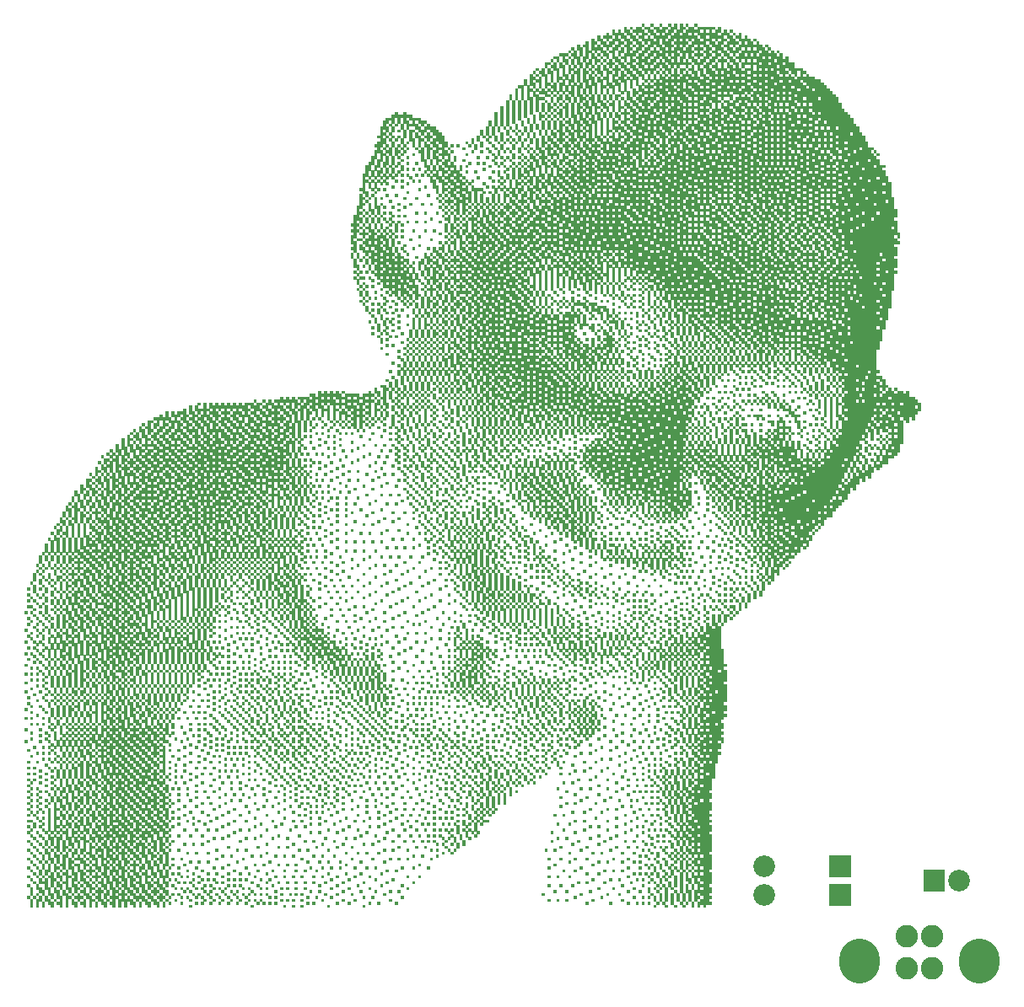
<source format=gts>
G04 start of page 2 for group 2 layer_idx 8 *
G04 Title: (unknown), top_mask *
G04 Creator: pcb-rnd 3.1.5-dev *
G04 CreationDate: 2024-03-26 08:12:32 UTC *
G04 For: STEM4ukraine *
G04 Format: Gerber/RS-274X *
G04 PCB-Dimensions: 393701 393701 *
G04 PCB-Coordinate-Origin: lower left *
%MOIN*%
%FSLAX25Y25*%
%LNTOP_MASK_NONE_2*%
%ADD40C,0.0860*%
%ADD39C,0.0001*%
%ADD38C,0.1595*%
%ADD37C,0.0887*%
G54D37*X353268Y28012D03*
Y15413D03*
G54D38*X334488Y19154D02*Y17579D01*
X381890Y19154D02*Y17579D01*
G54D37*X363110Y15413D03*
Y28012D03*
G54D39*G36*
X368300Y54501D02*Y45901D01*
X359700D01*
Y54501D01*
X368300D01*
G37*
G54D40*X374000Y50201D03*
G54D39*G36*
X331150Y51606D02*X322550D01*
Y60206D01*
X331150D01*
Y51606D01*
G37*
G54D40*X296850Y55906D03*
G54D39*G36*
X331150Y40188D02*X322550D01*
Y48788D01*
X331150D01*
Y40188D01*
G37*
G54D40*X296850Y44488D03*
G54D39*G36*
X249597Y389026D02*Y387825D01*
X248396D01*
Y389026D01*
X249597D01*
G37*
G36*
X253081D02*Y387825D01*
X251880D01*
Y389026D01*
X253081D01*
G37*
G36*
X256565D02*Y387825D01*
X255364D01*
Y389026D01*
X256565D01*
G37*
G36*
X260049D02*Y387825D01*
X258849D01*
Y389026D01*
X260049D01*
G37*
G36*
X262372D02*Y387825D01*
X261171D01*
Y389026D01*
X262372D01*
G37*
G36*
X264695D02*Y387825D01*
X263494D01*
Y389026D01*
X264695D01*
G37*
G36*
X267018D02*Y387825D01*
X265817D01*
Y389026D01*
X267018D01*
G37*
G36*
X270502D02*Y387825D01*
X269301D01*
Y389026D01*
X270502D01*
G37*
G36*
X235660Y385541D02*Y384341D01*
X234459D01*
Y385541D01*
X235660D01*
G37*
G36*
X232175Y384380D02*Y383179D01*
X230975D01*
Y384380D01*
X232175D01*
G37*
G36*
X236821D02*Y383179D01*
X233297D01*
Y384380D01*
X236821D01*
G37*
G36*
X237982Y386703D02*Y385502D01*
X236782D01*
Y386703D01*
X237982D01*
G37*
G36*
X240305D02*Y385502D01*
X239104D01*
Y386703D01*
X240305D01*
G37*
G36*
X239144Y384380D02*Y383179D01*
X237943D01*
Y384380D01*
X239144D01*
G37*
G36*
X242628D02*Y383179D01*
X240266D01*
Y384380D01*
X242628D01*
G37*
G36*
X227530Y382057D02*Y380856D01*
X226329D01*
Y382057D01*
X227530D01*
G37*
G36*
X224045Y380896D02*Y379695D01*
X222845D01*
Y380896D01*
X224045D01*
G37*
G36*
X227530D02*Y379695D01*
X225167D01*
Y380896D01*
X227530D01*
G37*
G36*
X229852Y383218D02*Y382018D01*
X228652D01*
Y383218D01*
X229852D01*
G37*
G36*
X231014Y382057D02*Y380856D01*
X228652D01*
Y382057D01*
X231014D01*
G37*
G36*
X229852Y380896D02*Y379695D01*
X228652D01*
Y380896D01*
X229852D01*
G37*
G36*
X232175D02*Y379695D01*
X230975D01*
Y380896D01*
X232175D01*
G37*
G36*
X215915Y376250D02*Y375049D01*
X213553D01*
Y376250D01*
X215915D01*
G37*
G36*
X206624Y370443D02*Y369242D01*
X205423D01*
Y370443D01*
X206624D01*
G37*
G36*
X210108D02*Y369242D01*
X207746D01*
Y370443D01*
X210108D01*
G37*
G36*
X201978Y364636D02*Y363435D01*
X199616D01*
Y364636D01*
X201978D01*
G37*
G36*
X214754D02*Y363435D01*
X212392D01*
Y364636D01*
X214754D01*
G37*
G36*
X208947D02*Y363435D01*
X207746D01*
Y364636D01*
X208947D01*
G37*
G36*
X211270D02*Y363435D01*
X210069D01*
Y364636D01*
X211270D01*
G37*
G36*
Y362313D02*Y361112D01*
X207746D01*
Y362313D01*
X211270D01*
G37*
G36*
X213593D02*Y361112D01*
X212392D01*
Y362313D01*
X213593D01*
G37*
G36*
X215915D02*Y361112D01*
X214715D01*
Y362313D01*
X215915D01*
G37*
G36*
X218238D02*Y361112D01*
X217038D01*
Y362313D01*
X218238D01*
G37*
G36*
X221723D02*Y361112D01*
X219360D01*
Y362313D01*
X221723D01*
G37*
G36*
X224045D02*Y361112D01*
X222845D01*
Y362313D01*
X224045D01*
G37*
G36*
X226368D02*Y361112D01*
X225167D01*
Y362313D01*
X226368D01*
G37*
G36*
X228691D02*Y361112D01*
X227490D01*
Y362313D01*
X228691D01*
G37*
G36*
X231014D02*Y361112D01*
X229813D01*
Y362313D01*
X231014D01*
G37*
G36*
X233337D02*Y361112D01*
X232136D01*
Y362313D01*
X233337D01*
G37*
G36*
X235660D02*Y361112D01*
X234459D01*
Y362313D01*
X235660D01*
G37*
G36*
X237982D02*Y361112D01*
X236782D01*
Y362313D01*
X237982D01*
G37*
G36*
X241467D02*Y361112D01*
X240266D01*
Y362313D01*
X241467D01*
G37*
G36*
X243789D02*Y361112D01*
X242589D01*
Y362313D01*
X243789D01*
G37*
G36*
X247274D02*Y361112D01*
X244912D01*
Y362313D01*
X247274D01*
G37*
G36*
X254242D02*Y361112D01*
X248396D01*
Y362313D01*
X254242D01*
G37*
G36*
X258888D02*Y361112D01*
X255364D01*
Y362313D01*
X258888D01*
G37*
G36*
X261211D02*Y361112D01*
X260010D01*
Y362313D01*
X261211D01*
G37*
G36*
X264695D02*Y361112D01*
X262333D01*
Y362313D01*
X264695D01*
G37*
G36*
X269341D02*Y361112D01*
X265817D01*
Y362313D01*
X269341D01*
G37*
G36*
X271664D02*Y361112D01*
X270463D01*
Y362313D01*
X271664D01*
G37*
G36*
X273986D02*Y361112D01*
X272786D01*
Y362313D01*
X273986D01*
G37*
G36*
X278632D02*Y361112D01*
X275108D01*
Y362313D01*
X278632D01*
G37*
G36*
X280955D02*Y361112D01*
X279754D01*
Y362313D01*
X280955D01*
G37*
G36*
X283278D02*Y361112D01*
X282077D01*
Y362313D01*
X283278D01*
G37*
G36*
X289085D02*Y361112D01*
X284400D01*
Y362313D01*
X289085D01*
G37*
G36*
X291408D02*Y361112D01*
X290207D01*
Y362313D01*
X291408D01*
G37*
G36*
X297215D02*Y361112D01*
X292530D01*
Y362313D01*
X297215D01*
G37*
G36*
X301860D02*Y361112D01*
X298337D01*
Y362313D01*
X301860D01*
G37*
G36*
X304183D02*Y361112D01*
X302982D01*
Y362313D01*
X304183D01*
G37*
G36*
X306506D02*Y361112D01*
X305305D01*
Y362313D01*
X306506D01*
G37*
G36*
X199656Y363474D02*Y362274D01*
X198455D01*
Y363474D01*
X199656D01*
G37*
G36*
Y362313D02*Y361112D01*
X198455D01*
Y362313D01*
X199656D01*
G37*
G36*
X197333Y361152D02*Y359951D01*
X196132D01*
Y361152D01*
X197333D01*
G37*
G36*
Y359990D02*Y358789D01*
X196132D01*
Y359990D01*
X197333D01*
G37*
G36*
X196171Y358829D02*Y357628D01*
X194971D01*
Y358829D01*
X196171D01*
G37*
G36*
Y357667D02*Y356467D01*
X194971D01*
Y357667D01*
X196171D01*
G37*
G36*
X198494D02*Y356467D01*
X197293D01*
Y357667D01*
X198494D01*
G37*
G36*
X193849Y356506D02*Y355305D01*
X192648D01*
Y356506D01*
X193849D01*
G37*
G36*
X196171D02*Y355305D01*
X194971D01*
Y356506D01*
X196171D01*
G37*
G36*
X193849Y355344D02*Y354144D01*
X192648D01*
Y355344D01*
X193849D01*
G37*
G36*
X198494Y358829D02*Y357628D01*
X197293D01*
Y358829D01*
X198494D01*
G37*
G36*
Y356506D02*Y355305D01*
X197293D01*
Y356506D01*
X198494D01*
G37*
G36*
X196171Y355344D02*Y354144D01*
X194971D01*
Y355344D01*
X196171D01*
G37*
G36*
X198494D02*Y354144D01*
X197293D01*
Y355344D01*
X198494D01*
G37*
G36*
X152037Y354183D02*Y352982D01*
X150837D01*
Y354183D01*
X152037D01*
G37*
G36*
X155522D02*Y352982D01*
X154321D01*
Y354183D01*
X155522D01*
G37*
G36*
X157845Y353022D02*Y351821D01*
X149675D01*
Y353022D01*
X157845D01*
G37*
G36*
X147392Y343730D02*Y342530D01*
X145030D01*
Y343730D01*
X147392D01*
G37*
G36*
X149715D02*Y342530D01*
X148514D01*
Y343730D01*
X149715D01*
G37*
G36*
X147392Y342569D02*Y341368D01*
X143868D01*
Y342569D01*
X147392D01*
G37*
G36*
X142746Y335600D02*Y334400D01*
X141545D01*
Y335600D01*
X142746D01*
G37*
G36*
X146230D02*Y334400D01*
X143868D01*
Y335600D01*
X146230D01*
G37*
G36*
X148553D02*Y334400D01*
X147352D01*
Y335600D01*
X148553D01*
G37*
G36*
X150876D02*Y334400D01*
X149675D01*
Y335600D01*
X150876D01*
G37*
G36*
X154360D02*Y334400D01*
X153160D01*
Y335600D01*
X154360D01*
G37*
G36*
X163652D02*Y334400D01*
X161289D01*
Y335600D01*
X163652D01*
G37*
G36*
X165974D02*Y334400D01*
X164774D01*
Y335600D01*
X165974D01*
G37*
G36*
X169459D02*Y334400D01*
X167097D01*
Y335600D01*
X169459D01*
G37*
G36*
X172943D02*Y334400D01*
X170581D01*
Y335600D01*
X172943D01*
G37*
G36*
X175266D02*Y334400D01*
X174065D01*
Y335600D01*
X175266D01*
G37*
G36*
X178750D02*Y334400D01*
X177549D01*
Y335600D01*
X178750D01*
G37*
G36*
X190364D02*Y334400D01*
X189163D01*
Y335600D01*
X190364D01*
G37*
G36*
X195010D02*Y334400D01*
X193809D01*
Y335600D01*
X195010D01*
G37*
G36*
X197333D02*Y334400D01*
X196132D01*
Y335600D01*
X197333D01*
G37*
G36*
X201978D02*Y334400D01*
X200778D01*
Y335600D01*
X201978D01*
G37*
G36*
X204301D02*Y334400D01*
X203100D01*
Y335600D01*
X204301D01*
G37*
G36*
X207786D02*Y334400D01*
X205423D01*
Y335600D01*
X207786D01*
G37*
G36*
X210108D02*Y334400D01*
X208908D01*
Y335600D01*
X210108D01*
G37*
G36*
X212431D02*Y334400D01*
X211230D01*
Y335600D01*
X212431D01*
G37*
G36*
X214754D02*Y334400D01*
X213553D01*
Y335600D01*
X214754D01*
G37*
G36*
X218238D02*Y334400D01*
X215876D01*
Y335600D01*
X218238D01*
G37*
G36*
X221723D02*Y334400D01*
X219360D01*
Y335600D01*
X221723D01*
G37*
G36*
X226368D02*Y334400D01*
X222845D01*
Y335600D01*
X226368D01*
G37*
G36*
X228691D02*Y334400D01*
X227490D01*
Y335600D01*
X228691D01*
G37*
G36*
X232175D02*Y334400D01*
X229813D01*
Y335600D01*
X232175D01*
G37*
G36*
X234498D02*Y334400D01*
X233297D01*
Y335600D01*
X234498D01*
G37*
G36*
X236821D02*Y334400D01*
X235620D01*
Y335600D01*
X236821D01*
G37*
G36*
X241467D02*Y334400D01*
X237943D01*
Y335600D01*
X241467D01*
G37*
G36*
X243789D02*Y334400D01*
X242589D01*
Y335600D01*
X243789D01*
G37*
G36*
X246112D02*Y334400D01*
X244912D01*
Y335600D01*
X246112D01*
G37*
G36*
X249597D02*Y334400D01*
X247234D01*
Y335600D01*
X249597D01*
G37*
G36*
X254242D02*Y334400D01*
X250719D01*
Y335600D01*
X254242D01*
G37*
G36*
X258888D02*Y334400D01*
X255364D01*
Y335600D01*
X258888D01*
G37*
G36*
X262372D02*Y334400D01*
X260010D01*
Y335600D01*
X262372D01*
G37*
G36*
X268179D02*Y334400D01*
X263494D01*
Y335600D01*
X268179D01*
G37*
G36*
X272825D02*Y334400D01*
X269301D01*
Y335600D01*
X272825D01*
G37*
G36*
X279793D02*Y334400D01*
X273947D01*
Y335600D01*
X279793D01*
G37*
G36*
X282116D02*Y334400D01*
X280915D01*
Y335600D01*
X282116D01*
G37*
G36*
X284439D02*Y334400D01*
X283238D01*
Y335600D01*
X284439D01*
G37*
G36*
X289085D02*Y334400D01*
X285561D01*
Y335600D01*
X289085D01*
G37*
G36*
X293730D02*Y334400D01*
X290207D01*
Y335600D01*
X293730D01*
G37*
G36*
X311152D02*Y334400D01*
X294853D01*
Y335600D01*
X311152D01*
G37*
G36*
X315797D02*Y334400D01*
X312274D01*
Y335600D01*
X315797D01*
G37*
G36*
X322766D02*Y334400D01*
X316919D01*
Y335600D01*
X322766D01*
G37*
G36*
X328573D02*Y334400D01*
X323888D01*
Y335600D01*
X328573D01*
G37*
G36*
X337864D02*Y334400D01*
X329695D01*
Y335600D01*
X337864D01*
G37*
G36*
X342510D02*Y334400D01*
X338986D01*
Y335600D01*
X342510D01*
G37*
G36*
X141585Y333278D02*Y332077D01*
X139223D01*
Y333278D01*
X141585D01*
G37*
G36*
Y332116D02*Y330915D01*
X139223D01*
Y332116D01*
X141585D01*
G37*
G36*
X143908D02*Y330915D01*
X142707D01*
Y332116D01*
X143908D01*
G37*
G36*
X135778Y308888D02*Y307687D01*
X134577D01*
Y308888D01*
X135778D01*
G37*
G36*
X138100D02*Y307687D01*
X136900D01*
Y308888D01*
X138100D01*
G37*
G36*
X135778Y305404D02*Y304203D01*
X133415D01*
Y305404D01*
X135778D01*
G37*
G36*
X139262Y278691D02*Y277490D01*
X138061D01*
Y278691D01*
X139262D01*
G37*
G36*
X142746D02*Y277490D01*
X141545D01*
Y278691D01*
X142746D01*
G37*
G36*
X140423Y277529D02*Y276329D01*
X139223D01*
Y277529D01*
X140423D01*
G37*
G36*
X142746Y269400D02*Y268199D01*
X141545D01*
Y269400D01*
X142746D01*
G37*
G36*
X145069D02*Y268199D01*
X143868D01*
Y269400D01*
X145069D01*
G37*
G36*
X148553D02*Y268199D01*
X147352D01*
Y269400D01*
X148553D01*
G37*
G36*
X153199D02*Y268199D01*
X151998D01*
Y269400D01*
X153199D01*
G37*
G36*
X159006D02*Y268199D01*
X157805D01*
Y269400D01*
X159006D01*
G37*
G36*
X161329D02*Y268199D01*
X160128D01*
Y269400D01*
X161329D01*
G37*
G36*
X163652D02*Y268199D01*
X162451D01*
Y269400D01*
X163652D01*
G37*
G36*
X165974D02*Y268199D01*
X164774D01*
Y269400D01*
X165974D01*
G37*
G36*
X168297D02*Y268199D01*
X167097D01*
Y269400D01*
X168297D01*
G37*
G36*
X170620D02*Y268199D01*
X169419D01*
Y269400D01*
X170620D01*
G37*
G36*
X172943D02*Y268199D01*
X171742D01*
Y269400D01*
X172943D01*
G37*
G36*
X175266D02*Y268199D01*
X174065D01*
Y269400D01*
X175266D01*
G37*
G36*
X178750D02*Y268199D01*
X176388D01*
Y269400D01*
X178750D01*
G37*
G36*
X181073D02*Y268199D01*
X179872D01*
Y269400D01*
X181073D01*
G37*
G36*
X184557D02*Y268199D01*
X182195D01*
Y269400D01*
X184557D01*
G37*
G36*
X186880D02*Y268199D01*
X185679D01*
Y269400D01*
X186880D01*
G37*
G36*
X195010D02*Y268199D01*
X188002D01*
Y269400D01*
X195010D01*
G37*
G36*
X203140D02*Y268199D01*
X196132D01*
Y269400D01*
X203140D01*
G37*
G36*
X211270D02*Y268199D01*
X204262D01*
Y269400D01*
X211270D01*
G37*
G36*
X213593D02*Y268199D01*
X212392D01*
Y269400D01*
X213593D01*
G37*
G36*
X221723D02*Y268199D01*
X214715D01*
Y269400D01*
X221723D01*
G37*
G36*
X225207D02*Y268199D01*
X224006D01*
Y269400D01*
X225207D01*
G37*
G36*
X229852D02*Y268199D01*
X227490D01*
Y269400D01*
X229852D01*
G37*
G36*
X233337D02*Y268199D01*
X232136D01*
Y269400D01*
X233337D01*
G37*
G36*
X236821D02*Y268199D01*
X235620D01*
Y269400D01*
X236821D01*
G37*
G36*
X239144D02*Y268199D01*
X237943D01*
Y269400D01*
X239144D01*
G37*
G36*
X241467D02*Y268199D01*
X240266D01*
Y269400D01*
X241467D01*
G37*
G36*
X244951D02*Y268199D01*
X243750D01*
Y269400D01*
X244951D01*
G37*
G36*
X247274D02*Y268199D01*
X246073D01*
Y269400D01*
X247274D01*
G37*
G36*
X251919D02*Y268199D01*
X250719D01*
Y269400D01*
X251919D01*
G37*
G36*
X254242D02*Y268199D01*
X253041D01*
Y269400D01*
X254242D01*
G37*
G36*
X257727D02*Y268199D01*
X256526D01*
Y269400D01*
X257727D01*
G37*
G36*
X261211D02*Y268199D01*
X260010D01*
Y269400D01*
X261211D01*
G37*
G36*
X263534D02*Y268199D01*
X262333D01*
Y269400D01*
X263534D01*
G37*
G36*
X265856D02*Y268199D01*
X264656D01*
Y269400D01*
X265856D01*
G37*
G36*
X268179D02*Y268199D01*
X266978D01*
Y269400D01*
X268179D01*
G37*
G36*
X271664D02*Y268199D01*
X269301D01*
Y269400D01*
X271664D01*
G37*
G36*
X275148D02*Y268199D01*
X272786D01*
Y269400D01*
X275148D01*
G37*
G36*
X277471D02*Y268199D01*
X276270D01*
Y269400D01*
X277471D01*
G37*
G36*
X280955D02*Y268199D01*
X278593D01*
Y269400D01*
X280955D01*
G37*
G36*
X286762D02*Y268199D01*
X282077D01*
Y269400D01*
X286762D01*
G37*
G36*
X292569D02*Y268199D01*
X287884D01*
Y269400D01*
X292569D01*
G37*
G36*
X298376D02*Y268199D01*
X293691D01*
Y269400D01*
X298376D01*
G37*
G36*
X306506D02*Y268199D01*
X299498D01*
Y269400D01*
X306506D01*
G37*
G36*
X309990D02*Y268199D01*
X307628D01*
Y269400D01*
X309990D01*
G37*
G36*
X313475D02*Y268199D01*
X311112D01*
Y269400D01*
X313475D01*
G37*
G36*
X318120D02*Y268199D01*
X314597D01*
Y269400D01*
X318120D01*
G37*
G36*
X323927D02*Y268199D01*
X319242D01*
Y269400D01*
X323927D01*
G37*
G36*
X145069Y278691D02*Y277490D01*
X143868D01*
Y278691D01*
X145069D01*
G37*
G36*
X147392D02*Y277490D01*
X146191D01*
Y278691D01*
X147392D01*
G37*
G36*
X146230Y277529D02*Y276329D01*
X145030D01*
Y277529D01*
X146230D01*
G37*
G36*
X150876Y249655D02*Y248455D01*
X149675D01*
Y249655D01*
X150876D01*
G37*
G36*
X148553Y248494D02*Y247293D01*
X147352D01*
Y248494D01*
X148553D01*
G37*
G36*
X152037D02*Y247293D01*
X150837D01*
Y248494D01*
X152037D01*
G37*
G36*
X154360D02*Y247293D01*
X153160D01*
Y248494D01*
X154360D01*
G37*
G36*
Y249655D02*Y248455D01*
X153160D01*
Y249655D01*
X154360D01*
G37*
G36*
X156683D02*Y248455D01*
X155482D01*
Y249655D01*
X156683D01*
G37*
G36*
X159006D02*Y248455D01*
X157805D01*
Y249655D01*
X159006D01*
G37*
G36*
X156683Y248494D02*Y247293D01*
X155482D01*
Y248494D01*
X156683D01*
G37*
G36*
X159006D02*Y247293D01*
X157805D01*
Y248494D01*
X159006D01*
G37*
G36*
X157845Y247333D02*Y246132D01*
X156644D01*
Y247333D01*
X157845D01*
G37*
G36*
Y246171D02*Y244970D01*
X156644D01*
Y246171D01*
X157845D01*
G37*
G36*
X160167Y247333D02*Y246132D01*
X158967D01*
Y247333D01*
X160167D01*
G37*
G36*
Y246171D02*Y244970D01*
X158967D01*
Y246171D01*
X160167D01*
G37*
G36*
X157845Y245010D02*Y243809D01*
X156644D01*
Y245010D01*
X157845D01*
G37*
G36*
X160167D02*Y243809D01*
X158967D01*
Y245010D01*
X160167D01*
G37*
G36*
X162490D02*Y243809D01*
X161289D01*
Y245010D01*
X162490D01*
G37*
G36*
X164813D02*Y243809D01*
X163612D01*
Y245010D01*
X164813D01*
G37*
G36*
X167136D02*Y243809D01*
X165935D01*
Y245010D01*
X167136D01*
G37*
G36*
X169459D02*Y243809D01*
X168258D01*
Y245010D01*
X169459D01*
G37*
G36*
X171782D02*Y243809D01*
X170581D01*
Y245010D01*
X171782D01*
G37*
G36*
X174104D02*Y243809D01*
X172904D01*
Y245010D01*
X174104D01*
G37*
G36*
X177589D02*Y243809D01*
X175226D01*
Y245010D01*
X177589D01*
G37*
G36*
X181073D02*Y243809D01*
X178711D01*
Y245010D01*
X181073D01*
G37*
G36*
X183396D02*Y243809D01*
X182195D01*
Y245010D01*
X183396D01*
G37*
G36*
X186880D02*Y243809D01*
X184518D01*
Y245010D01*
X186880D01*
G37*
G36*
X191526D02*Y243809D01*
X188002D01*
Y245010D01*
X191526D01*
G37*
G36*
X195010D02*Y243809D01*
X192648D01*
Y245010D01*
X195010D01*
G37*
G36*
X197333D02*Y243809D01*
X196132D01*
Y245010D01*
X197333D01*
G37*
G36*
X200817D02*Y243809D01*
X198455D01*
Y245010D01*
X200817D01*
G37*
G36*
X203140D02*Y243809D01*
X201939D01*
Y245010D01*
X203140D01*
G37*
G36*
X205463D02*Y243809D01*
X204262D01*
Y245010D01*
X205463D01*
G37*
G36*
X210108D02*Y243809D01*
X206585D01*
Y245010D01*
X210108D01*
G37*
G36*
X214754D02*Y243809D01*
X211230D01*
Y245010D01*
X214754D01*
G37*
G36*
X217077D02*Y243809D01*
X215876D01*
Y245010D01*
X217077D01*
G37*
G36*
X219400D02*Y243809D01*
X218199D01*
Y245010D01*
X219400D01*
G37*
G36*
X222884D02*Y243809D01*
X220522D01*
Y245010D01*
X222884D01*
G37*
G36*
X226368D02*Y243809D01*
X224006D01*
Y245010D01*
X226368D01*
G37*
G36*
X229852D02*Y243809D01*
X227490D01*
Y245010D01*
X229852D01*
G37*
G36*
X233337D02*Y243809D01*
X230975D01*
Y245010D01*
X233337D01*
G37*
G36*
X235660D02*Y243809D01*
X234459D01*
Y245010D01*
X235660D01*
G37*
G36*
X237982D02*Y243809D01*
X236782D01*
Y245010D01*
X237982D01*
G37*
G36*
X240305D02*Y243809D01*
X239104D01*
Y245010D01*
X240305D01*
G37*
G36*
X242628D02*Y243809D01*
X241427D01*
Y245010D01*
X242628D01*
G37*
G36*
X244951D02*Y243809D01*
X243750D01*
Y245010D01*
X244951D01*
G37*
G36*
X247274D02*Y243809D01*
X246073D01*
Y245010D01*
X247274D01*
G37*
G36*
X249597D02*Y243809D01*
X248396D01*
Y245010D01*
X249597D01*
G37*
G36*
X254242D02*Y243809D01*
X250719D01*
Y245010D01*
X254242D01*
G37*
G36*
X257727D02*Y243809D01*
X255364D01*
Y245010D01*
X257727D01*
G37*
G36*
X261211D02*Y243809D01*
X258849D01*
Y245010D01*
X261211D01*
G37*
G36*
X268179D02*Y243809D01*
X262333D01*
Y245010D01*
X268179D01*
G37*
G36*
X271664D02*Y243809D01*
X269301D01*
Y245010D01*
X271664D01*
G37*
G36*
X273986D02*Y243809D01*
X272786D01*
Y245010D01*
X273986D01*
G37*
G36*
X276309D02*Y243809D01*
X275108D01*
Y245010D01*
X276309D01*
G37*
G36*
X286762D02*Y243809D01*
X285561D01*
Y245010D01*
X286762D01*
G37*
G36*
X289085D02*Y243809D01*
X287884D01*
Y245010D01*
X289085D01*
G37*
G36*
X291408D02*Y243809D01*
X290207D01*
Y245010D01*
X291408D01*
G37*
G36*
X149715Y247333D02*Y246132D01*
X148514D01*
Y247333D01*
X149715D01*
G37*
G36*
X147392Y246171D02*Y244970D01*
X145030D01*
Y246171D01*
X147392D01*
G37*
G36*
X149715D02*Y244970D01*
X148514D01*
Y246171D01*
X149715D01*
G37*
G36*
X143908Y245010D02*Y243809D01*
X142707D01*
Y245010D01*
X143908D01*
G37*
G36*
X148553D02*Y243809D01*
X146191D01*
Y245010D01*
X148553D01*
G37*
G36*
X150876D02*Y243809D01*
X149675D01*
Y245010D01*
X150876D01*
G37*
G36*
X152037Y247333D02*Y246132D01*
X150837D01*
Y247333D01*
X152037D01*
G37*
G36*
X154360D02*Y246132D01*
X153160D01*
Y247333D01*
X154360D01*
G37*
G36*
X152037Y246171D02*Y244970D01*
X150837D01*
Y246171D01*
X152037D01*
G37*
G36*
X155522D02*Y244970D01*
X154321D01*
Y246171D01*
X155522D01*
G37*
G36*
X153199Y245010D02*Y243809D01*
X151998D01*
Y245010D01*
X153199D01*
G37*
G36*
X155522D02*Y243809D01*
X154321D01*
Y245010D01*
X155522D01*
G37*
G36*
X161329Y249655D02*Y248455D01*
X160128D01*
Y249655D01*
X161329D01*
G37*
G36*
Y248494D02*Y247293D01*
X160128D01*
Y248494D01*
X161329D01*
G37*
G36*
X162490Y247333D02*Y246132D01*
X161289D01*
Y247333D01*
X162490D01*
G37*
G36*
Y246171D02*Y244970D01*
X161289D01*
Y246171D01*
X162490D01*
G37*
G36*
X164813D02*Y244970D01*
X163612D01*
Y246171D01*
X164813D01*
G37*
G36*
X168297D02*Y244970D01*
X167097D01*
Y246171D01*
X168297D01*
G37*
G36*
X170620D02*Y244970D01*
X169419D01*
Y246171D01*
X170620D01*
G37*
G36*
X172943D02*Y244970D01*
X171742D01*
Y246171D01*
X172943D01*
G37*
G36*
X175266D02*Y244970D01*
X174065D01*
Y246171D01*
X175266D01*
G37*
G36*
X177589D02*Y244970D01*
X176388D01*
Y246171D01*
X177589D01*
G37*
G36*
X179912D02*Y244970D01*
X178711D01*
Y246171D01*
X179912D01*
G37*
G36*
X183396D02*Y244970D01*
X181034D01*
Y246171D01*
X183396D01*
G37*
G36*
X185719D02*Y244970D01*
X184518D01*
Y246171D01*
X185719D01*
G37*
G36*
X188041D02*Y244970D01*
X186841D01*
Y246171D01*
X188041D01*
G37*
G36*
X190364D02*Y244970D01*
X189163D01*
Y246171D01*
X190364D01*
G37*
G36*
X193849D02*Y244970D01*
X191486D01*
Y246171D01*
X193849D01*
G37*
G36*
X198494D02*Y244970D01*
X194971D01*
Y246171D01*
X198494D01*
G37*
G36*
X207786D02*Y244970D01*
X199616D01*
Y246171D01*
X207786D01*
G37*
G36*
X212431D02*Y244970D01*
X208908D01*
Y246171D01*
X212431D01*
G37*
G36*
X220561D02*Y244970D01*
X213553D01*
Y246171D01*
X220561D01*
G37*
G36*
X224045D02*Y244970D01*
X221683D01*
Y246171D01*
X224045D01*
G37*
G36*
X227530D02*Y244970D01*
X225167D01*
Y246171D01*
X227530D01*
G37*
G36*
X229852D02*Y244970D01*
X228652D01*
Y246171D01*
X229852D01*
G37*
G36*
X232175D02*Y244970D01*
X230975D01*
Y246171D01*
X232175D01*
G37*
G36*
X234498D02*Y244970D01*
X233297D01*
Y246171D01*
X234498D01*
G37*
G36*
X236821D02*Y244970D01*
X235620D01*
Y246171D01*
X236821D01*
G37*
G36*
X239144D02*Y244970D01*
X237943D01*
Y246171D01*
X239144D01*
G37*
G36*
X241467D02*Y244970D01*
X240266D01*
Y246171D01*
X241467D01*
G37*
G36*
X243789D02*Y244970D01*
X242589D01*
Y246171D01*
X243789D01*
G37*
G36*
X246112D02*Y244970D01*
X244912D01*
Y246171D01*
X246112D01*
G37*
G36*
X248435D02*Y244970D01*
X247234D01*
Y246171D01*
X248435D01*
G37*
G36*
X250758D02*Y244970D01*
X249557D01*
Y246171D01*
X250758D01*
G37*
G36*
X253081D02*Y244970D01*
X251880D01*
Y246171D01*
X253081D01*
G37*
G36*
X256565D02*Y244970D01*
X254203D01*
Y246171D01*
X256565D01*
G37*
G36*
X258888D02*Y244970D01*
X257687D01*
Y246171D01*
X258888D01*
G37*
G36*
X262372D02*Y244970D01*
X260010D01*
Y246171D01*
X262372D01*
G37*
G36*
X265856D02*Y244970D01*
X263494D01*
Y246171D01*
X265856D01*
G37*
G36*
X268179D02*Y244970D01*
X266978D01*
Y246171D01*
X268179D01*
G37*
G36*
X270502D02*Y244970D01*
X269301D01*
Y246171D01*
X270502D01*
G37*
G36*
X272825D02*Y244970D01*
X271624D01*
Y246171D01*
X272825D01*
G37*
G36*
X275148D02*Y244970D01*
X273947D01*
Y246171D01*
X275148D01*
G37*
G36*
X278632D02*Y244970D01*
X277431D01*
Y246171D01*
X278632D01*
G37*
G36*
X282116D02*Y244970D01*
X280915D01*
Y246171D01*
X282116D01*
G37*
G36*
X285601D02*Y244970D01*
X284400D01*
Y246171D01*
X285601D01*
G37*
G36*
X163652Y249655D02*Y248455D01*
X162451D01*
Y249655D01*
X163652D01*
G37*
G36*
Y248494D02*Y247293D01*
X162451D01*
Y248494D01*
X163652D01*
G37*
G36*
X164813Y247333D02*Y246132D01*
X163612D01*
Y247333D01*
X164813D01*
G37*
G36*
X167136D02*Y246132D01*
X165935D01*
Y247333D01*
X167136D01*
G37*
G36*
X169459D02*Y246132D01*
X168258D01*
Y247333D01*
X169459D01*
G37*
G36*
X171782D02*Y246132D01*
X170581D01*
Y247333D01*
X171782D01*
G37*
G36*
X174104D02*Y246132D01*
X172904D01*
Y247333D01*
X174104D01*
G37*
G36*
X176427D02*Y246132D01*
X175226D01*
Y247333D01*
X176427D01*
G37*
G36*
X179912D02*Y246132D01*
X177549D01*
Y247333D01*
X179912D01*
G37*
G36*
X182234D02*Y246132D01*
X181034D01*
Y247333D01*
X182234D01*
G37*
G36*
X184557D02*Y246132D01*
X183356D01*
Y247333D01*
X184557D01*
G37*
G36*
X189203D02*Y246132D01*
X185679D01*
Y247333D01*
X189203D01*
G37*
G36*
X192687D02*Y246132D01*
X190325D01*
Y247333D01*
X192687D01*
G37*
G36*
X196171D02*Y246132D01*
X193809D01*
Y247333D01*
X196171D01*
G37*
G36*
X200817D02*Y246132D01*
X197293D01*
Y247333D01*
X200817D01*
G37*
G36*
X203140D02*Y246132D01*
X201939D01*
Y247333D01*
X203140D01*
G37*
G36*
X205463D02*Y246132D01*
X204262D01*
Y247333D01*
X205463D01*
G37*
G36*
X211270D02*Y246132D01*
X206585D01*
Y247333D01*
X211270D01*
G37*
G36*
X215915D02*Y246132D01*
X212392D01*
Y247333D01*
X215915D01*
G37*
G36*
X219400D02*Y246132D01*
X217038D01*
Y247333D01*
X219400D01*
G37*
G36*
X222884D02*Y246132D01*
X220522D01*
Y247333D01*
X222884D01*
G37*
G36*
X225207D02*Y246132D01*
X224006D01*
Y247333D01*
X225207D01*
G37*
G36*
X227530D02*Y246132D01*
X226329D01*
Y247333D01*
X227530D01*
G37*
G36*
X229852D02*Y246132D01*
X228652D01*
Y247333D01*
X229852D01*
G37*
G36*
X232175D02*Y246132D01*
X230975D01*
Y247333D01*
X232175D01*
G37*
G36*
X234498D02*Y246132D01*
X233297D01*
Y247333D01*
X234498D01*
G37*
G36*
X236821D02*Y246132D01*
X235620D01*
Y247333D01*
X236821D01*
G37*
G36*
X239144D02*Y246132D01*
X237943D01*
Y247333D01*
X239144D01*
G37*
G36*
X241467D02*Y246132D01*
X240266D01*
Y247333D01*
X241467D01*
G37*
G36*
X244951D02*Y246132D01*
X243750D01*
Y247333D01*
X244951D01*
G37*
G36*
X248435D02*Y246132D01*
X247234D01*
Y247333D01*
X248435D01*
G37*
G36*
X250758D02*Y246132D01*
X249557D01*
Y247333D01*
X250758D01*
G37*
G36*
X253081D02*Y246132D01*
X251880D01*
Y247333D01*
X253081D01*
G37*
G36*
X255404D02*Y246132D01*
X254203D01*
Y247333D01*
X255404D01*
G37*
G36*
X260049D02*Y246132D01*
X256526D01*
Y247333D01*
X260049D01*
G37*
G36*
X263534D02*Y246132D01*
X261171D01*
Y247333D01*
X263534D01*
G37*
G36*
X267018D02*Y246132D01*
X264656D01*
Y247333D01*
X267018D01*
G37*
G36*
X270502D02*Y246132D01*
X268140D01*
Y247333D01*
X270502D01*
G37*
G36*
X272825D02*Y246132D01*
X271624D01*
Y247333D01*
X272825D01*
G37*
G36*
X275148D02*Y246132D01*
X273947D01*
Y247333D01*
X275148D01*
G37*
G36*
X277471D02*Y246132D01*
X276270D01*
Y247333D01*
X277471D01*
G37*
G36*
X165974Y249655D02*Y248455D01*
X164774D01*
Y249655D01*
X165974D01*
G37*
G36*
Y248494D02*Y247293D01*
X164774D01*
Y248494D01*
X165974D01*
G37*
G36*
X168297D02*Y247293D01*
X167097D01*
Y248494D01*
X168297D01*
G37*
G36*
X170620D02*Y247293D01*
X169419D01*
Y248494D01*
X170620D01*
G37*
G36*
X172943D02*Y247293D01*
X171742D01*
Y248494D01*
X172943D01*
G37*
G36*
X176427D02*Y247293D01*
X174065D01*
Y248494D01*
X176427D01*
G37*
G36*
X178750D02*Y247293D01*
X177549D01*
Y248494D01*
X178750D01*
G37*
G36*
X182234D02*Y247293D01*
X179872D01*
Y248494D01*
X182234D01*
G37*
G36*
X185719D02*Y247293D01*
X183356D01*
Y248494D01*
X185719D01*
G37*
G36*
X188041D02*Y247293D01*
X186841D01*
Y248494D01*
X188041D01*
G37*
G36*
X191526D02*Y247293D01*
X189163D01*
Y248494D01*
X191526D01*
G37*
G36*
X193849D02*Y247293D01*
X192648D01*
Y248494D01*
X193849D01*
G37*
G36*
X197333D02*Y247293D01*
X194971D01*
Y248494D01*
X197333D01*
G37*
G36*
X199656D02*Y247293D01*
X198455D01*
Y248494D01*
X199656D01*
G37*
G36*
X168297Y249655D02*Y248455D01*
X167097D01*
Y249655D01*
X168297D01*
G37*
G36*
X170620D02*Y248455D01*
X169419D01*
Y249655D01*
X170620D01*
G37*
G36*
X172943D02*Y248455D01*
X171742D01*
Y249655D01*
X172943D01*
G37*
G36*
X175266D02*Y248455D01*
X174065D01*
Y249655D01*
X175266D01*
G37*
G36*
X177589D02*Y248455D01*
X176388D01*
Y249655D01*
X177589D01*
G37*
G36*
X181073D02*Y248455D01*
X178711D01*
Y249655D01*
X181073D01*
G37*
G36*
X183396D02*Y248455D01*
X182195D01*
Y249655D01*
X183396D01*
G37*
G36*
X185719D02*Y248455D01*
X184518D01*
Y249655D01*
X185719D01*
G37*
G36*
X189203D02*Y248455D01*
X186841D01*
Y249655D01*
X189203D01*
G37*
G36*
X150876Y255462D02*Y254262D01*
X149675D01*
Y255462D01*
X150876D01*
G37*
G36*
X155522D02*Y254262D01*
X154321D01*
Y255462D01*
X155522D01*
G37*
G36*
X153199Y254301D02*Y253100D01*
X151998D01*
Y254301D01*
X153199D01*
G37*
G36*
X157845Y255462D02*Y254262D01*
X156644D01*
Y255462D01*
X157845D01*
G37*
G36*
X160167D02*Y254262D01*
X158967D01*
Y255462D01*
X160167D01*
G37*
G36*
X155522Y254301D02*Y253100D01*
X154321D01*
Y254301D01*
X155522D01*
G37*
G36*
X157845D02*Y253100D01*
X156644D01*
Y254301D01*
X157845D01*
G37*
G36*
X160167D02*Y253100D01*
X158967D01*
Y254301D01*
X160167D01*
G37*
G36*
X68415Y236880D02*Y235679D01*
X67215D01*
Y236880D01*
X68415D01*
G37*
G36*
X61447Y235718D02*Y234518D01*
X60246D01*
Y235718D01*
X61447D01*
G37*
G36*
X63770D02*Y234518D01*
X62569D01*
Y235718D01*
X63770D01*
G37*
G36*
X70738Y238041D02*Y236840D01*
X69537D01*
Y238041D01*
X70738D01*
G37*
G36*
Y236880D02*Y235679D01*
X69537D01*
Y236880D01*
X70738D01*
G37*
G36*
X68415Y235718D02*Y234518D01*
X64892D01*
Y235718D01*
X68415D01*
G37*
G36*
X71900D02*Y234518D01*
X69537D01*
Y235718D01*
X71900D01*
G37*
G36*
X74223D02*Y234518D01*
X73022D01*
Y235718D01*
X74223D01*
G37*
G36*
X75384Y233396D02*Y232195D01*
X73022D01*
Y233396D01*
X75384D01*
G37*
G36*
X76545Y232234D02*Y231033D01*
X74183D01*
Y232234D01*
X76545D01*
G37*
G36*
X77707Y231073D02*Y229872D01*
X75345D01*
Y231073D01*
X77707D01*
G37*
G36*
X81191D02*Y229872D01*
X78829D01*
Y231073D01*
X81191D01*
G37*
G36*
X84675D02*Y229872D01*
X82313D01*
Y231073D01*
X84675D01*
G37*
G36*
X88160D02*Y229872D01*
X85797D01*
Y231073D01*
X88160D01*
G37*
G36*
X90482D02*Y229872D01*
X89282D01*
Y231073D01*
X90482D01*
G37*
G36*
X93967D02*Y229872D01*
X91604D01*
Y231073D01*
X93967D01*
G37*
G36*
X98612D02*Y229872D01*
X95089D01*
Y231073D01*
X98612D01*
G37*
G36*
X91644Y229911D02*Y228711D01*
X86959D01*
Y229911D01*
X91644D01*
G37*
G36*
X95128D02*Y228711D01*
X92766D01*
Y229911D01*
X95128D01*
G37*
G36*
X97451D02*Y228711D01*
X96250D01*
Y229911D01*
X97451D01*
G37*
G36*
X100935D02*Y228711D01*
X98573D01*
Y229911D01*
X100935D01*
G37*
G36*
X103258D02*Y228711D01*
X102057D01*
Y229911D01*
X103258D01*
G37*
G36*
X106742D02*Y228711D01*
X104380D01*
Y229911D01*
X106742D01*
G37*
G36*
X111388D02*Y228711D01*
X107864D01*
Y229911D01*
X111388D01*
G37*
G36*
X113711D02*Y228711D01*
X112510D01*
Y229911D01*
X113711D01*
G37*
G36*
X116034D02*Y228711D01*
X114833D01*
Y229911D01*
X116034D01*
G37*
G36*
X119518D02*Y228711D01*
X118317D01*
Y229911D01*
X119518D01*
G37*
G36*
X123002D02*Y228711D01*
X121801D01*
Y229911D01*
X123002D01*
G37*
G36*
X126486D02*Y228711D01*
X125285D01*
Y229911D01*
X126486D01*
G37*
G36*
X131132D02*Y228711D01*
X129931D01*
Y229911D01*
X131132D01*
G37*
G36*
X133455D02*Y228711D01*
X132254D01*
Y229911D01*
X133455D01*
G37*
G36*
X135778D02*Y228711D01*
X134577D01*
Y229911D01*
X135778D01*
G37*
G36*
X138100D02*Y228711D01*
X136900D01*
Y229911D01*
X138100D01*
G37*
G36*
X141585D02*Y228711D01*
X140384D01*
Y229911D01*
X141585D01*
G37*
G36*
X145069D02*Y228711D01*
X143868D01*
Y229911D01*
X145069D01*
G37*
G36*
X149715D02*Y228711D01*
X148514D01*
Y229911D01*
X149715D01*
G37*
G36*
X152037D02*Y228711D01*
X150837D01*
Y229911D01*
X152037D01*
G37*
G36*
X154360D02*Y228711D01*
X153160D01*
Y229911D01*
X154360D01*
G37*
G36*
X157845D02*Y228711D01*
X156644D01*
Y229911D01*
X157845D01*
G37*
G36*
X160167D02*Y228711D01*
X158967D01*
Y229911D01*
X160167D01*
G37*
G36*
X163652D02*Y228711D01*
X162451D01*
Y229911D01*
X163652D01*
G37*
G36*
X168297D02*Y228711D01*
X167097D01*
Y229911D01*
X168297D01*
G37*
G36*
X171782D02*Y228711D01*
X170581D01*
Y229911D01*
X171782D01*
G37*
G36*
X174104D02*Y228711D01*
X172904D01*
Y229911D01*
X174104D01*
G37*
G36*
X177589D02*Y228711D01*
X176388D01*
Y229911D01*
X177589D01*
G37*
G36*
X179912D02*Y228711D01*
X178711D01*
Y229911D01*
X179912D01*
G37*
G36*
X183396D02*Y228711D01*
X182195D01*
Y229911D01*
X183396D01*
G37*
G36*
X185719D02*Y228711D01*
X184518D01*
Y229911D01*
X185719D01*
G37*
G36*
X188041D02*Y228711D01*
X186841D01*
Y229911D01*
X188041D01*
G37*
G36*
X190364D02*Y228711D01*
X189163D01*
Y229911D01*
X190364D01*
G37*
G36*
X192687D02*Y228711D01*
X191486D01*
Y229911D01*
X192687D01*
G37*
G36*
X195010D02*Y228711D01*
X193809D01*
Y229911D01*
X195010D01*
G37*
G36*
X197333D02*Y228711D01*
X196132D01*
Y229911D01*
X197333D01*
G37*
G36*
X199656D02*Y228711D01*
X198455D01*
Y229911D01*
X199656D01*
G37*
G36*
X201978D02*Y228711D01*
X200778D01*
Y229911D01*
X201978D01*
G37*
G36*
X204301D02*Y228711D01*
X203100D01*
Y229911D01*
X204301D01*
G37*
G36*
X206624D02*Y228711D01*
X205423D01*
Y229911D01*
X206624D01*
G37*
G36*
X208947D02*Y228711D01*
X207746D01*
Y229911D01*
X208947D01*
G37*
G36*
X211270D02*Y228711D01*
X210069D01*
Y229911D01*
X211270D01*
G37*
G36*
X213593D02*Y228711D01*
X212392D01*
Y229911D01*
X213593D01*
G37*
G36*
X215915D02*Y228711D01*
X214715D01*
Y229911D01*
X215915D01*
G37*
G36*
X218238D02*Y228711D01*
X217038D01*
Y229911D01*
X218238D01*
G37*
G36*
X220561D02*Y228711D01*
X219360D01*
Y229911D01*
X220561D01*
G37*
G36*
X222884D02*Y228711D01*
X221683D01*
Y229911D01*
X222884D01*
G37*
G36*
X225207D02*Y228711D01*
X224006D01*
Y229911D01*
X225207D01*
G37*
G36*
X227530D02*Y228711D01*
X226329D01*
Y229911D01*
X227530D01*
G37*
G36*
X229852D02*Y228711D01*
X228652D01*
Y229911D01*
X229852D01*
G37*
G36*
X232175D02*Y228711D01*
X230975D01*
Y229911D01*
X232175D01*
G37*
G36*
X234498D02*Y228711D01*
X233297D01*
Y229911D01*
X234498D01*
G37*
G36*
X240305D02*Y228711D01*
X235620D01*
Y229911D01*
X240305D01*
G37*
G36*
X242628D02*Y228711D01*
X241427D01*
Y229911D01*
X242628D01*
G37*
G36*
X251919D02*Y228711D01*
X243750D01*
Y229911D01*
X251919D01*
G37*
G36*
X257727D02*Y228711D01*
X253041D01*
Y229911D01*
X257727D01*
G37*
G36*
X261211D02*Y228711D01*
X258849D01*
Y229911D01*
X261211D01*
G37*
G36*
X265856D02*Y228711D01*
X262333D01*
Y229911D01*
X265856D01*
G37*
G36*
X268179D02*Y228711D01*
X266978D01*
Y229911D01*
X268179D01*
G37*
G36*
X270502D02*Y228711D01*
X269301D01*
Y229911D01*
X270502D01*
G37*
G36*
X272825D02*Y228711D01*
X271624D01*
Y229911D01*
X272825D01*
G37*
G36*
X275148D02*Y228711D01*
X273947D01*
Y229911D01*
X275148D01*
G37*
G36*
X278632D02*Y228711D01*
X277431D01*
Y229911D01*
X278632D01*
G37*
G36*
X280955D02*Y228711D01*
X279754D01*
Y229911D01*
X280955D01*
G37*
G36*
X283278D02*Y228711D01*
X282077D01*
Y229911D01*
X283278D01*
G37*
G36*
X285601D02*Y228711D01*
X284400D01*
Y229911D01*
X285601D01*
G37*
G36*
X287923D02*Y228711D01*
X286723D01*
Y229911D01*
X287923D01*
G37*
G36*
X307667D02*Y228711D01*
X301821D01*
Y229911D01*
X307667D01*
G37*
G36*
X311152D02*Y228711D01*
X309951D01*
Y229911D01*
X311152D01*
G37*
G36*
X313475D02*Y228711D01*
X312274D01*
Y229911D01*
X313475D01*
G37*
G36*
X321604D02*Y228711D01*
X320404D01*
Y229911D01*
X321604D01*
G37*
G36*
X323927D02*Y228711D01*
X322727D01*
Y229911D01*
X323927D01*
G37*
G36*
X326250D02*Y228711D01*
X325049D01*
Y229911D01*
X326250D01*
G37*
G36*
X339026D02*Y228711D01*
X327372D01*
Y229911D01*
X339026D01*
G37*
G36*
X344833D02*Y228711D01*
X340148D01*
Y229911D01*
X344833D01*
G37*
G36*
X351801D02*Y228711D01*
X345955D01*
Y229911D01*
X351801D01*
G37*
G36*
X76545Y235718D02*Y234518D01*
X75345D01*
Y235718D01*
X76545D01*
G37*
G36*
X78868Y233396D02*Y232195D01*
X76506D01*
Y233396D01*
X78868D01*
G37*
G36*
X80030Y232234D02*Y231033D01*
X77667D01*
Y232234D01*
X80030D01*
G37*
G36*
X83514D02*Y231033D01*
X81152D01*
Y232234D01*
X83514D01*
G37*
G36*
X86998D02*Y231033D01*
X84636D01*
Y232234D01*
X86998D01*
G37*
G36*
X91644D02*Y231033D01*
X88120D01*
Y232234D01*
X91644D01*
G37*
G36*
X96289D02*Y231033D01*
X92766D01*
Y232234D01*
X96289D01*
G37*
G36*
X59124Y234557D02*Y233356D01*
X57923D01*
Y234557D01*
X59124D01*
G37*
G36*
X62608Y233396D02*Y232195D01*
X55600D01*
Y233396D01*
X62608D01*
G37*
G36*
X55640Y232234D02*Y231033D01*
X53278D01*
Y232234D01*
X55640D01*
G37*
G36*
X57963D02*Y231033D01*
X56762D01*
Y232234D01*
X57963D01*
G37*
G36*
X60286D02*Y231033D01*
X59085D01*
Y232234D01*
X60286D01*
G37*
G36*
X64931Y233396D02*Y232195D01*
X63730D01*
Y233396D01*
X64931D01*
G37*
G36*
X68415D02*Y232195D01*
X66053D01*
Y233396D01*
X68415D01*
G37*
G36*
X71900D02*Y232195D01*
X69537D01*
Y233396D01*
X71900D01*
G37*
G36*
X66093Y232234D02*Y231033D01*
X61408D01*
Y232234D01*
X66093D01*
G37*
G36*
X69577D02*Y231033D01*
X67215D01*
Y232234D01*
X69577D01*
G37*
G36*
X73061D02*Y231033D01*
X70699D01*
Y232234D01*
X73061D01*
G37*
G36*
X52156Y231073D02*Y229872D01*
X50955D01*
Y231073D01*
X52156D01*
G37*
G36*
X54478D02*Y229872D01*
X53278D01*
Y231073D01*
X54478D01*
G37*
G36*
X57963D02*Y229872D01*
X55600D01*
Y231073D01*
X57963D01*
G37*
G36*
X61447D02*Y229872D01*
X59085D01*
Y231073D01*
X61447D01*
G37*
G36*
X63770D02*Y229872D01*
X62569D01*
Y231073D01*
X63770D01*
G37*
G36*
X67254D02*Y229872D01*
X64892D01*
Y231073D01*
X67254D01*
G37*
G36*
X70738D02*Y229872D01*
X68376D01*
Y231073D01*
X70738D01*
G37*
G36*
X74223D02*Y229872D01*
X71860D01*
Y231073D01*
X74223D01*
G37*
G36*
X50994Y229911D02*Y228711D01*
X49793D01*
Y229911D01*
X50994D01*
G37*
G36*
X54478D02*Y228711D01*
X52116D01*
Y229911D01*
X54478D01*
G37*
G36*
X56801D02*Y228711D01*
X55600D01*
Y229911D01*
X56801D01*
G37*
G36*
X60286D02*Y228711D01*
X57923D01*
Y229911D01*
X60286D01*
G37*
G36*
X63770D02*Y228711D01*
X61408D01*
Y229911D01*
X63770D01*
G37*
G36*
X66093D02*Y228711D01*
X64892D01*
Y229911D01*
X66093D01*
G37*
G36*
X69577D02*Y228711D01*
X67215D01*
Y229911D01*
X69577D01*
G37*
G36*
X71900D02*Y228711D01*
X70699D01*
Y229911D01*
X71900D01*
G37*
G36*
X75384D02*Y228711D01*
X73022D01*
Y229911D01*
X75384D01*
G37*
G36*
X77707D02*Y228711D01*
X76506D01*
Y229911D01*
X77707D01*
G37*
G36*
X80030D02*Y228711D01*
X78829D01*
Y229911D01*
X80030D01*
G37*
G36*
X82352D02*Y228711D01*
X81152D01*
Y229911D01*
X82352D01*
G37*
G36*
X85837D02*Y228711D01*
X83474D01*
Y229911D01*
X85837D01*
G37*
G36*
X61447Y234557D02*Y233356D01*
X60246D01*
Y234557D01*
X61447D01*
G37*
G36*
X66093D02*Y233356D01*
X62569D01*
Y234557D01*
X66093D01*
G37*
G36*
X69577D02*Y233356D01*
X67215D01*
Y234557D01*
X69577D01*
G37*
G36*
X73061D02*Y233356D01*
X70699D01*
Y234557D01*
X73061D01*
G37*
G36*
X77707D02*Y233356D01*
X74183D01*
Y234557D01*
X77707D01*
G37*
G36*
X47510Y227588D02*Y226388D01*
X46309D01*
Y227588D01*
X47510D01*
G37*
G36*
X46348Y226427D02*Y225226D01*
X45148D01*
Y226427D01*
X46348D01*
G37*
G36*
X44026Y225266D02*Y224065D01*
X42825D01*
Y225266D01*
X44026D01*
G37*
G36*
X47510D02*Y224065D01*
X45148D01*
Y225266D01*
X47510D01*
G37*
G36*
X48671Y228750D02*Y227549D01*
X47471D01*
Y228750D01*
X48671D01*
G37*
G36*
X49833Y227588D02*Y226388D01*
X48632D01*
Y227588D01*
X49833D01*
G37*
G36*
Y226427D02*Y225226D01*
X47471D01*
Y226427D01*
X49833D01*
G37*
G36*
X50994Y225266D02*Y224065D01*
X48632D01*
Y225266D01*
X50994D01*
G37*
G36*
X52156Y228750D02*Y227549D01*
X49793D01*
Y228750D01*
X52156D01*
G37*
G36*
Y227588D02*Y226388D01*
X50955D01*
Y227588D01*
X52156D01*
G37*
G36*
X53317Y226427D02*Y225226D01*
X50955D01*
Y226427D01*
X53317D01*
G37*
G36*
X55640Y228750D02*Y227549D01*
X53278D01*
Y228750D01*
X55640D01*
G37*
G36*
X54478Y227588D02*Y226388D01*
X53278D01*
Y227588D01*
X54478D01*
G37*
G36*
X56801Y226427D02*Y225226D01*
X54439D01*
Y226427D01*
X56801D01*
G37*
G36*
X54478Y225266D02*Y224065D01*
X52116D01*
Y225266D01*
X54478D01*
G37*
G36*
X57963D02*Y224065D01*
X55600D01*
Y225266D01*
X57963D01*
G37*
G36*
Y227588D02*Y226388D01*
X55600D01*
Y227588D01*
X57963D01*
G37*
G36*
X61447D02*Y226388D01*
X59085D01*
Y227588D01*
X61447D01*
G37*
G36*
X60286Y226427D02*Y225226D01*
X57923D01*
Y226427D01*
X60286D01*
G37*
G36*
X63770D02*Y225226D01*
X61408D01*
Y226427D01*
X63770D01*
G37*
G36*
X66093D02*Y225226D01*
X64892D01*
Y226427D01*
X66093D01*
G37*
G36*
X61447Y225266D02*Y224065D01*
X59085D01*
Y225266D01*
X61447D01*
G37*
G36*
X67254D02*Y224065D01*
X62569D01*
Y225266D01*
X67254D01*
G37*
G36*
X64931Y227588D02*Y226388D01*
X62569D01*
Y227588D01*
X64931D01*
G37*
G36*
X68415D02*Y226388D01*
X66053D01*
Y227588D01*
X68415D01*
G37*
G36*
X70738D02*Y226388D01*
X69537D01*
Y227588D01*
X70738D01*
G37*
G36*
X69577Y226427D02*Y225226D01*
X67215D01*
Y226427D01*
X69577D01*
G37*
G36*
X73061Y227588D02*Y226388D01*
X71860D01*
Y227588D01*
X73061D01*
G37*
G36*
X74223Y226427D02*Y225226D01*
X70699D01*
Y226427D01*
X74223D01*
G37*
G36*
X70738Y225266D02*Y224065D01*
X68376D01*
Y225266D01*
X70738D01*
G37*
G36*
X73061D02*Y224065D01*
X71860D01*
Y225266D01*
X73061D01*
G37*
G36*
X75384D02*Y224065D01*
X74183D01*
Y225266D01*
X75384D01*
G37*
G36*
X78868D02*Y224065D01*
X76506D01*
Y225266D01*
X78868D01*
G37*
G36*
X82352D02*Y224065D01*
X79990D01*
Y225266D01*
X82352D01*
G37*
G36*
X89321D02*Y224065D01*
X83474D01*
Y225266D01*
X89321D01*
G37*
G36*
X92805D02*Y224065D01*
X90443D01*
Y225266D01*
X92805D01*
G37*
G36*
X95128D02*Y224065D01*
X93927D01*
Y225266D01*
X95128D01*
G37*
G36*
X99774D02*Y224065D01*
X96250D01*
Y225266D01*
X99774D01*
G37*
G36*
X104419D02*Y224065D01*
X100896D01*
Y225266D01*
X104419D01*
G37*
G36*
X107904D02*Y224065D01*
X105541D01*
Y225266D01*
X107904D01*
G37*
G36*
X110226D02*Y224065D01*
X109026D01*
Y225266D01*
X110226D01*
G37*
G36*
X112549D02*Y224065D01*
X111348D01*
Y225266D01*
X112549D01*
G37*
G36*
X114872D02*Y224065D01*
X113671D01*
Y225266D01*
X114872D01*
G37*
G36*
X121841D02*Y224065D01*
X120640D01*
Y225266D01*
X121841D01*
G37*
G36*
X129971D02*Y224065D01*
X128770D01*
Y225266D01*
X129971D01*
G37*
G36*
X141585D02*Y224065D01*
X140384D01*
Y225266D01*
X141585D01*
G37*
G36*
X149715D02*Y224065D01*
X148514D01*
Y225266D01*
X149715D01*
G37*
G36*
X152037D02*Y224065D01*
X150837D01*
Y225266D01*
X152037D01*
G37*
G36*
X154360D02*Y224065D01*
X153160D01*
Y225266D01*
X154360D01*
G37*
G36*
X156683D02*Y224065D01*
X155482D01*
Y225266D01*
X156683D01*
G37*
G36*
X160167D02*Y224065D01*
X158967D01*
Y225266D01*
X160167D01*
G37*
G36*
X162490D02*Y224065D01*
X161289D01*
Y225266D01*
X162490D01*
G37*
G36*
X164813D02*Y224065D01*
X163612D01*
Y225266D01*
X164813D01*
G37*
G36*
X168297D02*Y224065D01*
X167097D01*
Y225266D01*
X168297D01*
G37*
G36*
X171782D02*Y224065D01*
X170581D01*
Y225266D01*
X171782D01*
G37*
G36*
X175266D02*Y224065D01*
X174065D01*
Y225266D01*
X175266D01*
G37*
G36*
X178750D02*Y224065D01*
X177549D01*
Y225266D01*
X178750D01*
G37*
G36*
X181073D02*Y224065D01*
X179872D01*
Y225266D01*
X181073D01*
G37*
G36*
X183396D02*Y224065D01*
X182195D01*
Y225266D01*
X183396D01*
G37*
G36*
X185719D02*Y224065D01*
X184518D01*
Y225266D01*
X185719D01*
G37*
G36*
X188041D02*Y224065D01*
X186841D01*
Y225266D01*
X188041D01*
G37*
G36*
X190364D02*Y224065D01*
X189163D01*
Y225266D01*
X190364D01*
G37*
G36*
X193849D02*Y224065D01*
X192648D01*
Y225266D01*
X193849D01*
G37*
G36*
X196171D02*Y224065D01*
X194971D01*
Y225266D01*
X196171D01*
G37*
G36*
X198494D02*Y224065D01*
X197293D01*
Y225266D01*
X198494D01*
G37*
G36*
X200817D02*Y224065D01*
X199616D01*
Y225266D01*
X200817D01*
G37*
G36*
X203140D02*Y224065D01*
X201939D01*
Y225266D01*
X203140D01*
G37*
G36*
X205463D02*Y224065D01*
X204262D01*
Y225266D01*
X205463D01*
G37*
G36*
X207786D02*Y224065D01*
X206585D01*
Y225266D01*
X207786D01*
G37*
G36*
X211270D02*Y224065D01*
X210069D01*
Y225266D01*
X211270D01*
G37*
G36*
X214754D02*Y224065D01*
X213553D01*
Y225266D01*
X214754D01*
G37*
G36*
X218238D02*Y224065D01*
X217038D01*
Y225266D01*
X218238D01*
G37*
G36*
X220561D02*Y224065D01*
X219360D01*
Y225266D01*
X220561D01*
G37*
G36*
X225207D02*Y224065D01*
X224006D01*
Y225266D01*
X225207D01*
G37*
G36*
X227530D02*Y224065D01*
X226329D01*
Y225266D01*
X227530D01*
G37*
G36*
X233337D02*Y224065D01*
X229813D01*
Y225266D01*
X233337D01*
G37*
G36*
X237982D02*Y224065D01*
X234459D01*
Y225266D01*
X237982D01*
G37*
G36*
X249597D02*Y224065D01*
X239104D01*
Y225266D01*
X249597D01*
G37*
G36*
X264695D02*Y224065D01*
X250719D01*
Y225266D01*
X264695D01*
G37*
G36*
X267018D02*Y224065D01*
X265817D01*
Y225266D01*
X267018D01*
G37*
G36*
X269341D02*Y224065D01*
X268140D01*
Y225266D01*
X269341D01*
G37*
G36*
X271664D02*Y224065D01*
X270463D01*
Y225266D01*
X271664D01*
G37*
G36*
X273986D02*Y224065D01*
X272786D01*
Y225266D01*
X273986D01*
G37*
G36*
X276309D02*Y224065D01*
X275108D01*
Y225266D01*
X276309D01*
G37*
G36*
X279793D02*Y224065D01*
X278593D01*
Y225266D01*
X279793D01*
G37*
G36*
X282116D02*Y224065D01*
X280915D01*
Y225266D01*
X282116D01*
G37*
G36*
X284439D02*Y224065D01*
X283238D01*
Y225266D01*
X284439D01*
G37*
G36*
X286762D02*Y224065D01*
X285561D01*
Y225266D01*
X286762D01*
G37*
G36*
X289085D02*Y224065D01*
X287884D01*
Y225266D01*
X289085D01*
G37*
G36*
X291408D02*Y224065D01*
X290207D01*
Y225266D01*
X291408D01*
G37*
G36*
X293730D02*Y224065D01*
X292530D01*
Y225266D01*
X293730D01*
G37*
G36*
X298376D02*Y224065D01*
X294853D01*
Y225266D01*
X298376D01*
G37*
G36*
X305345D02*Y224065D01*
X299498D01*
Y225266D01*
X305345D01*
G37*
G36*
X307667D02*Y224065D01*
X306467D01*
Y225266D01*
X307667D01*
G37*
G36*
X314636D02*Y224065D01*
X313435D01*
Y225266D01*
X314636D01*
G37*
G36*
X318120D02*Y224065D01*
X316919D01*
Y225266D01*
X318120D01*
G37*
G36*
X322766D02*Y224065D01*
X321565D01*
Y225266D01*
X322766D01*
G37*
G36*
X336703D02*Y224065D01*
X323888D01*
Y225266D01*
X336703D01*
G37*
G36*
X340187D02*Y224065D01*
X338986D01*
Y225266D01*
X340187D01*
G37*
G36*
X342510D02*Y224065D01*
X341309D01*
Y225266D01*
X342510D01*
G37*
G36*
X344833D02*Y224065D01*
X343632D01*
Y225266D01*
X344833D01*
G37*
G36*
X351801D02*Y224065D01*
X345955D01*
Y225266D01*
X351801D01*
G37*
G36*
X41703Y222943D02*Y221742D01*
X40502D01*
Y222943D01*
X41703D01*
G37*
G36*
X44026D02*Y221742D01*
X42825D01*
Y222943D01*
X44026D01*
G37*
G36*
X41703Y221781D02*Y220581D01*
X40502D01*
Y221781D01*
X41703D01*
G37*
G36*
X47510Y222943D02*Y221742D01*
X45148D01*
Y222943D01*
X47510D01*
G37*
G36*
X45187Y221781D02*Y220581D01*
X42825D01*
Y221781D01*
X45187D01*
G37*
G36*
X47510D02*Y220581D01*
X46309D01*
Y221781D01*
X47510D01*
G37*
G36*
X50994D02*Y220581D01*
X48632D01*
Y221781D01*
X50994D01*
G37*
G36*
X53317D02*Y220581D01*
X52116D01*
Y221781D01*
X53317D01*
G37*
G36*
X54478Y219459D02*Y218258D01*
X52116D01*
Y219459D01*
X54478D01*
G37*
G36*
X57963Y221781D02*Y220581D01*
X55600D01*
Y221781D01*
X57963D01*
G37*
G36*
Y219459D02*Y218258D01*
X55600D01*
Y219459D01*
X57963D01*
G37*
G36*
X61447D02*Y218258D01*
X59085D01*
Y219459D01*
X61447D01*
G37*
G36*
X64931D02*Y218258D01*
X62569D01*
Y219459D01*
X64931D01*
G37*
G36*
X67254D02*Y218258D01*
X66053D01*
Y219459D01*
X67254D01*
G37*
G36*
X39380Y220620D02*Y219419D01*
X38179D01*
Y220620D01*
X39380D01*
G37*
G36*
X38219Y219459D02*Y218258D01*
X37018D01*
Y219459D01*
X38219D01*
G37*
G36*
X40541D02*Y218258D01*
X39341D01*
Y219459D01*
X40541D01*
G37*
G36*
X42864D02*Y218258D01*
X41663D01*
Y219459D01*
X42864D01*
G37*
G36*
X46348D02*Y218258D01*
X43986D01*
Y219459D01*
X46348D01*
G37*
G36*
X48671D02*Y218258D01*
X47471D01*
Y219459D01*
X48671D01*
G37*
G36*
X50994D02*Y218258D01*
X49793D01*
Y219459D01*
X50994D01*
G37*
G36*
X35896Y218297D02*Y217096D01*
X34695D01*
Y218297D01*
X35896D01*
G37*
G36*
X39380D02*Y217096D01*
X38179D01*
Y218297D01*
X39380D01*
G37*
G36*
X41703D02*Y217096D01*
X40502D01*
Y218297D01*
X41703D01*
G37*
G36*
X44026D02*Y217096D01*
X42825D01*
Y218297D01*
X44026D01*
G37*
G36*
X46348D02*Y217096D01*
X45148D01*
Y218297D01*
X46348D01*
G37*
G36*
X49833D02*Y217096D01*
X47471D01*
Y218297D01*
X49833D01*
G37*
G36*
X53317D02*Y217096D01*
X50955D01*
Y218297D01*
X53317D01*
G37*
G36*
X56801D02*Y217096D01*
X54439D01*
Y218297D01*
X56801D01*
G37*
G36*
X60286D02*Y217096D01*
X57923D01*
Y218297D01*
X60286D01*
G37*
G36*
X62608D02*Y217096D01*
X61408D01*
Y218297D01*
X62608D01*
G37*
G36*
X66093D02*Y217096D01*
X63730D01*
Y218297D01*
X66093D01*
G37*
G36*
X69577D02*Y217096D01*
X67215D01*
Y218297D01*
X69577D01*
G37*
G36*
X73061D02*Y217096D01*
X70699D01*
Y218297D01*
X73061D01*
G37*
G36*
X78868D02*Y217096D01*
X74183D01*
Y218297D01*
X78868D01*
G37*
G36*
X81191D02*Y217096D01*
X79990D01*
Y218297D01*
X81191D01*
G37*
G36*
X83514D02*Y217096D01*
X82313D01*
Y218297D01*
X83514D01*
G37*
G36*
X88160D02*Y217096D01*
X84636D01*
Y218297D01*
X88160D01*
G37*
G36*
X91644D02*Y217096D01*
X89282D01*
Y218297D01*
X91644D01*
G37*
G36*
X97451D02*Y217096D01*
X92766D01*
Y218297D01*
X97451D01*
G37*
G36*
X102097D02*Y217096D01*
X98573D01*
Y218297D01*
X102097D01*
G37*
G36*
X107904D02*Y217096D01*
X103219D01*
Y218297D01*
X107904D01*
G37*
G36*
X110226D02*Y217096D01*
X109026D01*
Y218297D01*
X110226D01*
G37*
G36*
X112549D02*Y217096D01*
X111348D01*
Y218297D01*
X112549D01*
G37*
G36*
X125325D02*Y217096D01*
X124124D01*
Y218297D01*
X125325D01*
G37*
G36*
X132293D02*Y217096D01*
X131093D01*
Y218297D01*
X132293D01*
G37*
G36*
X139262D02*Y217096D01*
X138061D01*
Y218297D01*
X139262D01*
G37*
G36*
X145069D02*Y217096D01*
X143868D01*
Y218297D01*
X145069D01*
G37*
G36*
X148553D02*Y217096D01*
X147352D01*
Y218297D01*
X148553D01*
G37*
G36*
X153199D02*Y217096D01*
X151998D01*
Y218297D01*
X153199D01*
G37*
G36*
X156683D02*Y217096D01*
X155482D01*
Y218297D01*
X156683D01*
G37*
G36*
X159006D02*Y217096D01*
X157805D01*
Y218297D01*
X159006D01*
G37*
G36*
X161329D02*Y217096D01*
X160128D01*
Y218297D01*
X161329D01*
G37*
G36*
X163652D02*Y217096D01*
X162451D01*
Y218297D01*
X163652D01*
G37*
G36*
X165974D02*Y217096D01*
X164774D01*
Y218297D01*
X165974D01*
G37*
G36*
X169459D02*Y217096D01*
X168258D01*
Y218297D01*
X169459D01*
G37*
G36*
X172943D02*Y217096D01*
X171742D01*
Y218297D01*
X172943D01*
G37*
G36*
X176427D02*Y217096D01*
X175226D01*
Y218297D01*
X176427D01*
G37*
G36*
X179912D02*Y217096D01*
X178711D01*
Y218297D01*
X179912D01*
G37*
G36*
X182234D02*Y217096D01*
X181034D01*
Y218297D01*
X182234D01*
G37*
G36*
X184557D02*Y217096D01*
X183356D01*
Y218297D01*
X184557D01*
G37*
G36*
X186880D02*Y217096D01*
X185679D01*
Y218297D01*
X186880D01*
G37*
G36*
X190364D02*Y217096D01*
X189163D01*
Y218297D01*
X190364D01*
G37*
G36*
X193849D02*Y217096D01*
X192648D01*
Y218297D01*
X193849D01*
G37*
G36*
X196171D02*Y217096D01*
X194971D01*
Y218297D01*
X196171D01*
G37*
G36*
X199656D02*Y217096D01*
X198455D01*
Y218297D01*
X199656D01*
G37*
G36*
X204301D02*Y217096D01*
X203100D01*
Y218297D01*
X204301D01*
G37*
G36*
X206624D02*Y217096D01*
X205423D01*
Y218297D01*
X206624D01*
G37*
G36*
X208947D02*Y217096D01*
X207746D01*
Y218297D01*
X208947D01*
G37*
G36*
X212431D02*Y217096D01*
X211230D01*
Y218297D01*
X212431D01*
G37*
G36*
X215915D02*Y217096D01*
X214715D01*
Y218297D01*
X215915D01*
G37*
G36*
X219400D02*Y217096D01*
X218199D01*
Y218297D01*
X219400D01*
G37*
G36*
X224045D02*Y217096D01*
X222845D01*
Y218297D01*
X224045D01*
G37*
G36*
X227530D02*Y217096D01*
X225167D01*
Y218297D01*
X227530D01*
G37*
G36*
X236821D02*Y217096D01*
X228652D01*
Y218297D01*
X236821D01*
G37*
G36*
X251919D02*Y217096D01*
X237943D01*
Y218297D01*
X251919D01*
G37*
G36*
X255404D02*Y217096D01*
X253041D01*
Y218297D01*
X255404D01*
G37*
G36*
X265856D02*Y217096D01*
X256526D01*
Y218297D01*
X265856D01*
G37*
G36*
X269341D02*Y217096D01*
X266978D01*
Y218297D01*
X269341D01*
G37*
G36*
X272825D02*Y217096D01*
X270463D01*
Y218297D01*
X272825D01*
G37*
G36*
X277471D02*Y217096D01*
X273947D01*
Y218297D01*
X277471D01*
G37*
G36*
X279793D02*Y217096D01*
X278593D01*
Y218297D01*
X279793D01*
G37*
G36*
X282116D02*Y217096D01*
X280915D01*
Y218297D01*
X282116D01*
G37*
G36*
X284439D02*Y217096D01*
X283238D01*
Y218297D01*
X284439D01*
G37*
G36*
X286762D02*Y217096D01*
X285561D01*
Y218297D01*
X286762D01*
G37*
G36*
X289085D02*Y217096D01*
X287884D01*
Y218297D01*
X289085D01*
G37*
G36*
X291408D02*Y217096D01*
X290207D01*
Y218297D01*
X291408D01*
G37*
G36*
X293730D02*Y217096D01*
X292530D01*
Y218297D01*
X293730D01*
G37*
G36*
X299538D02*Y217096D01*
X294853D01*
Y218297D01*
X299538D01*
G37*
G36*
X309990D02*Y217096D01*
X300660D01*
Y218297D01*
X309990D01*
G37*
G36*
X312313D02*Y217096D01*
X311112D01*
Y218297D01*
X312313D01*
G37*
G36*
X314636D02*Y217096D01*
X313435D01*
Y218297D01*
X314636D01*
G37*
G36*
X316959D02*Y217096D01*
X315758D01*
Y218297D01*
X316959D01*
G37*
G36*
X319282D02*Y217096D01*
X318081D01*
Y218297D01*
X319282D01*
G37*
G36*
X321604D02*Y217096D01*
X320404D01*
Y218297D01*
X321604D01*
G37*
G36*
X332057D02*Y217096D01*
X322727D01*
Y218297D01*
X332057D01*
G37*
G36*
X334380D02*Y217096D01*
X333179D01*
Y218297D01*
X334380D01*
G37*
G36*
X336703D02*Y217096D01*
X335502D01*
Y218297D01*
X336703D01*
G37*
G36*
X342510D02*Y217096D01*
X341309D01*
Y218297D01*
X342510D01*
G37*
G36*
X348317D02*Y217096D01*
X343632D01*
Y218297D01*
X348317D01*
G37*
G36*
X42864Y220620D02*Y219419D01*
X40502D01*
Y220620D01*
X42864D01*
G37*
G36*
X45187D02*Y219419D01*
X43986D01*
Y220620D01*
X45187D01*
G37*
G36*
X48671D02*Y219419D01*
X46309D01*
Y220620D01*
X48671D01*
G37*
G36*
X52156D02*Y219419D01*
X49793D01*
Y220620D01*
X52156D01*
G37*
G36*
X55640D02*Y219419D01*
X53278D01*
Y220620D01*
X55640D01*
G37*
G36*
X60286D02*Y219419D01*
X56762D01*
Y220620D01*
X60286D01*
G37*
G36*
X38219Y217136D02*Y215935D01*
X35856D01*
Y217136D01*
X38219D01*
G37*
G36*
X41703D02*Y215935D01*
X39341D01*
Y217136D01*
X41703D01*
G37*
G36*
X45187D02*Y215935D01*
X42825D01*
Y217136D01*
X45187D01*
G37*
G36*
X49833Y222943D02*Y221742D01*
X48632D01*
Y222943D01*
X49833D01*
G37*
G36*
X56801D02*Y221742D01*
X50955D01*
Y222943D01*
X56801D01*
G37*
G36*
X47510Y217136D02*Y215935D01*
X46309D01*
Y217136D01*
X47510D01*
G37*
G36*
X50994D02*Y215935D01*
X48632D01*
Y217136D01*
X50994D01*
G37*
G36*
X54478D02*Y215935D01*
X52116D01*
Y217136D01*
X54478D01*
G37*
G36*
X57963D02*Y215935D01*
X55600D01*
Y217136D01*
X57963D01*
G37*
G36*
X63770D02*Y215935D01*
X59085D01*
Y217136D01*
X63770D01*
G37*
G36*
X67254D02*Y215935D01*
X64892D01*
Y217136D01*
X67254D01*
G37*
G36*
X70738D02*Y215935D01*
X68376D01*
Y217136D01*
X70738D01*
G37*
G36*
X75384D02*Y215935D01*
X71860D01*
Y217136D01*
X75384D01*
G37*
G36*
X84675D02*Y215935D01*
X76506D01*
Y217136D01*
X84675D01*
G37*
G36*
X86998D02*Y215935D01*
X85797D01*
Y217136D01*
X86998D01*
G37*
G36*
X90482D02*Y215935D01*
X88120D01*
Y217136D01*
X90482D01*
G37*
G36*
X93967D02*Y215935D01*
X91604D01*
Y217136D01*
X93967D01*
G37*
G36*
X96289D02*Y215935D01*
X95089D01*
Y217136D01*
X96289D01*
G37*
G36*
X99774D02*Y215935D01*
X97412D01*
Y217136D01*
X99774D01*
G37*
G36*
X104419D02*Y215935D01*
X100896D01*
Y217136D01*
X104419D01*
G37*
G36*
X106742D02*Y215935D01*
X105541D01*
Y217136D01*
X106742D01*
G37*
G36*
X109065D02*Y215935D01*
X107864D01*
Y217136D01*
X109065D01*
G37*
G36*
X111388D02*Y215935D01*
X110187D01*
Y217136D01*
X111388D01*
G37*
G36*
X113711D02*Y215935D01*
X112510D01*
Y217136D01*
X113711D01*
G37*
G36*
X116034D02*Y215935D01*
X114833D01*
Y217136D01*
X116034D01*
G37*
G36*
X118356D02*Y215935D01*
X117156D01*
Y217136D01*
X118356D01*
G37*
G36*
X129971D02*Y215935D01*
X128770D01*
Y217136D01*
X129971D01*
G37*
G36*
X136939D02*Y215935D01*
X135738D01*
Y217136D01*
X136939D01*
G37*
G36*
X152037D02*Y215935D01*
X150837D01*
Y217136D01*
X152037D01*
G37*
G36*
X155522D02*Y215935D01*
X154321D01*
Y217136D01*
X155522D01*
G37*
G36*
X157845D02*Y215935D01*
X156644D01*
Y217136D01*
X157845D01*
G37*
G36*
X161329D02*Y215935D01*
X160128D01*
Y217136D01*
X161329D01*
G37*
G36*
X164813D02*Y215935D01*
X163612D01*
Y217136D01*
X164813D01*
G37*
G36*
X167136D02*Y215935D01*
X165935D01*
Y217136D01*
X167136D01*
G37*
G36*
X170620D02*Y215935D01*
X169419D01*
Y217136D01*
X170620D01*
G37*
G36*
X174104D02*Y215935D01*
X172904D01*
Y217136D01*
X174104D01*
G37*
G36*
X177589D02*Y215935D01*
X176388D01*
Y217136D01*
X177589D01*
G37*
G36*
X179912D02*Y215935D01*
X178711D01*
Y217136D01*
X179912D01*
G37*
G36*
X183396D02*Y215935D01*
X182195D01*
Y217136D01*
X183396D01*
G37*
G36*
X186880D02*Y215935D01*
X185679D01*
Y217136D01*
X186880D01*
G37*
G36*
X189203D02*Y215935D01*
X188002D01*
Y217136D01*
X189203D01*
G37*
G36*
X191526D02*Y215935D01*
X190325D01*
Y217136D01*
X191526D01*
G37*
G36*
X195010D02*Y215935D01*
X193809D01*
Y217136D01*
X195010D01*
G37*
G36*
X197333D02*Y215935D01*
X196132D01*
Y217136D01*
X197333D01*
G37*
G36*
X200817D02*Y215935D01*
X199616D01*
Y217136D01*
X200817D01*
G37*
G36*
X203140D02*Y215935D01*
X201939D01*
Y217136D01*
X203140D01*
G37*
G36*
X207786D02*Y215935D01*
X206585D01*
Y217136D01*
X207786D01*
G37*
G36*
X210108D02*Y215935D01*
X208908D01*
Y217136D01*
X210108D01*
G37*
G36*
X213593D02*Y215935D01*
X212392D01*
Y217136D01*
X213593D01*
G37*
G36*
X215915D02*Y215935D01*
X214715D01*
Y217136D01*
X215915D01*
G37*
G36*
X218238D02*Y215935D01*
X217038D01*
Y217136D01*
X218238D01*
G37*
G36*
X221723D02*Y215935D01*
X219360D01*
Y217136D01*
X221723D01*
G37*
G36*
X226368D02*Y215935D01*
X225167D01*
Y217136D01*
X226368D01*
G37*
G36*
X231014D02*Y215935D01*
X227490D01*
Y217136D01*
X231014D01*
G37*
G36*
X234498D02*Y215935D01*
X232136D01*
Y217136D01*
X234498D01*
G37*
G36*
X239144D02*Y215935D01*
X235620D01*
Y217136D01*
X239144D01*
G37*
G36*
X242628D02*Y215935D01*
X240266D01*
Y217136D01*
X242628D01*
G37*
G36*
X248435D02*Y215935D01*
X243750D01*
Y217136D01*
X248435D01*
G37*
G36*
X257727D02*Y215935D01*
X249557D01*
Y217136D01*
X257727D01*
G37*
G36*
X261211D02*Y215935D01*
X258849D01*
Y217136D01*
X261211D01*
G37*
G36*
X264695D02*Y215935D01*
X262333D01*
Y217136D01*
X264695D01*
G37*
G36*
X267018D02*Y215935D01*
X265817D01*
Y217136D01*
X267018D01*
G37*
G36*
X270502D02*Y215935D01*
X268140D01*
Y217136D01*
X270502D01*
G37*
G36*
X273986D02*Y215935D01*
X271624D01*
Y217136D01*
X273986D01*
G37*
G36*
X276309D02*Y215935D01*
X275108D01*
Y217136D01*
X276309D01*
G37*
G36*
X279793D02*Y215935D01*
X277431D01*
Y217136D01*
X279793D01*
G37*
G36*
X282116D02*Y215935D01*
X280915D01*
Y217136D01*
X282116D01*
G37*
G36*
X284439D02*Y215935D01*
X283238D01*
Y217136D01*
X284439D01*
G37*
G36*
X286762D02*Y215935D01*
X285561D01*
Y217136D01*
X286762D01*
G37*
G36*
X290246D02*Y215935D01*
X287884D01*
Y217136D01*
X290246D01*
G37*
G36*
X292569D02*Y215935D01*
X291368D01*
Y217136D01*
X292569D01*
G37*
G36*
X294892D02*Y215935D01*
X293691D01*
Y217136D01*
X294892D01*
G37*
G36*
X297215D02*Y215935D01*
X296014D01*
Y217136D01*
X297215D01*
G37*
G36*
X300699D02*Y215935D01*
X298337D01*
Y217136D01*
X300699D01*
G37*
G36*
X303022D02*Y215935D01*
X301821D01*
Y217136D01*
X303022D01*
G37*
G36*
X306506D02*Y215935D01*
X304144D01*
Y217136D01*
X306506D01*
G37*
G36*
X311152D02*Y215935D01*
X307628D01*
Y217136D01*
X311152D01*
G37*
G36*
X315797D02*Y215935D01*
X312274D01*
Y217136D01*
X315797D01*
G37*
G36*
X318120D02*Y215935D01*
X316919D01*
Y217136D01*
X318120D01*
G37*
G36*
X328573D02*Y215935D01*
X319242D01*
Y217136D01*
X328573D01*
G37*
G36*
X332057D02*Y215935D01*
X329695D01*
Y217136D01*
X332057D01*
G37*
G36*
X334380D02*Y215935D01*
X333179D01*
Y217136D01*
X334380D01*
G37*
G36*
X337864D02*Y215935D01*
X336664D01*
Y217136D01*
X337864D01*
G37*
G36*
X340187D02*Y215935D01*
X338986D01*
Y217136D01*
X340187D01*
G37*
G36*
X342510D02*Y215935D01*
X341309D01*
Y217136D01*
X342510D01*
G37*
G36*
X345994D02*Y215935D01*
X343632D01*
Y217136D01*
X345994D01*
G37*
G36*
X34734Y215974D02*Y214773D01*
X33534D01*
Y215974D01*
X34734D01*
G37*
G36*
X37057D02*Y214773D01*
X35856D01*
Y215974D01*
X37057D01*
G37*
G36*
X35896Y214813D02*Y213612D01*
X34695D01*
Y214813D01*
X35896D01*
G37*
G36*
X27766Y206683D02*Y205482D01*
X26565D01*
Y206683D01*
X27766D01*
G37*
G36*
X31250D02*Y205482D01*
X28888D01*
Y206683D01*
X31250D01*
G37*
G36*
X33573D02*Y205482D01*
X32372D01*
Y206683D01*
X33573D01*
G37*
G36*
X35896D02*Y205482D01*
X34695D01*
Y206683D01*
X35896D01*
G37*
G36*
X38219D02*Y205482D01*
X37018D01*
Y206683D01*
X38219D01*
G37*
G36*
X41703D02*Y205482D01*
X39341D01*
Y206683D01*
X41703D01*
G37*
G36*
X45187D02*Y205482D01*
X42825D01*
Y206683D01*
X45187D01*
G37*
G36*
X47510D02*Y205482D01*
X46309D01*
Y206683D01*
X47510D01*
G37*
G36*
X50994D02*Y205482D01*
X48632D01*
Y206683D01*
X50994D01*
G37*
G36*
X57963D02*Y205482D01*
X52116D01*
Y206683D01*
X57963D01*
G37*
G36*
X60286D02*Y205482D01*
X59085D01*
Y206683D01*
X60286D01*
G37*
G36*
X62608D02*Y205482D01*
X61408D01*
Y206683D01*
X62608D01*
G37*
G36*
X66093D02*Y205482D01*
X63730D01*
Y206683D01*
X66093D01*
G37*
G36*
X73061D02*Y205482D01*
X67215D01*
Y206683D01*
X73061D01*
G37*
G36*
X75384D02*Y205482D01*
X74183D01*
Y206683D01*
X75384D01*
G37*
G36*
X78868D02*Y205482D01*
X76506D01*
Y206683D01*
X78868D01*
G37*
G36*
X81191D02*Y205482D01*
X79990D01*
Y206683D01*
X81191D01*
G37*
G36*
X85837D02*Y205482D01*
X82313D01*
Y206683D01*
X85837D01*
G37*
G36*
X88160D02*Y205482D01*
X86959D01*
Y206683D01*
X88160D01*
G37*
G36*
X93967D02*Y205482D01*
X89282D01*
Y206683D01*
X93967D01*
G37*
G36*
X96289D02*Y205482D01*
X95089D01*
Y206683D01*
X96289D01*
G37*
G36*
X98612D02*Y205482D01*
X97412D01*
Y206683D01*
X98612D01*
G37*
G36*
X103258D02*Y205482D01*
X99734D01*
Y206683D01*
X103258D01*
G37*
G36*
X106742D02*Y205482D01*
X104380D01*
Y206683D01*
X106742D01*
G37*
G36*
X109065D02*Y205482D01*
X107864D01*
Y206683D01*
X109065D01*
G37*
G36*
X112549D02*Y205482D01*
X110187D01*
Y206683D01*
X112549D01*
G37*
G36*
X114872D02*Y205482D01*
X113671D01*
Y206683D01*
X114872D01*
G37*
G36*
X117195D02*Y205482D01*
X115994D01*
Y206683D01*
X117195D01*
G37*
G36*
X119518D02*Y205482D01*
X118317D01*
Y206683D01*
X119518D01*
G37*
G36*
X121841D02*Y205482D01*
X120640D01*
Y206683D01*
X121841D01*
G37*
G36*
X125325D02*Y205482D01*
X124124D01*
Y206683D01*
X125325D01*
G37*
G36*
X132293D02*Y205482D01*
X131093D01*
Y206683D01*
X132293D01*
G37*
G36*
X139262D02*Y205482D01*
X138061D01*
Y206683D01*
X139262D01*
G37*
G36*
X146230D02*Y205482D01*
X145030D01*
Y206683D01*
X146230D01*
G37*
G36*
X152037D02*Y205482D01*
X150837D01*
Y206683D01*
X152037D01*
G37*
G36*
X157845D02*Y205482D01*
X156644D01*
Y206683D01*
X157845D01*
G37*
G36*
X161329D02*Y205482D01*
X160128D01*
Y206683D01*
X161329D01*
G37*
G36*
X163652D02*Y205482D01*
X162451D01*
Y206683D01*
X163652D01*
G37*
G36*
X165974D02*Y205482D01*
X164774D01*
Y206683D01*
X165974D01*
G37*
G36*
X168297D02*Y205482D01*
X167097D01*
Y206683D01*
X168297D01*
G37*
G36*
X174104D02*Y205482D01*
X172904D01*
Y206683D01*
X174104D01*
G37*
G36*
X177589D02*Y205482D01*
X176388D01*
Y206683D01*
X177589D01*
G37*
G36*
X179912D02*Y205482D01*
X178711D01*
Y206683D01*
X179912D01*
G37*
G36*
X182234D02*Y205482D01*
X181034D01*
Y206683D01*
X182234D01*
G37*
G36*
X193849D02*Y205482D01*
X192648D01*
Y206683D01*
X193849D01*
G37*
G36*
X197333D02*Y205482D01*
X196132D01*
Y206683D01*
X197333D01*
G37*
G36*
X199656D02*Y205482D01*
X198455D01*
Y206683D01*
X199656D01*
G37*
G36*
X203140D02*Y205482D01*
X200778D01*
Y206683D01*
X203140D01*
G37*
G36*
X206624D02*Y205482D01*
X204262D01*
Y206683D01*
X206624D01*
G37*
G36*
X210108D02*Y205482D01*
X207746D01*
Y206683D01*
X210108D01*
G37*
G36*
X213593D02*Y205482D01*
X211230D01*
Y206683D01*
X213593D01*
G37*
G36*
X215915D02*Y205482D01*
X214715D01*
Y206683D01*
X215915D01*
G37*
G36*
X219400D02*Y205482D01*
X217038D01*
Y206683D01*
X219400D01*
G37*
G36*
X221723D02*Y205482D01*
X220522D01*
Y206683D01*
X221723D01*
G37*
G36*
X224045D02*Y205482D01*
X222845D01*
Y206683D01*
X224045D01*
G37*
G36*
X226368D02*Y205482D01*
X225167D01*
Y206683D01*
X226368D01*
G37*
G36*
X228691D02*Y205482D01*
X227490D01*
Y206683D01*
X228691D01*
G37*
G36*
X233337D02*Y205482D01*
X232136D01*
Y206683D01*
X233337D01*
G37*
G36*
X235660D02*Y205482D01*
X234459D01*
Y206683D01*
X235660D01*
G37*
G36*
X237982D02*Y205482D01*
X236782D01*
Y206683D01*
X237982D01*
G37*
G36*
X242628D02*Y205482D01*
X239104D01*
Y206683D01*
X242628D01*
G37*
G36*
X246112D02*Y205482D01*
X243750D01*
Y206683D01*
X246112D01*
G37*
G36*
X248435D02*Y205482D01*
X247234D01*
Y206683D01*
X248435D01*
G37*
G36*
X255404D02*Y205482D01*
X249557D01*
Y206683D01*
X255404D01*
G37*
G36*
X263534D02*Y205482D01*
X256526D01*
Y206683D01*
X263534D01*
G37*
G36*
X265856D02*Y205482D01*
X264656D01*
Y206683D01*
X265856D01*
G37*
G36*
X268179D02*Y205482D01*
X266978D01*
Y206683D01*
X268179D01*
G37*
G36*
X273986D02*Y205482D01*
X272786D01*
Y206683D01*
X273986D01*
G37*
G36*
X278632D02*Y205482D01*
X275108D01*
Y206683D01*
X278632D01*
G37*
G36*
X283278D02*Y205482D01*
X279754D01*
Y206683D01*
X283278D01*
G37*
G36*
X286762D02*Y205482D01*
X284400D01*
Y206683D01*
X286762D01*
G37*
G36*
X292569D02*Y205482D01*
X287884D01*
Y206683D01*
X292569D01*
G37*
G36*
X297215D02*Y205482D01*
X293691D01*
Y206683D01*
X297215D01*
G37*
G36*
X301860D02*Y205482D01*
X298337D01*
Y206683D01*
X301860D01*
G37*
G36*
X326250D02*Y205482D01*
X302982D01*
Y206683D01*
X326250D01*
G37*
G36*
X333219D02*Y205482D01*
X327372D01*
Y206683D01*
X333219D01*
G37*
G36*
X28927Y205522D02*Y204321D01*
X26565D01*
Y205522D01*
X28927D01*
G37*
G36*
X32411D02*Y204321D01*
X30049D01*
Y205522D01*
X32411D01*
G37*
G36*
X24282Y200876D02*Y199675D01*
X23081D01*
Y200876D01*
X24282D01*
G37*
G36*
X27766D02*Y199675D01*
X25404D01*
Y200876D01*
X27766D01*
G37*
G36*
X31250D02*Y199675D01*
X28888D01*
Y200876D01*
X31250D01*
G37*
G36*
X39380Y214813D02*Y213612D01*
X37018D01*
Y214813D01*
X39380D01*
G37*
G36*
X34734Y205522D02*Y204321D01*
X33534D01*
Y205522D01*
X34734D01*
G37*
G36*
X38219D02*Y204321D01*
X35856D01*
Y205522D01*
X38219D01*
G37*
G36*
X34734Y200876D02*Y199675D01*
X32372D01*
Y200876D01*
X34734D01*
G37*
G36*
X37057D02*Y199675D01*
X35856D01*
Y200876D01*
X37057D01*
G37*
G36*
X39380D02*Y199675D01*
X38179D01*
Y200876D01*
X39380D01*
G37*
G36*
X41703D02*Y199675D01*
X40502D01*
Y200876D01*
X41703D01*
G37*
G36*
X45187D02*Y199675D01*
X42825D01*
Y200876D01*
X45187D01*
G37*
G36*
X48671D02*Y199675D01*
X46309D01*
Y200876D01*
X48671D01*
G37*
G36*
X50994D02*Y199675D01*
X49793D01*
Y200876D01*
X50994D01*
G37*
G36*
X53317D02*Y199675D01*
X52116D01*
Y200876D01*
X53317D01*
G37*
G36*
X55640D02*Y199675D01*
X54439D01*
Y200876D01*
X55640D01*
G37*
G36*
X60286D02*Y199675D01*
X56762D01*
Y200876D01*
X60286D01*
G37*
G36*
X63770D02*Y199675D01*
X61408D01*
Y200876D01*
X63770D01*
G37*
G36*
X69577D02*Y199675D01*
X64892D01*
Y200876D01*
X69577D01*
G37*
G36*
X71900D02*Y199675D01*
X70699D01*
Y200876D01*
X71900D01*
G37*
G36*
X78868D02*Y199675D01*
X73022D01*
Y200876D01*
X78868D01*
G37*
G36*
X82352D02*Y199675D01*
X79990D01*
Y200876D01*
X82352D01*
G37*
G36*
X84675D02*Y199675D01*
X83474D01*
Y200876D01*
X84675D01*
G37*
G36*
X88160D02*Y199675D01*
X85797D01*
Y200876D01*
X88160D01*
G37*
G36*
X91644D02*Y199675D01*
X89282D01*
Y200876D01*
X91644D01*
G37*
G36*
X93967D02*Y199675D01*
X92766D01*
Y200876D01*
X93967D01*
G37*
G36*
X96289D02*Y199675D01*
X95089D01*
Y200876D01*
X96289D01*
G37*
G36*
X99774D02*Y199675D01*
X97412D01*
Y200876D01*
X99774D01*
G37*
G36*
X103258D02*Y199675D01*
X100896D01*
Y200876D01*
X103258D01*
G37*
G36*
X105581D02*Y199675D01*
X104380D01*
Y200876D01*
X105581D01*
G37*
G36*
X107904D02*Y199675D01*
X106703D01*
Y200876D01*
X107904D01*
G37*
G36*
X110226D02*Y199675D01*
X109026D01*
Y200876D01*
X110226D01*
G37*
G36*
X112549D02*Y199675D01*
X111348D01*
Y200876D01*
X112549D01*
G37*
G36*
X114872D02*Y199675D01*
X113671D01*
Y200876D01*
X114872D01*
G37*
G36*
X117195D02*Y199675D01*
X115994D01*
Y200876D01*
X117195D01*
G37*
G36*
X119518D02*Y199675D01*
X118317D01*
Y200876D01*
X119518D01*
G37*
G36*
X125325D02*Y199675D01*
X124124D01*
Y200876D01*
X125325D01*
G37*
G36*
X143908D02*Y199675D01*
X142707D01*
Y200876D01*
X143908D01*
G37*
G36*
X154360D02*Y199675D01*
X153160D01*
Y200876D01*
X154360D01*
G37*
G36*
X160167D02*Y199675D01*
X158967D01*
Y200876D01*
X160167D01*
G37*
G36*
X163652D02*Y199675D01*
X162451D01*
Y200876D01*
X163652D01*
G37*
G36*
X165974D02*Y199675D01*
X164774D01*
Y200876D01*
X165974D01*
G37*
G36*
X168297D02*Y199675D01*
X167097D01*
Y200876D01*
X168297D01*
G37*
G36*
X171782D02*Y199675D01*
X169419D01*
Y200876D01*
X171782D01*
G37*
G36*
X175266D02*Y199675D01*
X174065D01*
Y200876D01*
X175266D01*
G37*
G36*
X177589D02*Y199675D01*
X176388D01*
Y200876D01*
X177589D01*
G37*
G36*
X179912D02*Y199675D01*
X178711D01*
Y200876D01*
X179912D01*
G37*
G36*
X183396D02*Y199675D01*
X182195D01*
Y200876D01*
X183396D01*
G37*
G36*
X189203D02*Y199675D01*
X188002D01*
Y200876D01*
X189203D01*
G37*
G36*
X192687D02*Y199675D01*
X191486D01*
Y200876D01*
X192687D01*
G37*
G36*
X196171D02*Y199675D01*
X194971D01*
Y200876D01*
X196171D01*
G37*
G36*
X199656D02*Y199675D01*
X198455D01*
Y200876D01*
X199656D01*
G37*
G36*
X203140D02*Y199675D01*
X200778D01*
Y200876D01*
X203140D01*
G37*
G36*
X206624D02*Y199675D01*
X204262D01*
Y200876D01*
X206624D01*
G37*
G36*
X212431D02*Y199675D01*
X207746D01*
Y200876D01*
X212431D01*
G37*
G36*
X215915D02*Y199675D01*
X213553D01*
Y200876D01*
X215915D01*
G37*
G36*
X218238D02*Y199675D01*
X217038D01*
Y200876D01*
X218238D01*
G37*
G36*
X221723D02*Y199675D01*
X219360D01*
Y200876D01*
X221723D01*
G37*
G36*
X224045D02*Y199675D01*
X222845D01*
Y200876D01*
X224045D01*
G37*
G36*
X226368D02*Y199675D01*
X225167D01*
Y200876D01*
X226368D01*
G37*
G36*
X228691D02*Y199675D01*
X227490D01*
Y200876D01*
X228691D01*
G37*
G36*
X231014D02*Y199675D01*
X229813D01*
Y200876D01*
X231014D01*
G37*
G36*
X233337D02*Y199675D01*
X232136D01*
Y200876D01*
X233337D01*
G37*
G36*
X236821D02*Y199675D01*
X235620D01*
Y200876D01*
X236821D01*
G37*
G36*
X239144D02*Y199675D01*
X237943D01*
Y200876D01*
X239144D01*
G37*
G36*
X241467D02*Y199675D01*
X240266D01*
Y200876D01*
X241467D01*
G37*
G36*
X243789D02*Y199675D01*
X242589D01*
Y200876D01*
X243789D01*
G37*
G36*
X246112D02*Y199675D01*
X244912D01*
Y200876D01*
X246112D01*
G37*
G36*
X248435D02*Y199675D01*
X247234D01*
Y200876D01*
X248435D01*
G37*
G36*
X250758D02*Y199675D01*
X249557D01*
Y200876D01*
X250758D01*
G37*
G36*
X258888D02*Y199675D01*
X251880D01*
Y200876D01*
X258888D01*
G37*
G36*
X268179D02*Y199675D01*
X260010D01*
Y200876D01*
X268179D01*
G37*
G36*
X277471D02*Y199675D01*
X276270D01*
Y200876D01*
X277471D01*
G37*
G36*
X279793D02*Y199675D01*
X278593D01*
Y200876D01*
X279793D01*
G37*
G36*
X282116D02*Y199675D01*
X280915D01*
Y200876D01*
X282116D01*
G37*
G36*
X284439D02*Y199675D01*
X283238D01*
Y200876D01*
X284439D01*
G37*
G36*
X286762D02*Y199675D01*
X285561D01*
Y200876D01*
X286762D01*
G37*
G36*
X290246D02*Y199675D01*
X287884D01*
Y200876D01*
X290246D01*
G37*
G36*
X298376D02*Y199675D01*
X291368D01*
Y200876D01*
X298376D01*
G37*
G36*
X301860D02*Y199675D01*
X299498D01*
Y200876D01*
X301860D01*
G37*
G36*
X305345D02*Y199675D01*
X302982D01*
Y200876D01*
X305345D01*
G37*
G36*
X315797D02*Y199675D01*
X306467D01*
Y200876D01*
X315797D01*
G37*
G36*
X327412Y199714D02*Y198514D01*
X297175D01*
Y199714D01*
X327412D01*
G37*
G36*
X320443Y198553D02*Y197352D01*
X300660D01*
Y198553D01*
X320443D01*
G37*
G36*
X322766D02*Y197352D01*
X321565D01*
Y198553D01*
X322766D01*
G37*
G36*
X326250D02*Y197352D01*
X323888D01*
Y198553D01*
X326250D01*
G37*
G36*
X322766Y200876D02*Y199675D01*
X316919D01*
Y200876D01*
X322766D01*
G37*
G36*
X328573D02*Y199675D01*
X323888D01*
Y200876D01*
X328573D01*
G37*
G36*
X39380Y215974D02*Y214773D01*
X38179D01*
Y215974D01*
X39380D01*
G37*
G36*
X41703D02*Y214773D01*
X40502D01*
Y215974D01*
X41703D01*
G37*
G36*
X32411Y199714D02*Y198514D01*
X31211D01*
Y199714D01*
X32411D01*
G37*
G36*
X19636Y193907D02*Y192707D01*
X18435D01*
Y193907D01*
X19636D01*
G37*
G36*
X21959D02*Y192707D01*
X20758D01*
Y193907D01*
X21959D01*
G37*
G36*
X14990Y185777D02*Y184577D01*
X13789D01*
Y185777D01*
X14990D01*
G37*
G36*
X18474D02*Y184577D01*
X16112D01*
Y185777D01*
X18474D01*
G37*
G36*
X20797D02*Y184577D01*
X19597D01*
Y185777D01*
X20797D01*
G37*
G36*
X16152Y184616D02*Y183415D01*
X14951D01*
Y184616D01*
X16152D01*
G37*
G36*
X18474D02*Y183415D01*
X17274D01*
Y184616D01*
X18474D01*
G37*
G36*
X20797D02*Y183415D01*
X19597D01*
Y184616D01*
X20797D01*
G37*
G36*
X13829Y183455D02*Y182254D01*
X12628D01*
Y183455D01*
X13829D01*
G37*
G36*
Y182293D02*Y181092D01*
X12628D01*
Y182293D01*
X13829D01*
G37*
G36*
X12667Y179970D02*Y178770D01*
X11467D01*
Y179970D01*
X12667D01*
G37*
G36*
X13829Y181132D02*Y179931D01*
X12628D01*
Y181132D01*
X13829D01*
G37*
G36*
X14990Y179970D02*Y178770D01*
X13789D01*
Y179970D01*
X14990D01*
G37*
G36*
X11506Y178809D02*Y177608D01*
X10305D01*
Y178809D01*
X11506D01*
G37*
G36*
X13829D02*Y177608D01*
X12628D01*
Y178809D01*
X13829D01*
G37*
G36*
X16152Y183455D02*Y182254D01*
X14951D01*
Y183455D01*
X16152D01*
G37*
G36*
Y182293D02*Y181092D01*
X14951D01*
Y182293D01*
X16152D01*
G37*
G36*
Y181132D02*Y179931D01*
X14951D01*
Y181132D01*
X16152D01*
G37*
G36*
Y178809D02*Y177608D01*
X14951D01*
Y178809D01*
X16152D01*
G37*
G36*
X18474Y183455D02*Y182254D01*
X17274D01*
Y183455D01*
X18474D01*
G37*
G36*
Y182293D02*Y181092D01*
X17274D01*
Y182293D01*
X18474D01*
G37*
G36*
Y181132D02*Y179931D01*
X17274D01*
Y181132D01*
X18474D01*
G37*
G36*
X17313Y179970D02*Y178770D01*
X16112D01*
Y179970D01*
X17313D01*
G37*
G36*
X19636D02*Y178770D01*
X18435D01*
Y179970D01*
X19636D01*
G37*
G36*
X18474Y178809D02*Y177608D01*
X17274D01*
Y178809D01*
X18474D01*
G37*
G36*
X20797D02*Y177608D01*
X19597D01*
Y178809D01*
X20797D01*
G37*
G36*
X23120D02*Y177608D01*
X21919D01*
Y178809D01*
X23120D01*
G37*
G36*
X25443D02*Y177608D01*
X24242D01*
Y178809D01*
X25443D01*
G37*
G36*
X28927D02*Y177608D01*
X26565D01*
Y178809D01*
X28927D01*
G37*
G36*
X32411D02*Y177608D01*
X30049D01*
Y178809D01*
X32411D01*
G37*
G36*
X35896D02*Y177608D01*
X33534D01*
Y178809D01*
X35896D01*
G37*
G36*
X40541D02*Y177608D01*
X37018D01*
Y178809D01*
X40541D01*
G37*
G36*
X42864D02*Y177608D01*
X41663D01*
Y178809D01*
X42864D01*
G37*
G36*
X46348D02*Y177608D01*
X43986D01*
Y178809D01*
X46348D01*
G37*
G36*
X49833D02*Y177608D01*
X47471D01*
Y178809D01*
X49833D01*
G37*
G36*
X55640D02*Y177608D01*
X50955D01*
Y178809D01*
X55640D01*
G37*
G36*
X57963D02*Y177608D01*
X56762D01*
Y178809D01*
X57963D01*
G37*
G36*
X61447D02*Y177608D01*
X59085D01*
Y178809D01*
X61447D01*
G37*
G36*
X64931D02*Y177608D01*
X62569D01*
Y178809D01*
X64931D01*
G37*
G36*
X167136Y177647D02*Y176447D01*
X165935D01*
Y177647D01*
X167136D01*
G37*
G36*
X174104D02*Y176447D01*
X172904D01*
Y177647D01*
X174104D01*
G37*
G36*
X176427D02*Y176447D01*
X175226D01*
Y177647D01*
X176427D01*
G37*
G36*
X178750D02*Y176447D01*
X177549D01*
Y177647D01*
X178750D01*
G37*
G36*
X181073D02*Y176447D01*
X179872D01*
Y177647D01*
X181073D01*
G37*
G36*
X183396D02*Y176447D01*
X182195D01*
Y177647D01*
X183396D01*
G37*
G36*
X185719D02*Y176447D01*
X184518D01*
Y177647D01*
X185719D01*
G37*
G36*
X188041D02*Y176447D01*
X186841D01*
Y177647D01*
X188041D01*
G37*
G36*
X190364D02*Y176447D01*
X189163D01*
Y177647D01*
X190364D01*
G37*
G36*
X195010D02*Y176447D01*
X193809D01*
Y177647D01*
X195010D01*
G37*
G36*
X204301D02*Y176447D01*
X203100D01*
Y177647D01*
X204301D01*
G37*
G36*
X206624D02*Y176447D01*
X205423D01*
Y177647D01*
X206624D01*
G37*
G36*
X208947D02*Y176447D01*
X207746D01*
Y177647D01*
X208947D01*
G37*
G36*
X211270D02*Y176447D01*
X210069D01*
Y177647D01*
X211270D01*
G37*
G36*
X214754D02*Y176447D01*
X213553D01*
Y177647D01*
X214754D01*
G37*
G36*
X221723D02*Y176447D01*
X220522D01*
Y177647D01*
X221723D01*
G37*
G36*
X234498D02*Y176447D01*
X233297D01*
Y177647D01*
X234498D01*
G37*
G36*
X236821D02*Y176447D01*
X235620D01*
Y177647D01*
X236821D01*
G37*
G36*
X239144D02*Y176447D01*
X237943D01*
Y177647D01*
X239144D01*
G37*
G36*
X241467D02*Y176447D01*
X240266D01*
Y177647D01*
X241467D01*
G37*
G36*
X243789D02*Y176447D01*
X242589D01*
Y177647D01*
X243789D01*
G37*
G36*
X246112D02*Y176447D01*
X244912D01*
Y177647D01*
X246112D01*
G37*
G36*
X248435D02*Y176447D01*
X247234D01*
Y177647D01*
X248435D01*
G37*
G36*
X250758D02*Y176447D01*
X249557D01*
Y177647D01*
X250758D01*
G37*
G36*
X253081D02*Y176447D01*
X251880D01*
Y177647D01*
X253081D01*
G37*
G36*
X255404D02*Y176447D01*
X254203D01*
Y177647D01*
X255404D01*
G37*
G36*
X258888D02*Y176447D01*
X256526D01*
Y177647D01*
X258888D01*
G37*
G36*
X261211D02*Y176447D01*
X260010D01*
Y177647D01*
X261211D01*
G37*
G36*
X263534D02*Y176447D01*
X262333D01*
Y177647D01*
X263534D01*
G37*
G36*
X265856D02*Y176447D01*
X264656D01*
Y177647D01*
X265856D01*
G37*
G36*
X268179D02*Y176447D01*
X266978D01*
Y177647D01*
X268179D01*
G37*
G36*
X282116D02*Y176447D01*
X280915D01*
Y177647D01*
X282116D01*
G37*
G36*
X286762D02*Y176447D01*
X285561D01*
Y177647D01*
X286762D01*
G37*
G36*
X289085D02*Y176447D01*
X287884D01*
Y177647D01*
X289085D01*
G37*
G36*
X292569D02*Y176447D01*
X291368D01*
Y177647D01*
X292569D01*
G37*
G36*
X296053D02*Y176447D01*
X294853D01*
Y177647D01*
X296053D01*
G37*
G36*
X299538D02*Y176447D01*
X297175D01*
Y177647D01*
X299538D01*
G37*
G36*
X303022D02*Y176447D01*
X300660D01*
Y177647D01*
X303022D01*
G37*
G36*
X306506D02*Y176447D01*
X304144D01*
Y177647D01*
X306506D01*
G37*
G36*
X68415Y178809D02*Y177608D01*
X66053D01*
Y178809D01*
X68415D01*
G37*
G36*
X71900D02*Y177608D01*
X69537D01*
Y178809D01*
X71900D01*
G37*
G36*
X74223D02*Y177608D01*
X73022D01*
Y178809D01*
X74223D01*
G37*
G36*
X76545D02*Y177608D01*
X75345D01*
Y178809D01*
X76545D01*
G37*
G36*
X78868D02*Y177608D01*
X77667D01*
Y178809D01*
X78868D01*
G37*
G36*
X81191D02*Y177608D01*
X79990D01*
Y178809D01*
X81191D01*
G37*
G36*
X83514D02*Y177608D01*
X82313D01*
Y178809D01*
X83514D01*
G37*
G36*
X85837D02*Y177608D01*
X84636D01*
Y178809D01*
X85837D01*
G37*
G36*
X88160D02*Y177608D01*
X86959D01*
Y178809D01*
X88160D01*
G37*
G36*
X90482D02*Y177608D01*
X89282D01*
Y178809D01*
X90482D01*
G37*
G36*
X92805D02*Y177608D01*
X91604D01*
Y178809D01*
X92805D01*
G37*
G36*
X95128D02*Y177608D01*
X93927D01*
Y178809D01*
X95128D01*
G37*
G36*
X97451D02*Y177608D01*
X96250D01*
Y178809D01*
X97451D01*
G37*
G36*
X99774D02*Y177608D01*
X98573D01*
Y178809D01*
X99774D01*
G37*
G36*
X102097D02*Y177608D01*
X100896D01*
Y178809D01*
X102097D01*
G37*
G36*
X104419D02*Y177608D01*
X103219D01*
Y178809D01*
X104419D01*
G37*
G36*
X107904D02*Y177608D01*
X105541D01*
Y178809D01*
X107904D01*
G37*
G36*
X110226D02*Y177608D01*
X109026D01*
Y178809D01*
X110226D01*
G37*
G36*
X112549D02*Y177608D01*
X111348D01*
Y178809D01*
X112549D01*
G37*
G36*
X116034D02*Y177608D01*
X114833D01*
Y178809D01*
X116034D01*
G37*
G36*
X118356D02*Y177608D01*
X117156D01*
Y178809D01*
X118356D01*
G37*
G36*
X120679D02*Y177608D01*
X119478D01*
Y178809D01*
X120679D01*
G37*
G36*
X124163D02*Y177608D01*
X122963D01*
Y178809D01*
X124163D01*
G37*
G36*
X129971D02*Y177608D01*
X128770D01*
Y178809D01*
X129971D01*
G37*
G36*
X141585D02*Y177608D01*
X140384D01*
Y178809D01*
X141585D01*
G37*
G36*
X146230D02*Y177608D01*
X145030D01*
Y178809D01*
X146230D01*
G37*
G36*
X149715D02*Y177608D01*
X148514D01*
Y178809D01*
X149715D01*
G37*
G36*
X153199D02*Y177608D01*
X151998D01*
Y178809D01*
X153199D01*
G37*
G36*
X157845D02*Y177608D01*
X156644D01*
Y178809D01*
X157845D01*
G37*
G36*
X162490D02*Y177608D01*
X161289D01*
Y178809D01*
X162490D01*
G37*
G36*
X170620D02*Y177608D01*
X169419D01*
Y178809D01*
X170620D01*
G37*
G36*
X172943D02*Y177608D01*
X171742D01*
Y178809D01*
X172943D01*
G37*
G36*
X175266D02*Y177608D01*
X174065D01*
Y178809D01*
X175266D01*
G37*
G36*
X177589D02*Y177608D01*
X176388D01*
Y178809D01*
X177589D01*
G37*
G36*
X181073D02*Y177608D01*
X178711D01*
Y178809D01*
X181073D01*
G37*
G36*
X183396D02*Y177608D01*
X182195D01*
Y178809D01*
X183396D01*
G37*
G36*
X185719D02*Y177608D01*
X184518D01*
Y178809D01*
X185719D01*
G37*
G36*
X188041D02*Y177608D01*
X186841D01*
Y178809D01*
X188041D01*
G37*
G36*
X191526D02*Y177608D01*
X190325D01*
Y178809D01*
X191526D01*
G37*
G36*
X193849D02*Y177608D01*
X192648D01*
Y178809D01*
X193849D01*
G37*
G36*
X198494D02*Y177608D01*
X197293D01*
Y178809D01*
X198494D01*
G37*
G36*
X200817D02*Y177608D01*
X199616D01*
Y178809D01*
X200817D01*
G37*
G36*
X203140D02*Y177608D01*
X201939D01*
Y178809D01*
X203140D01*
G37*
G36*
X207786D02*Y177608D01*
X206585D01*
Y178809D01*
X207786D01*
G37*
G36*
X210108D02*Y177608D01*
X208908D01*
Y178809D01*
X210108D01*
G37*
G36*
X212431D02*Y177608D01*
X211230D01*
Y178809D01*
X212431D01*
G37*
G36*
X228691D02*Y177608D01*
X227490D01*
Y178809D01*
X228691D01*
G37*
G36*
X233337D02*Y177608D01*
X232136D01*
Y178809D01*
X233337D01*
G37*
G36*
X235660D02*Y177608D01*
X234459D01*
Y178809D01*
X235660D01*
G37*
G36*
X237982D02*Y177608D01*
X236782D01*
Y178809D01*
X237982D01*
G37*
G36*
X240305D02*Y177608D01*
X239104D01*
Y178809D01*
X240305D01*
G37*
G36*
X242628D02*Y177608D01*
X241427D01*
Y178809D01*
X242628D01*
G37*
G36*
X244951D02*Y177608D01*
X243750D01*
Y178809D01*
X244951D01*
G37*
G36*
X247274D02*Y177608D01*
X246073D01*
Y178809D01*
X247274D01*
G37*
G36*
X249597D02*Y177608D01*
X248396D01*
Y178809D01*
X249597D01*
G37*
G36*
X251919D02*Y177608D01*
X250719D01*
Y178809D01*
X251919D01*
G37*
G36*
X254242D02*Y177608D01*
X253041D01*
Y178809D01*
X254242D01*
G37*
G36*
X256565D02*Y177608D01*
X255364D01*
Y178809D01*
X256565D01*
G37*
G36*
X260049D02*Y177608D01*
X258849D01*
Y178809D01*
X260049D01*
G37*
G36*
X262372D02*Y177608D01*
X261171D01*
Y178809D01*
X262372D01*
G37*
G36*
X264695D02*Y177608D01*
X263494D01*
Y178809D01*
X264695D01*
G37*
G36*
X272825D02*Y177608D01*
X271624D01*
Y178809D01*
X272825D01*
G37*
G36*
X276309D02*Y177608D01*
X275108D01*
Y178809D01*
X276309D01*
G37*
G36*
X279793D02*Y177608D01*
X278593D01*
Y178809D01*
X279793D01*
G37*
G36*
X284439D02*Y177608D01*
X283238D01*
Y178809D01*
X284439D01*
G37*
G36*
X291408D02*Y177608D01*
X290207D01*
Y178809D01*
X291408D01*
G37*
G36*
X293730D02*Y177608D01*
X292530D01*
Y178809D01*
X293730D01*
G37*
G36*
X296053D02*Y177608D01*
X294853D01*
Y178809D01*
X296053D01*
G37*
G36*
X298376D02*Y177608D01*
X297175D01*
Y178809D01*
X298376D01*
G37*
G36*
X301860D02*Y177608D01*
X299498D01*
Y178809D01*
X301860D01*
G37*
G36*
X304183D02*Y177608D01*
X302982D01*
Y178809D01*
X304183D01*
G37*
G36*
X308829D02*Y177608D01*
X305305D01*
Y178809D01*
X308829D01*
G37*
G36*
X20797Y183455D02*Y182254D01*
X19597D01*
Y183455D01*
X20797D01*
G37*
G36*
Y182293D02*Y181092D01*
X19597D01*
Y182293D01*
X20797D01*
G37*
G36*
Y181132D02*Y179931D01*
X19597D01*
Y181132D01*
X20797D01*
G37*
G36*
X21959Y179970D02*Y178770D01*
X20758D01*
Y179970D01*
X21959D01*
G37*
G36*
X24282D02*Y178770D01*
X23081D01*
Y179970D01*
X24282D01*
G37*
G36*
X27766D02*Y178770D01*
X25404D01*
Y179970D01*
X27766D01*
G37*
G36*
X31250D02*Y178770D01*
X28888D01*
Y179970D01*
X31250D01*
G37*
G36*
X33573D02*Y178770D01*
X32372D01*
Y179970D01*
X33573D01*
G37*
G36*
X37057D02*Y178770D01*
X34695D01*
Y179970D01*
X37057D01*
G37*
G36*
X39380D02*Y178770D01*
X38179D01*
Y179970D01*
X39380D01*
G37*
G36*
X42864D02*Y178770D01*
X40502D01*
Y179970D01*
X42864D01*
G37*
G36*
X45187D02*Y178770D01*
X43986D01*
Y179970D01*
X45187D01*
G37*
G36*
X48671D02*Y178770D01*
X46309D01*
Y179970D01*
X48671D01*
G37*
G36*
X52156D02*Y178770D01*
X49793D01*
Y179970D01*
X52156D01*
G37*
G36*
X54478D02*Y178770D01*
X53278D01*
Y179970D01*
X54478D01*
G37*
G36*
X57963D02*Y178770D01*
X55600D01*
Y179970D01*
X57963D01*
G37*
G36*
X60286D02*Y178770D01*
X59085D01*
Y179970D01*
X60286D01*
G37*
G36*
X63770D02*Y178770D01*
X61408D01*
Y179970D01*
X63770D01*
G37*
G36*
X66093D02*Y178770D01*
X64892D01*
Y179970D01*
X66093D01*
G37*
G36*
X68415D02*Y178770D01*
X67215D01*
Y179970D01*
X68415D01*
G37*
G36*
X70738D02*Y178770D01*
X69537D01*
Y179970D01*
X70738D01*
G37*
G36*
X73061D02*Y178770D01*
X71860D01*
Y179970D01*
X73061D01*
G37*
G36*
X76545D02*Y178770D01*
X74183D01*
Y179970D01*
X76545D01*
G37*
G36*
X78868D02*Y178770D01*
X77667D01*
Y179970D01*
X78868D01*
G37*
G36*
X81191D02*Y178770D01*
X79990D01*
Y179970D01*
X81191D01*
G37*
G36*
X83514D02*Y178770D01*
X82313D01*
Y179970D01*
X83514D01*
G37*
G36*
X85837D02*Y178770D01*
X84636D01*
Y179970D01*
X85837D01*
G37*
G36*
X88160D02*Y178770D01*
X86959D01*
Y179970D01*
X88160D01*
G37*
G36*
X90482D02*Y178770D01*
X89282D01*
Y179970D01*
X90482D01*
G37*
G36*
X92805D02*Y178770D01*
X91604D01*
Y179970D01*
X92805D01*
G37*
G36*
X95128D02*Y178770D01*
X93927D01*
Y179970D01*
X95128D01*
G37*
G36*
X97451D02*Y178770D01*
X96250D01*
Y179970D01*
X97451D01*
G37*
G36*
X99774D02*Y178770D01*
X98573D01*
Y179970D01*
X99774D01*
G37*
G36*
X102097D02*Y178770D01*
X100896D01*
Y179970D01*
X102097D01*
G37*
G36*
X104419D02*Y178770D01*
X103219D01*
Y179970D01*
X104419D01*
G37*
G36*
X106742D02*Y178770D01*
X105541D01*
Y179970D01*
X106742D01*
G37*
G36*
X109065D02*Y178770D01*
X107864D01*
Y179970D01*
X109065D01*
G37*
G36*
X111388D02*Y178770D01*
X110187D01*
Y179970D01*
X111388D01*
G37*
G36*
X114872D02*Y178770D01*
X113671D01*
Y179970D01*
X114872D01*
G37*
G36*
X126486D02*Y178770D01*
X125285D01*
Y179970D01*
X126486D01*
G37*
G36*
X25443Y193907D02*Y192707D01*
X23081D01*
Y193907D01*
X25443D01*
G37*
G36*
X27766D02*Y192707D01*
X26565D01*
Y193907D01*
X27766D01*
G37*
G36*
X20797Y177647D02*Y176447D01*
X19597D01*
Y177647D01*
X20797D01*
G37*
G36*
X13829D02*Y176447D01*
X12628D01*
Y177647D01*
X13829D01*
G37*
G36*
X9183Y171840D02*Y170640D01*
X7982D01*
Y171840D01*
X9183D01*
G37*
G36*
X11506D02*Y170640D01*
X10305D01*
Y171840D01*
X11506D01*
G37*
G36*
X14990D02*Y170640D01*
X13789D01*
Y171840D01*
X14990D01*
G37*
G36*
X17313D02*Y170640D01*
X16112D01*
Y171840D01*
X17313D01*
G37*
G36*
X9183Y164872D02*Y163671D01*
X7982D01*
Y164872D01*
X9183D01*
G37*
G36*
X13829D02*Y163671D01*
X12628D01*
Y164872D01*
X13829D01*
G37*
G36*
X16152D02*Y163671D01*
X14951D01*
Y164872D01*
X16152D01*
G37*
G36*
X18474D02*Y163671D01*
X17274D01*
Y164872D01*
X18474D01*
G37*
G36*
X19636Y163710D02*Y162510D01*
X18435D01*
Y163710D01*
X19636D01*
G37*
G36*
Y162549D02*Y161348D01*
X18435D01*
Y162549D01*
X19636D01*
G37*
G36*
X23120D02*Y161348D01*
X20758D01*
Y162549D01*
X23120D01*
G37*
G36*
X26604D02*Y161348D01*
X24242D01*
Y162549D01*
X26604D01*
G37*
G36*
X28927D02*Y161348D01*
X27726D01*
Y162549D01*
X28927D01*
G37*
G36*
X32411D02*Y161348D01*
X30049D01*
Y162549D01*
X32411D01*
G37*
G36*
X34734D02*Y161348D01*
X33534D01*
Y162549D01*
X34734D01*
G37*
G36*
X37057D02*Y161348D01*
X35856D01*
Y162549D01*
X37057D01*
G37*
G36*
X40541D02*Y161348D01*
X38179D01*
Y162549D01*
X40541D01*
G37*
G36*
X44026D02*Y161348D01*
X41663D01*
Y162549D01*
X44026D01*
G37*
G36*
X47510D02*Y161348D01*
X45148D01*
Y162549D01*
X47510D01*
G37*
G36*
X50994D02*Y161348D01*
X48632D01*
Y162549D01*
X50994D01*
G37*
G36*
X53317D02*Y161348D01*
X52116D01*
Y162549D01*
X53317D01*
G37*
G36*
X56801D02*Y161348D01*
X54439D01*
Y162549D01*
X56801D01*
G37*
G36*
X59124D02*Y161348D01*
X57923D01*
Y162549D01*
X59124D01*
G37*
G36*
X61447D02*Y161348D01*
X60246D01*
Y162549D01*
X61447D01*
G37*
G36*
X64931D02*Y161348D01*
X62569D01*
Y162549D01*
X64931D01*
G37*
G36*
X67254D02*Y161348D01*
X66053D01*
Y162549D01*
X67254D01*
G37*
G36*
X69577D02*Y161348D01*
X68376D01*
Y162549D01*
X69577D01*
G37*
G36*
X71900D02*Y161348D01*
X70699D01*
Y162549D01*
X71900D01*
G37*
G36*
X74223D02*Y161348D01*
X73022D01*
Y162549D01*
X74223D01*
G37*
G36*
X76545D02*Y161348D01*
X75345D01*
Y162549D01*
X76545D01*
G37*
G36*
X78868D02*Y161348D01*
X77667D01*
Y162549D01*
X78868D01*
G37*
G36*
X81191D02*Y161348D01*
X79990D01*
Y162549D01*
X81191D01*
G37*
G36*
X83514D02*Y161348D01*
X82313D01*
Y162549D01*
X83514D01*
G37*
G36*
X85837D02*Y161348D01*
X84636D01*
Y162549D01*
X85837D01*
G37*
G36*
X89321D02*Y161348D01*
X88120D01*
Y162549D01*
X89321D01*
G37*
G36*
X91644D02*Y161348D01*
X90443D01*
Y162549D01*
X91644D01*
G37*
G36*
X93967D02*Y161348D01*
X92766D01*
Y162549D01*
X93967D01*
G37*
G36*
X97451D02*Y161348D01*
X96250D01*
Y162549D01*
X97451D01*
G37*
G36*
X99774D02*Y161348D01*
X98573D01*
Y162549D01*
X99774D01*
G37*
G36*
X102097D02*Y161348D01*
X100896D01*
Y162549D01*
X102097D01*
G37*
G36*
X104419D02*Y161348D01*
X103219D01*
Y162549D01*
X104419D01*
G37*
G36*
X106742D02*Y161348D01*
X105541D01*
Y162549D01*
X106742D01*
G37*
G36*
X109065D02*Y161348D01*
X107864D01*
Y162549D01*
X109065D01*
G37*
G36*
X112549D02*Y161348D01*
X110187D01*
Y162549D01*
X112549D01*
G37*
G36*
X114872D02*Y161348D01*
X113671D01*
Y162549D01*
X114872D01*
G37*
G36*
X118356D02*Y161348D01*
X117156D01*
Y162549D01*
X118356D01*
G37*
G36*
X121841D02*Y161348D01*
X120640D01*
Y162549D01*
X121841D01*
G37*
G36*
X126486D02*Y161348D01*
X125285D01*
Y162549D01*
X126486D01*
G37*
G36*
X129971D02*Y161348D01*
X128770D01*
Y162549D01*
X129971D01*
G37*
G36*
X134616D02*Y161348D01*
X133415D01*
Y162549D01*
X134616D01*
G37*
G36*
X139262D02*Y161348D01*
X138061D01*
Y162549D01*
X139262D01*
G37*
G36*
X156683D02*Y161348D01*
X155482D01*
Y162549D01*
X156683D01*
G37*
G36*
X163652D02*Y161348D01*
X162451D01*
Y162549D01*
X163652D01*
G37*
G36*
X178750D02*Y161348D01*
X177549D01*
Y162549D01*
X178750D01*
G37*
G36*
X182234D02*Y161348D01*
X181034D01*
Y162549D01*
X182234D01*
G37*
G36*
X184557D02*Y161348D01*
X183356D01*
Y162549D01*
X184557D01*
G37*
G36*
X188041D02*Y161348D01*
X185679D01*
Y162549D01*
X188041D01*
G37*
G36*
X190364D02*Y161348D01*
X189163D01*
Y162549D01*
X190364D01*
G37*
G36*
X192687D02*Y161348D01*
X191486D01*
Y162549D01*
X192687D01*
G37*
G36*
X195010D02*Y161348D01*
X193809D01*
Y162549D01*
X195010D01*
G37*
G36*
X198494D02*Y161348D01*
X196132D01*
Y162549D01*
X198494D01*
G37*
G36*
X200817D02*Y161348D01*
X199616D01*
Y162549D01*
X200817D01*
G37*
G36*
X203140D02*Y161348D01*
X201939D01*
Y162549D01*
X203140D01*
G37*
G36*
X205463D02*Y161348D01*
X204262D01*
Y162549D01*
X205463D01*
G37*
G36*
X207786D02*Y161348D01*
X206585D01*
Y162549D01*
X207786D01*
G37*
G36*
X211270D02*Y161348D01*
X210069D01*
Y162549D01*
X211270D01*
G37*
G36*
X215915D02*Y161348D01*
X214715D01*
Y162549D01*
X215915D01*
G37*
G36*
X226368D02*Y161348D01*
X225167D01*
Y162549D01*
X226368D01*
G37*
G36*
X232175D02*Y161348D01*
X230975D01*
Y162549D01*
X232175D01*
G37*
G36*
X235660D02*Y161348D01*
X234459D01*
Y162549D01*
X235660D01*
G37*
G36*
X237982D02*Y161348D01*
X236782D01*
Y162549D01*
X237982D01*
G37*
G36*
X241467D02*Y161348D01*
X240266D01*
Y162549D01*
X241467D01*
G37*
G36*
X20797Y164872D02*Y163671D01*
X19597D01*
Y164872D01*
X20797D01*
G37*
G36*
X21959Y163710D02*Y162510D01*
X20758D01*
Y163710D01*
X21959D01*
G37*
G36*
X25443D02*Y162510D01*
X23081D01*
Y163710D01*
X25443D01*
G37*
G36*
X27766D02*Y162510D01*
X26565D01*
Y163710D01*
X27766D01*
G37*
G36*
X31250D02*Y162510D01*
X28888D01*
Y163710D01*
X31250D01*
G37*
G36*
X33573D02*Y162510D01*
X32372D01*
Y163710D01*
X33573D01*
G37*
G36*
X39380D02*Y162510D01*
X34695D01*
Y163710D01*
X39380D01*
G37*
G36*
X42864D02*Y162510D01*
X40502D01*
Y163710D01*
X42864D01*
G37*
G36*
X46348D02*Y162510D01*
X43986D01*
Y163710D01*
X46348D01*
G37*
G36*
X49833D02*Y162510D01*
X47471D01*
Y163710D01*
X49833D01*
G37*
G36*
X53317D02*Y162510D01*
X50955D01*
Y163710D01*
X53317D01*
G37*
G36*
X55640D02*Y162510D01*
X54439D01*
Y163710D01*
X55640D01*
G37*
G36*
X59124D02*Y162510D01*
X56762D01*
Y163710D01*
X59124D01*
G37*
G36*
X61447D02*Y162510D01*
X60246D01*
Y163710D01*
X61447D01*
G37*
G36*
X63770D02*Y162510D01*
X62569D01*
Y163710D01*
X63770D01*
G37*
G36*
X67254D02*Y162510D01*
X64892D01*
Y163710D01*
X67254D01*
G37*
G36*
X69577D02*Y162510D01*
X68376D01*
Y163710D01*
X69577D01*
G37*
G36*
X71900D02*Y162510D01*
X70699D01*
Y163710D01*
X71900D01*
G37*
G36*
X74223D02*Y162510D01*
X73022D01*
Y163710D01*
X74223D01*
G37*
G36*
X76545D02*Y162510D01*
X75345D01*
Y163710D01*
X76545D01*
G37*
G36*
X78868D02*Y162510D01*
X77667D01*
Y163710D01*
X78868D01*
G37*
G36*
X81191D02*Y162510D01*
X79990D01*
Y163710D01*
X81191D01*
G37*
G36*
X83514D02*Y162510D01*
X82313D01*
Y163710D01*
X83514D01*
G37*
G36*
X86998D02*Y162510D01*
X85797D01*
Y163710D01*
X86998D01*
G37*
G36*
X92805D02*Y162510D01*
X91604D01*
Y163710D01*
X92805D01*
G37*
G36*
X96289D02*Y162510D01*
X95089D01*
Y163710D01*
X96289D01*
G37*
G36*
X98612D02*Y162510D01*
X97412D01*
Y163710D01*
X98612D01*
G37*
G36*
X100935D02*Y162510D01*
X99734D01*
Y163710D01*
X100935D01*
G37*
G36*
X103258D02*Y162510D01*
X102057D01*
Y163710D01*
X103258D01*
G37*
G36*
X106742D02*Y162510D01*
X104380D01*
Y163710D01*
X106742D01*
G37*
G36*
X110226D02*Y162510D01*
X107864D01*
Y163710D01*
X110226D01*
G37*
G36*
X112549D02*Y162510D01*
X111348D01*
Y163710D01*
X112549D01*
G37*
G36*
X114872D02*Y162510D01*
X113671D01*
Y163710D01*
X114872D01*
G37*
G36*
X117195D02*Y162510D01*
X115994D01*
Y163710D01*
X117195D01*
G37*
G36*
X6860D02*Y162510D01*
X5659D01*
Y163710D01*
X6860D01*
G37*
G36*
X8022Y162549D02*Y161348D01*
X6821D01*
Y162549D01*
X8022D01*
G37*
G36*
X10344Y163710D02*Y162510D01*
X9144D01*
Y163710D01*
X10344D01*
G37*
G36*
X12667D02*Y162510D01*
X11467D01*
Y163710D01*
X12667D01*
G37*
G36*
X16152D02*Y162510D01*
X14951D01*
Y163710D01*
X16152D01*
G37*
G36*
X11506Y162549D02*Y161348D01*
X10305D01*
Y162549D01*
X11506D01*
G37*
G36*
X13829D02*Y161348D01*
X12628D01*
Y162549D01*
X13829D01*
G37*
G36*
X17313D02*Y161348D01*
X16112D01*
Y162549D01*
X17313D01*
G37*
G36*
X24282Y177647D02*Y176447D01*
X21919D01*
Y177647D01*
X24282D01*
G37*
G36*
X26604D02*Y176447D01*
X25404D01*
Y177647D01*
X26604D01*
G37*
G36*
X12667Y160226D02*Y159025D01*
X11467D01*
Y160226D01*
X12667D01*
G37*
G36*
X8022Y148612D02*Y147411D01*
X6821D01*
Y148612D01*
X8022D01*
G37*
G36*
X6860Y147451D02*Y146250D01*
X5659D01*
Y147451D01*
X6860D01*
G37*
G36*
X10344D02*Y146250D01*
X9144D01*
Y147451D01*
X10344D01*
G37*
G36*
X12667D02*Y146250D01*
X11467D01*
Y147451D01*
X12667D01*
G37*
G36*
X5699Y140482D02*Y139281D01*
X4498D01*
Y140482D01*
X5699D01*
G37*
G36*
X8022D02*Y139281D01*
X6821D01*
Y140482D01*
X8022D01*
G37*
G36*
X11506D02*Y139281D01*
X10305D01*
Y140482D01*
X11506D01*
G37*
G36*
X14990D02*Y139281D01*
X13789D01*
Y140482D01*
X14990D01*
G37*
G36*
X17313D02*Y139281D01*
X16112D01*
Y140482D01*
X17313D01*
G37*
G36*
X19636D02*Y139281D01*
X18435D01*
Y140482D01*
X19636D01*
G37*
G36*
X23120D02*Y139281D01*
X20758D01*
Y140482D01*
X23120D01*
G37*
G36*
X25443D02*Y139281D01*
X24242D01*
Y140482D01*
X25443D01*
G37*
G36*
X27766D02*Y139281D01*
X26565D01*
Y140482D01*
X27766D01*
G37*
G36*
X30089D02*Y139281D01*
X28888D01*
Y140482D01*
X30089D01*
G37*
G36*
X33573D02*Y139281D01*
X31211D01*
Y140482D01*
X33573D01*
G37*
G36*
X35896D02*Y139281D01*
X34695D01*
Y140482D01*
X35896D01*
G37*
G36*
X38219D02*Y139281D01*
X37018D01*
Y140482D01*
X38219D01*
G37*
G36*
X41703D02*Y139281D01*
X39341D01*
Y140482D01*
X41703D01*
G37*
G36*
X45187D02*Y139281D01*
X42825D01*
Y140482D01*
X45187D01*
G37*
G36*
X48671D02*Y139281D01*
X46309D01*
Y140482D01*
X48671D01*
G37*
G36*
X52156D02*Y139281D01*
X49793D01*
Y140482D01*
X52156D01*
G37*
G36*
X54478D02*Y139281D01*
X53278D01*
Y140482D01*
X54478D01*
G37*
G36*
X56801D02*Y139281D01*
X55600D01*
Y140482D01*
X56801D01*
G37*
G36*
X59124D02*Y139281D01*
X57923D01*
Y140482D01*
X59124D01*
G37*
G36*
X61447D02*Y139281D01*
X60246D01*
Y140482D01*
X61447D01*
G37*
G36*
X63770D02*Y139281D01*
X62569D01*
Y140482D01*
X63770D01*
G37*
G36*
X66093D02*Y139281D01*
X64892D01*
Y140482D01*
X66093D01*
G37*
G36*
X68415D02*Y139281D01*
X67215D01*
Y140482D01*
X68415D01*
G37*
G36*
X70738D02*Y139281D01*
X69537D01*
Y140482D01*
X70738D01*
G37*
G36*
X73061D02*Y139281D01*
X71860D01*
Y140482D01*
X73061D01*
G37*
G36*
X75384D02*Y139281D01*
X74183D01*
Y140482D01*
X75384D01*
G37*
G36*
X77707D02*Y139281D01*
X76506D01*
Y140482D01*
X77707D01*
G37*
G36*
X80030D02*Y139281D01*
X78829D01*
Y140482D01*
X80030D01*
G37*
G36*
X82352D02*Y139281D01*
X81152D01*
Y140482D01*
X82352D01*
G37*
G36*
X88160D02*Y139281D01*
X86959D01*
Y140482D01*
X88160D01*
G37*
G36*
X98612D02*Y139281D01*
X97412D01*
Y140482D01*
X98612D01*
G37*
G36*
X112549D02*Y139281D01*
X111348D01*
Y140482D01*
X112549D01*
G37*
G36*
X116034D02*Y139281D01*
X114833D01*
Y140482D01*
X116034D01*
G37*
G36*
X118356D02*Y139281D01*
X117156D01*
Y140482D01*
X118356D01*
G37*
G36*
X121841D02*Y139281D01*
X119478D01*
Y140482D01*
X121841D01*
G37*
G36*
X127648D02*Y139281D01*
X122963D01*
Y140482D01*
X127648D01*
G37*
G36*
X129971D02*Y139281D01*
X128770D01*
Y140482D01*
X129971D01*
G37*
G36*
X132293D02*Y139281D01*
X131093D01*
Y140482D01*
X132293D01*
G37*
G36*
X134616D02*Y139281D01*
X133415D01*
Y140482D01*
X134616D01*
G37*
G36*
X136939D02*Y139281D01*
X135738D01*
Y140482D01*
X136939D01*
G37*
G36*
X139262D02*Y139281D01*
X138061D01*
Y140482D01*
X139262D01*
G37*
G36*
X142746D02*Y139281D01*
X141545D01*
Y140482D01*
X142746D01*
G37*
G36*
X146230D02*Y139281D01*
X145030D01*
Y140482D01*
X146230D01*
G37*
G36*
X153199D02*Y139281D01*
X151998D01*
Y140482D01*
X153199D01*
G37*
G36*
X165974D02*Y139281D01*
X164774D01*
Y140482D01*
X165974D01*
G37*
G36*
X177589D02*Y139281D01*
X176388D01*
Y140482D01*
X177589D01*
G37*
G36*
X179912D02*Y139281D01*
X178711D01*
Y140482D01*
X179912D01*
G37*
G36*
X183396D02*Y139281D01*
X181034D01*
Y140482D01*
X183396D01*
G37*
G36*
X185719D02*Y139281D01*
X184518D01*
Y140482D01*
X185719D01*
G37*
G36*
X188041D02*Y139281D01*
X186841D01*
Y140482D01*
X188041D01*
G37*
G36*
X190364D02*Y139281D01*
X189163D01*
Y140482D01*
X190364D01*
G37*
G36*
X211270D02*Y139281D01*
X210069D01*
Y140482D01*
X211270D01*
G37*
G36*
X214754D02*Y139281D01*
X213553D01*
Y140482D01*
X214754D01*
G37*
G36*
X218238D02*Y139281D01*
X217038D01*
Y140482D01*
X218238D01*
G37*
G36*
X220561D02*Y139281D01*
X219360D01*
Y140482D01*
X220561D01*
G37*
G36*
X222884D02*Y139281D01*
X221683D01*
Y140482D01*
X222884D01*
G37*
G36*
X225207D02*Y139281D01*
X224006D01*
Y140482D01*
X225207D01*
G37*
G36*
X227530D02*Y139281D01*
X226329D01*
Y140482D01*
X227530D01*
G37*
G36*
X229852D02*Y139281D01*
X228652D01*
Y140482D01*
X229852D01*
G37*
G36*
X232175D02*Y139281D01*
X230975D01*
Y140482D01*
X232175D01*
G37*
G36*
X234498D02*Y139281D01*
X233297D01*
Y140482D01*
X234498D01*
G37*
G36*
X236821D02*Y139281D01*
X235620D01*
Y140482D01*
X236821D01*
G37*
G36*
X239144D02*Y139281D01*
X237943D01*
Y140482D01*
X239144D01*
G37*
G36*
X241467D02*Y139281D01*
X240266D01*
Y140482D01*
X241467D01*
G37*
G36*
X243789D02*Y139281D01*
X242589D01*
Y140482D01*
X243789D01*
G37*
G36*
X247274D02*Y139281D01*
X246073D01*
Y140482D01*
X247274D01*
G37*
G36*
X249597D02*Y139281D01*
X248396D01*
Y140482D01*
X249597D01*
G37*
G36*
X251919D02*Y139281D01*
X250719D01*
Y140482D01*
X251919D01*
G37*
G36*
X254242D02*Y139281D01*
X253041D01*
Y140482D01*
X254242D01*
G37*
G36*
X256565D02*Y139281D01*
X255364D01*
Y140482D01*
X256565D01*
G37*
G36*
X258888D02*Y139281D01*
X257687D01*
Y140482D01*
X258888D01*
G37*
G36*
X261211D02*Y139281D01*
X260010D01*
Y140482D01*
X261211D01*
G37*
G36*
X263534D02*Y139281D01*
X262333D01*
Y140482D01*
X263534D01*
G37*
G36*
X265856D02*Y139281D01*
X264656D01*
Y140482D01*
X265856D01*
G37*
G36*
X268179D02*Y139281D01*
X266978D01*
Y140482D01*
X268179D01*
G37*
G36*
X271664D02*Y139281D01*
X269301D01*
Y140482D01*
X271664D01*
G37*
G36*
X280955D02*Y139281D01*
X272786D01*
Y140482D01*
X280955D01*
G37*
G36*
X11506Y148612D02*Y147411D01*
X10305D01*
Y148612D01*
X11506D01*
G37*
G36*
X14990D02*Y147411D01*
X13789D01*
Y148612D01*
X14990D01*
G37*
G36*
X18474D02*Y147411D01*
X17274D01*
Y148612D01*
X18474D01*
G37*
G36*
X5699Y114931D02*Y113730D01*
X4498D01*
Y114931D01*
X5699D01*
G37*
G36*
X8022D02*Y113730D01*
X6821D01*
Y114931D01*
X8022D01*
G37*
G36*
Y112608D02*Y111407D01*
X6821D01*
Y112608D01*
X8022D01*
G37*
G36*
X10344Y116092D02*Y114892D01*
X9144D01*
Y116092D01*
X10344D01*
G37*
G36*
X12667Y114931D02*Y113730D01*
X11467D01*
Y114931D01*
X12667D01*
G37*
G36*
X10344Y112608D02*Y111407D01*
X9144D01*
Y112608D01*
X10344D01*
G37*
G36*
X12667D02*Y111407D01*
X11467D01*
Y112608D01*
X12667D01*
G37*
G36*
X5699Y110285D02*Y109084D01*
X4498D01*
Y110285D01*
X5699D01*
G37*
G36*
X11506D02*Y109084D01*
X10305D01*
Y110285D01*
X11506D01*
G37*
G36*
Y107962D02*Y106762D01*
X10305D01*
Y107962D01*
X11506D01*
G37*
G36*
X8022Y109124D02*Y107923D01*
X6821D01*
Y109124D01*
X8022D01*
G37*
G36*
Y106801D02*Y105600D01*
X6821D01*
Y106801D01*
X8022D01*
G37*
G36*
X13829Y109124D02*Y107923D01*
X12628D01*
Y109124D01*
X13829D01*
G37*
G36*
Y106801D02*Y105600D01*
X12628D01*
Y106801D01*
X13829D01*
G37*
G36*
X17313D02*Y105600D01*
X16112D01*
Y106801D01*
X17313D01*
G37*
G36*
X19636D02*Y105600D01*
X18435D01*
Y106801D01*
X19636D01*
G37*
G36*
X21959D02*Y105600D01*
X20758D01*
Y106801D01*
X21959D01*
G37*
G36*
X24282D02*Y105600D01*
X23081D01*
Y106801D01*
X24282D01*
G37*
G36*
X26604D02*Y105600D01*
X25404D01*
Y106801D01*
X26604D01*
G37*
G36*
X28927D02*Y105600D01*
X27726D01*
Y106801D01*
X28927D01*
G37*
G36*
X32411D02*Y105600D01*
X30049D01*
Y106801D01*
X32411D01*
G37*
G36*
X34734D02*Y105600D01*
X33534D01*
Y106801D01*
X34734D01*
G37*
G36*
X37057D02*Y105600D01*
X35856D01*
Y106801D01*
X37057D01*
G37*
G36*
X40541D02*Y105600D01*
X38179D01*
Y106801D01*
X40541D01*
G37*
G36*
X44026D02*Y105600D01*
X41663D01*
Y106801D01*
X44026D01*
G37*
G36*
X47510D02*Y105600D01*
X45148D01*
Y106801D01*
X47510D01*
G37*
G36*
X50994D02*Y105600D01*
X48632D01*
Y106801D01*
X50994D01*
G37*
G36*
X54478D02*Y105600D01*
X52116D01*
Y106801D01*
X54478D01*
G37*
G36*
X56801D02*Y105600D01*
X55600D01*
Y106801D01*
X56801D01*
G37*
G36*
X60286D02*Y105600D01*
X57923D01*
Y106801D01*
X60286D01*
G37*
G36*
X64931D02*Y105600D01*
X63730D01*
Y106801D01*
X64931D01*
G37*
G36*
X69577D02*Y105600D01*
X68376D01*
Y106801D01*
X69577D01*
G37*
G36*
X76545D02*Y105600D01*
X75345D01*
Y106801D01*
X76545D01*
G37*
G36*
X81191D02*Y105600D01*
X79990D01*
Y106801D01*
X81191D01*
G37*
G36*
X83514D02*Y105600D01*
X82313D01*
Y106801D01*
X83514D01*
G37*
G36*
X86998D02*Y105600D01*
X85797D01*
Y106801D01*
X86998D01*
G37*
G36*
X91644D02*Y105600D01*
X90443D01*
Y106801D01*
X91644D01*
G37*
G36*
X96289D02*Y105600D01*
X95089D01*
Y106801D01*
X96289D01*
G37*
G36*
X102097D02*Y105600D01*
X100896D01*
Y106801D01*
X102097D01*
G37*
G36*
X104419D02*Y105600D01*
X103219D01*
Y106801D01*
X104419D01*
G37*
G36*
X107904D02*Y105600D01*
X106703D01*
Y106801D01*
X107904D01*
G37*
G36*
X111388D02*Y105600D01*
X110187D01*
Y106801D01*
X111388D01*
G37*
G36*
X114872D02*Y105600D01*
X113671D01*
Y106801D01*
X114872D01*
G37*
G36*
X117195D02*Y105600D01*
X115994D01*
Y106801D01*
X117195D01*
G37*
G36*
X119518D02*Y105600D01*
X118317D01*
Y106801D01*
X119518D01*
G37*
G36*
X123002D02*Y105600D01*
X121801D01*
Y106801D01*
X123002D01*
G37*
G36*
X127648D02*Y105600D01*
X126447D01*
Y106801D01*
X127648D01*
G37*
G36*
X134616D02*Y105600D01*
X133415D01*
Y106801D01*
X134616D01*
G37*
G36*
X136939D02*Y105600D01*
X135738D01*
Y106801D01*
X136939D01*
G37*
G36*
X143908D02*Y105600D01*
X142707D01*
Y106801D01*
X143908D01*
G37*
G36*
X147392D02*Y105600D01*
X146191D01*
Y106801D01*
X147392D01*
G37*
G36*
X149715D02*Y105600D01*
X148514D01*
Y106801D01*
X149715D01*
G37*
G36*
X156683D02*Y105600D01*
X155482D01*
Y106801D01*
X156683D01*
G37*
G36*
X163652D02*Y105600D01*
X162451D01*
Y106801D01*
X163652D01*
G37*
G36*
X167136D02*Y105600D01*
X165935D01*
Y106801D01*
X167136D01*
G37*
G36*
X169459D02*Y105600D01*
X168258D01*
Y106801D01*
X169459D01*
G37*
G36*
X172943D02*Y105600D01*
X171742D01*
Y106801D01*
X172943D01*
G37*
G36*
X178750D02*Y105600D01*
X177549D01*
Y106801D01*
X178750D01*
G37*
G36*
X185719D02*Y105600D01*
X184518D01*
Y106801D01*
X185719D01*
G37*
G36*
X196171D02*Y105600D01*
X194971D01*
Y106801D01*
X196171D01*
G37*
G36*
X200817D02*Y105600D01*
X199616D01*
Y106801D01*
X200817D01*
G37*
G36*
X205463D02*Y105600D01*
X204262D01*
Y106801D01*
X205463D01*
G37*
G36*
X208947D02*Y105600D01*
X207746D01*
Y106801D01*
X208947D01*
G37*
G36*
X211270D02*Y105600D01*
X210069D01*
Y106801D01*
X211270D01*
G37*
G36*
X217077D02*Y105600D01*
X215876D01*
Y106801D01*
X217077D01*
G37*
G36*
X219400D02*Y105600D01*
X218199D01*
Y106801D01*
X219400D01*
G37*
G36*
X221723D02*Y105600D01*
X220522D01*
Y106801D01*
X221723D01*
G37*
G36*
X227530D02*Y105600D01*
X226329D01*
Y106801D01*
X227530D01*
G37*
G36*
X232175D02*Y105600D01*
X230975D01*
Y106801D01*
X232175D01*
G37*
G36*
X255404D02*Y105600D01*
X254203D01*
Y106801D01*
X255404D01*
G37*
G36*
X257727D02*Y105600D01*
X256526D01*
Y106801D01*
X257727D01*
G37*
G36*
X262372D02*Y105600D01*
X261171D01*
Y106801D01*
X262372D01*
G37*
G36*
X265856D02*Y105600D01*
X264656D01*
Y106801D01*
X265856D01*
G37*
G36*
X268179D02*Y105600D01*
X266978D01*
Y106801D01*
X268179D01*
G37*
G36*
X271664D02*Y105600D01*
X269301D01*
Y106801D01*
X271664D01*
G37*
G36*
X280955D02*Y105600D01*
X272786D01*
Y106801D01*
X280955D01*
G37*
G36*
X5699Y105640D02*Y104439D01*
X4498D01*
Y105640D01*
X5699D01*
G37*
G36*
X11506D02*Y104439D01*
X10305D01*
Y105640D01*
X11506D01*
G37*
G36*
X9183Y103317D02*Y102116D01*
X7982D01*
Y103317D01*
X9183D01*
G37*
G36*
X6860Y102155D02*Y100955D01*
X5659D01*
Y102155D01*
X6860D01*
G37*
G36*
Y76604D02*Y75403D01*
X5659D01*
Y76604D01*
X6860D01*
G37*
G36*
X9183D02*Y75403D01*
X7982D01*
Y76604D01*
X9183D01*
G37*
G36*
X10344Y75443D02*Y74242D01*
X9144D01*
Y75443D01*
X10344D01*
G37*
G36*
X8022Y74281D02*Y73081D01*
X5659D01*
Y74281D01*
X8022D01*
G37*
G36*
X6860Y48730D02*Y47529D01*
X5659D01*
Y48730D01*
X6860D01*
G37*
G36*
X10344D02*Y47529D01*
X9144D01*
Y48730D01*
X10344D01*
G37*
G36*
X8022Y47569D02*Y46368D01*
X6821D01*
Y47569D01*
X8022D01*
G37*
G36*
Y46407D02*Y45206D01*
X6821D01*
Y46407D01*
X8022D01*
G37*
G36*
X13829Y48730D02*Y47529D01*
X12628D01*
Y48730D01*
X13829D01*
G37*
G36*
X11506Y47569D02*Y46368D01*
X9144D01*
Y47569D01*
X11506D01*
G37*
G36*
X14990D02*Y46368D01*
X12628D01*
Y47569D01*
X14990D01*
G37*
G36*
X12667Y46407D02*Y45206D01*
X10305D01*
Y46407D01*
X12667D01*
G37*
G36*
Y45246D02*Y44045D01*
X11467D01*
Y45246D01*
X12667D01*
G37*
G36*
X14990Y46407D02*Y45206D01*
X13789D01*
Y46407D01*
X14990D01*
G37*
G36*
X16152Y45246D02*Y44045D01*
X13789D01*
Y45246D01*
X16152D01*
G37*
G36*
X18474D02*Y44045D01*
X17274D01*
Y45246D01*
X18474D01*
G37*
G36*
X21959D02*Y44045D01*
X19597D01*
Y45246D01*
X21959D01*
G37*
G36*
X24282D02*Y44045D01*
X23081D01*
Y45246D01*
X24282D01*
G37*
G36*
X26604D02*Y44045D01*
X25404D01*
Y45246D01*
X26604D01*
G37*
G36*
X30089D02*Y44045D01*
X27726D01*
Y45246D01*
X30089D01*
G37*
G36*
X32411D02*Y44045D01*
X31211D01*
Y45246D01*
X32411D01*
G37*
G36*
X34734D02*Y44045D01*
X33534D01*
Y45246D01*
X34734D01*
G37*
G36*
X38219D02*Y44045D01*
X35856D01*
Y45246D01*
X38219D01*
G37*
G36*
X40541D02*Y44045D01*
X39341D01*
Y45246D01*
X40541D01*
G37*
G36*
X45187D02*Y44045D01*
X41663D01*
Y45246D01*
X45187D01*
G37*
G36*
X48671D02*Y44045D01*
X46309D01*
Y45246D01*
X48671D01*
G37*
G36*
X50994D02*Y44045D01*
X49793D01*
Y45246D01*
X50994D01*
G37*
G36*
X54478D02*Y44045D01*
X52116D01*
Y45246D01*
X54478D01*
G37*
G36*
X56801D02*Y44045D01*
X55600D01*
Y45246D01*
X56801D01*
G37*
G36*
X59124D02*Y44045D01*
X57923D01*
Y45246D01*
X59124D01*
G37*
G36*
X61447D02*Y44045D01*
X60246D01*
Y45246D01*
X61447D01*
G37*
G36*
X63770D02*Y44045D01*
X62569D01*
Y45246D01*
X63770D01*
G37*
G36*
X66093D02*Y44045D01*
X64892D01*
Y45246D01*
X66093D01*
G37*
G36*
X71900D02*Y44045D01*
X70699D01*
Y45246D01*
X71900D01*
G37*
G36*
X74223D02*Y44045D01*
X73022D01*
Y45246D01*
X74223D01*
G37*
G36*
X77707D02*Y44045D01*
X76506D01*
Y45246D01*
X77707D01*
G37*
G36*
X81191D02*Y44045D01*
X79990D01*
Y45246D01*
X81191D01*
G37*
G36*
X84675D02*Y44045D01*
X83474D01*
Y45246D01*
X84675D01*
G37*
G36*
X88160D02*Y44045D01*
X86959D01*
Y45246D01*
X88160D01*
G37*
G36*
X91644D02*Y44045D01*
X90443D01*
Y45246D01*
X91644D01*
G37*
G36*
X93967D02*Y44045D01*
X92766D01*
Y45246D01*
X93967D01*
G37*
G36*
X96289D02*Y44045D01*
X95089D01*
Y45246D01*
X96289D01*
G37*
G36*
X98612D02*Y44045D01*
X97412D01*
Y45246D01*
X98612D01*
G37*
G36*
X100935D02*Y44045D01*
X99734D01*
Y45246D01*
X100935D01*
G37*
G36*
X8022D02*Y44045D01*
X6821D01*
Y45246D01*
X8022D01*
G37*
G36*
X10344D02*Y44045D01*
X9144D01*
Y45246D01*
X10344D01*
G37*
G36*
X6860Y44084D02*Y42884D01*
X5659D01*
Y44084D01*
X6860D01*
G37*
G36*
X9183D02*Y42884D01*
X7982D01*
Y44084D01*
X9183D01*
G37*
G36*
X8022Y42923D02*Y41722D01*
X6821D01*
Y42923D01*
X8022D01*
G37*
G36*
Y41762D02*Y40561D01*
X6821D01*
Y41762D01*
X8022D01*
G37*
G36*
X11506Y44084D02*Y42884D01*
X10305D01*
Y44084D01*
X11506D01*
G37*
G36*
Y42923D02*Y41722D01*
X9144D01*
Y42923D01*
X11506D01*
G37*
G36*
X10344Y41762D02*Y40561D01*
X9144D01*
Y41762D01*
X10344D01*
G37*
G36*
X12667D02*Y40561D01*
X11467D01*
Y41762D01*
X12667D01*
G37*
G36*
X8022Y40600D02*Y39399D01*
X6821D01*
Y40600D01*
X8022D01*
G37*
G36*
X10344D02*Y39399D01*
X9144D01*
Y40600D01*
X10344D01*
G37*
G36*
X12667D02*Y39399D01*
X11467D01*
Y40600D01*
X12667D01*
G37*
G36*
X16152Y48730D02*Y47529D01*
X14951D01*
Y48730D01*
X16152D01*
G37*
G36*
X17313Y47569D02*Y46368D01*
X16112D01*
Y47569D01*
X17313D01*
G37*
G36*
X13829Y44084D02*Y42884D01*
X12628D01*
Y44084D01*
X13829D01*
G37*
G36*
X16152D02*Y42884D01*
X14951D01*
Y44084D01*
X16152D01*
G37*
G36*
X14990Y42923D02*Y41722D01*
X12628D01*
Y42923D01*
X14990D01*
G37*
G36*
X17313D02*Y41722D01*
X16112D01*
Y42923D01*
X17313D01*
G37*
G36*
X16152Y41762D02*Y40561D01*
X13789D01*
Y41762D01*
X16152D01*
G37*
G36*
Y40600D02*Y39399D01*
X14951D01*
Y40600D01*
X16152D01*
G37*
G36*
X19636Y44084D02*Y42884D01*
X17274D01*
Y44084D01*
X19636D01*
G37*
G36*
Y42923D02*Y41722D01*
X18435D01*
Y42923D01*
X19636D01*
G37*
G36*
Y41762D02*Y40561D01*
X17274D01*
Y41762D01*
X19636D01*
G37*
G36*
Y40600D02*Y39399D01*
X18435D01*
Y40600D01*
X19636D01*
G37*
G36*
X21959D02*Y39399D01*
X20758D01*
Y40600D01*
X21959D01*
G37*
G36*
X25443D02*Y39399D01*
X24242D01*
Y40600D01*
X25443D01*
G37*
G36*
X28927D02*Y39399D01*
X27726D01*
Y40600D01*
X28927D01*
G37*
G36*
X31250D02*Y39399D01*
X30049D01*
Y40600D01*
X31250D01*
G37*
G36*
X33573D02*Y39399D01*
X32372D01*
Y40600D01*
X33573D01*
G37*
G36*
X37057D02*Y39399D01*
X35856D01*
Y40600D01*
X37057D01*
G37*
G36*
X40541D02*Y39399D01*
X39341D01*
Y40600D01*
X40541D01*
G37*
G36*
X42864D02*Y39399D01*
X41663D01*
Y40600D01*
X42864D01*
G37*
G36*
X45187D02*Y39399D01*
X43986D01*
Y40600D01*
X45187D01*
G37*
G36*
X48671D02*Y39399D01*
X47471D01*
Y40600D01*
X48671D01*
G37*
G36*
X50994D02*Y39399D01*
X49793D01*
Y40600D01*
X50994D01*
G37*
G36*
X54478D02*Y39399D01*
X53278D01*
Y40600D01*
X54478D01*
G37*
G36*
X57963D02*Y39399D01*
X56762D01*
Y40600D01*
X57963D01*
G37*
G36*
X60286D02*Y39399D01*
X59085D01*
Y40600D01*
X60286D01*
G37*
G36*
X70738D02*Y39399D01*
X69537D01*
Y40600D01*
X70738D01*
G37*
G36*
X95128D02*Y39399D01*
X93927D01*
Y40600D01*
X95128D01*
G37*
G36*
X107904D02*Y39399D01*
X106703D01*
Y40600D01*
X107904D01*
G37*
G36*
X111388D02*Y39399D01*
X110187D01*
Y40600D01*
X111388D01*
G37*
G36*
X114872D02*Y39399D01*
X113671D01*
Y40600D01*
X114872D01*
G37*
G36*
X23120Y44084D02*Y42884D01*
X20758D01*
Y44084D01*
X23120D01*
G37*
G36*
X21959Y42923D02*Y41722D01*
X20758D01*
Y42923D01*
X21959D01*
G37*
G36*
Y41762D02*Y40561D01*
X20758D01*
Y41762D01*
X21959D01*
G37*
G36*
X24282Y42923D02*Y41722D01*
X23081D01*
Y42923D01*
X24282D01*
G37*
G36*
X25443Y41762D02*Y40561D01*
X23081D01*
Y41762D01*
X25443D01*
G37*
G36*
X28927D02*Y40561D01*
X26565D01*
Y41762D01*
X28927D01*
G37*
G36*
X31250D02*Y40561D01*
X30049D01*
Y41762D01*
X31250D01*
G37*
G36*
X33573D02*Y40561D01*
X32372D01*
Y41762D01*
X33573D01*
G37*
G36*
X37057D02*Y40561D01*
X34695D01*
Y41762D01*
X37057D01*
G37*
G36*
X40541D02*Y40561D01*
X38179D01*
Y41762D01*
X40541D01*
G37*
G36*
X42864D02*Y40561D01*
X41663D01*
Y41762D01*
X42864D01*
G37*
G36*
X45187D02*Y40561D01*
X43986D01*
Y41762D01*
X45187D01*
G37*
G36*
X48671D02*Y40561D01*
X46309D01*
Y41762D01*
X48671D01*
G37*
G36*
X50994D02*Y40561D01*
X49793D01*
Y41762D01*
X50994D01*
G37*
G36*
X54478D02*Y40561D01*
X52116D01*
Y41762D01*
X54478D01*
G37*
G36*
X57963D02*Y40561D01*
X55600D01*
Y41762D01*
X57963D01*
G37*
G36*
X60286D02*Y40561D01*
X59085D01*
Y41762D01*
X60286D01*
G37*
G36*
X62608D02*Y40561D01*
X61408D01*
Y41762D01*
X62608D01*
G37*
G36*
X67254D02*Y40561D01*
X66053D01*
Y41762D01*
X67254D01*
G37*
G36*
X73061D02*Y40561D01*
X71860D01*
Y41762D01*
X73061D01*
G37*
G36*
X75384D02*Y40561D01*
X74183D01*
Y41762D01*
X75384D01*
G37*
G36*
X78868D02*Y40561D01*
X77667D01*
Y41762D01*
X78868D01*
G37*
G36*
X82352D02*Y40561D01*
X81152D01*
Y41762D01*
X82352D01*
G37*
G36*
X85837D02*Y40561D01*
X84636D01*
Y41762D01*
X85837D01*
G37*
G36*
X89321D02*Y40561D01*
X88120D01*
Y41762D01*
X89321D01*
G37*
G36*
X92805D02*Y40561D01*
X91604D01*
Y41762D01*
X92805D01*
G37*
G36*
X97451D02*Y40561D01*
X96250D01*
Y41762D01*
X97451D01*
G37*
G36*
X99774D02*Y40561D01*
X98573D01*
Y41762D01*
X99774D01*
G37*
G36*
X102097D02*Y40561D01*
X100896D01*
Y41762D01*
X102097D01*
G37*
G36*
X104419D02*Y40561D01*
X103219D01*
Y41762D01*
X104419D01*
G37*
G36*
X117195D02*Y40561D01*
X115994D01*
Y41762D01*
X117195D01*
G37*
G36*
X119518D02*Y40561D01*
X118317D01*
Y41762D01*
X119518D01*
G37*
G36*
X27766Y44084D02*Y42884D01*
X24242D01*
Y44084D01*
X27766D01*
G37*
G36*
X26604Y42923D02*Y41722D01*
X25404D01*
Y42923D01*
X26604D01*
G37*
G36*
X28927D02*Y41722D01*
X27726D01*
Y42923D01*
X28927D01*
G37*
G36*
X32411D02*Y41722D01*
X30049D01*
Y42923D01*
X32411D01*
G37*
G36*
X35896D02*Y41722D01*
X33534D01*
Y42923D01*
X35896D01*
G37*
G36*
X38219D02*Y41722D01*
X37018D01*
Y42923D01*
X38219D01*
G37*
G36*
X40541D02*Y41722D01*
X39341D01*
Y42923D01*
X40541D01*
G37*
G36*
X47510D02*Y41722D01*
X41663D01*
Y42923D01*
X47510D01*
G37*
G36*
X49833D02*Y41722D01*
X48632D01*
Y42923D01*
X49833D01*
G37*
G36*
X53317D02*Y41722D01*
X50955D01*
Y42923D01*
X53317D01*
G37*
G36*
X56801D02*Y41722D01*
X54439D01*
Y42923D01*
X56801D01*
G37*
G36*
X59124D02*Y41722D01*
X57923D01*
Y42923D01*
X59124D01*
G37*
G36*
X61447D02*Y41722D01*
X60246D01*
Y42923D01*
X61447D01*
G37*
G36*
X64931D02*Y41722D01*
X63730D01*
Y42923D01*
X64931D01*
G37*
G36*
X70738D02*Y41722D01*
X69537D01*
Y42923D01*
X70738D01*
G37*
G36*
X76545D02*Y41722D01*
X75345D01*
Y42923D01*
X76545D01*
G37*
G36*
X80030D02*Y41722D01*
X78829D01*
Y42923D01*
X80030D01*
G37*
G36*
X83514D02*Y41722D01*
X82313D01*
Y42923D01*
X83514D01*
G37*
G36*
X86998D02*Y41722D01*
X85797D01*
Y42923D01*
X86998D01*
G37*
G36*
X90482D02*Y41722D01*
X89282D01*
Y42923D01*
X90482D01*
G37*
G36*
X93967D02*Y41722D01*
X92766D01*
Y42923D01*
X93967D01*
G37*
G36*
X96289D02*Y41722D01*
X95089D01*
Y42923D01*
X96289D01*
G37*
G36*
X98612D02*Y41722D01*
X97412D01*
Y42923D01*
X98612D01*
G37*
G36*
X106742D02*Y41722D01*
X105541D01*
Y42923D01*
X106742D01*
G37*
G36*
X109065D02*Y41722D01*
X107864D01*
Y42923D01*
X109065D01*
G37*
G36*
X111388D02*Y41722D01*
X110187D01*
Y42923D01*
X111388D01*
G37*
G36*
X114872D02*Y41722D01*
X113671D01*
Y42923D01*
X114872D01*
G37*
G36*
X31250Y44084D02*Y42884D01*
X28888D01*
Y44084D01*
X31250D01*
G37*
G36*
X34734D02*Y42884D01*
X32372D01*
Y44084D01*
X34734D01*
G37*
G36*
X37057D02*Y42884D01*
X35856D01*
Y44084D01*
X37057D01*
G37*
G36*
X41703D02*Y42884D01*
X38179D01*
Y44084D01*
X41703D01*
G37*
G36*
X44026D02*Y42884D01*
X42825D01*
Y44084D01*
X44026D01*
G37*
G36*
X46348D02*Y42884D01*
X45148D01*
Y44084D01*
X46348D01*
G37*
G36*
X52156D02*Y42884D01*
X47471D01*
Y44084D01*
X52156D01*
G37*
G36*
X55640D02*Y42884D01*
X53278D01*
Y44084D01*
X55640D01*
G37*
G36*
X60286D02*Y42884D01*
X56762D01*
Y44084D01*
X60286D01*
G37*
G36*
X62608D02*Y42884D01*
X61408D01*
Y44084D01*
X62608D01*
G37*
G36*
X67254D02*Y42884D01*
X66053D01*
Y44084D01*
X67254D01*
G37*
G36*
X69577D02*Y42884D01*
X68376D01*
Y44084D01*
X69577D01*
G37*
G36*
X73061D02*Y42884D01*
X71860D01*
Y44084D01*
X73061D01*
G37*
G36*
X75384D02*Y42884D01*
X74183D01*
Y44084D01*
X75384D01*
G37*
G36*
X78868D02*Y42884D01*
X77667D01*
Y44084D01*
X78868D01*
G37*
G36*
X82352D02*Y42884D01*
X81152D01*
Y44084D01*
X82352D01*
G37*
G36*
X85837D02*Y42884D01*
X84636D01*
Y44084D01*
X85837D01*
G37*
G36*
X89321D02*Y42884D01*
X88120D01*
Y44084D01*
X89321D01*
G37*
G36*
X92805D02*Y42884D01*
X91604D01*
Y44084D01*
X92805D01*
G37*
G36*
X102097D02*Y42884D01*
X100896D01*
Y44084D01*
X102097D01*
G37*
G36*
X104419D02*Y42884D01*
X103219D01*
Y44084D01*
X104419D01*
G37*
G36*
X19636Y48730D02*Y47529D01*
X17274D01*
Y48730D01*
X19636D01*
G37*
G36*
Y47569D02*Y46368D01*
X18435D01*
Y47569D01*
X19636D01*
G37*
G36*
X18474Y46407D02*Y45206D01*
X16112D01*
Y46407D01*
X18474D01*
G37*
G36*
X20797D02*Y45206D01*
X19597D01*
Y46407D01*
X20797D01*
G37*
G36*
X23120D02*Y45206D01*
X21919D01*
Y46407D01*
X23120D01*
G37*
G36*
X25443D02*Y45206D01*
X24242D01*
Y46407D01*
X25443D01*
G37*
G36*
X28927D02*Y45206D01*
X26565D01*
Y46407D01*
X28927D01*
G37*
G36*
X31250D02*Y45206D01*
X30049D01*
Y46407D01*
X31250D01*
G37*
G36*
X35896D02*Y45206D01*
X32372D01*
Y46407D01*
X35896D01*
G37*
G36*
X38219D02*Y45206D01*
X37018D01*
Y46407D01*
X38219D01*
G37*
G36*
X41703D02*Y45206D01*
X39341D01*
Y46407D01*
X41703D01*
G37*
G36*
X44026D02*Y45206D01*
X42825D01*
Y46407D01*
X44026D01*
G37*
G36*
X47510D02*Y45206D01*
X45148D01*
Y46407D01*
X47510D01*
G37*
G36*
X49833D02*Y45206D01*
X48632D01*
Y46407D01*
X49833D01*
G37*
G36*
X53317D02*Y45206D01*
X50955D01*
Y46407D01*
X53317D01*
G37*
G36*
X57963D02*Y45206D01*
X54439D01*
Y46407D01*
X57963D01*
G37*
G36*
X61447D02*Y45206D01*
X59085D01*
Y46407D01*
X61447D01*
G37*
G36*
X68415D02*Y45206D01*
X67215D01*
Y46407D01*
X68415D01*
G37*
G36*
X70738D02*Y45206D01*
X69537D01*
Y46407D01*
X70738D01*
G37*
G36*
X76545D02*Y45206D01*
X75345D01*
Y46407D01*
X76545D01*
G37*
G36*
X78868D02*Y45206D01*
X77667D01*
Y46407D01*
X78868D01*
G37*
G36*
X83514D02*Y45206D01*
X82313D01*
Y46407D01*
X83514D01*
G37*
G36*
X86998D02*Y45206D01*
X85797D01*
Y46407D01*
X86998D01*
G37*
G36*
X89321D02*Y45206D01*
X88120D01*
Y46407D01*
X89321D01*
G37*
G36*
X21959Y48730D02*Y47529D01*
X20758D01*
Y48730D01*
X21959D01*
G37*
G36*
X23120Y47569D02*Y46368D01*
X20758D01*
Y47569D01*
X23120D01*
G37*
G36*
X26604D02*Y46368D01*
X24242D01*
Y47569D01*
X26604D01*
G37*
G36*
X28927D02*Y46368D01*
X27726D01*
Y47569D01*
X28927D01*
G37*
G36*
X32411D02*Y46368D01*
X30049D01*
Y47569D01*
X32411D01*
G37*
G36*
X34734D02*Y46368D01*
X33534D01*
Y47569D01*
X34734D01*
G37*
G36*
X37057D02*Y46368D01*
X35856D01*
Y47569D01*
X37057D01*
G37*
G36*
X40541D02*Y46368D01*
X38179D01*
Y47569D01*
X40541D01*
G37*
G36*
X42864D02*Y46368D01*
X41663D01*
Y47569D01*
X42864D01*
G37*
G36*
X46348D02*Y46368D01*
X43986D01*
Y47569D01*
X46348D01*
G37*
G36*
X49833D02*Y46368D01*
X47471D01*
Y47569D01*
X49833D01*
G37*
G36*
X52156D02*Y46368D01*
X50955D01*
Y47569D01*
X52156D01*
G37*
G36*
X54478D02*Y46368D01*
X53278D01*
Y47569D01*
X54478D01*
G37*
G36*
X56801D02*Y46368D01*
X55600D01*
Y47569D01*
X56801D01*
G37*
G36*
X60286D02*Y46368D01*
X57923D01*
Y47569D01*
X60286D01*
G37*
G36*
X64931D02*Y46368D01*
X63730D01*
Y47569D01*
X64931D01*
G37*
G36*
X67254D02*Y46368D01*
X66053D01*
Y47569D01*
X67254D01*
G37*
G36*
X69577D02*Y46368D01*
X68376D01*
Y47569D01*
X69577D01*
G37*
G36*
X73061D02*Y46368D01*
X71860D01*
Y47569D01*
X73061D01*
G37*
G36*
X75384D02*Y46368D01*
X74183D01*
Y47569D01*
X75384D01*
G37*
G36*
X80030D02*Y46368D01*
X78829D01*
Y47569D01*
X80030D01*
G37*
G36*
X82352D02*Y46368D01*
X81152D01*
Y47569D01*
X82352D01*
G37*
G36*
X84675D02*Y46368D01*
X83474D01*
Y47569D01*
X84675D01*
G37*
G36*
X25443Y48730D02*Y47529D01*
X23081D01*
Y48730D01*
X25443D01*
G37*
G36*
X27766D02*Y47529D01*
X26565D01*
Y48730D01*
X27766D01*
G37*
G36*
X31250D02*Y47529D01*
X28888D01*
Y48730D01*
X31250D01*
G37*
G36*
X33573D02*Y47529D01*
X32372D01*
Y48730D01*
X33573D01*
G37*
G36*
X37057D02*Y47529D01*
X34695D01*
Y48730D01*
X37057D01*
G37*
G36*
X39380D02*Y47529D01*
X38179D01*
Y48730D01*
X39380D01*
G37*
G36*
X41703D02*Y47529D01*
X40502D01*
Y48730D01*
X41703D01*
G37*
G36*
X45187D02*Y47529D01*
X42825D01*
Y48730D01*
X45187D01*
G37*
G36*
X48671D02*Y47529D01*
X46309D01*
Y48730D01*
X48671D01*
G37*
G36*
X52156D02*Y47529D01*
X49793D01*
Y48730D01*
X52156D01*
G37*
G36*
X55640D02*Y47529D01*
X53278D01*
Y48730D01*
X55640D01*
G37*
G36*
X59124D02*Y47529D01*
X56762D01*
Y48730D01*
X59124D01*
G37*
G36*
X61447D02*Y47529D01*
X60246D01*
Y48730D01*
X61447D01*
G37*
G36*
X63770D02*Y47529D01*
X62569D01*
Y48730D01*
X63770D01*
G37*
G36*
X8022Y61506D02*Y60305D01*
X6821D01*
Y61506D01*
X8022D01*
G37*
G36*
X11506D02*Y60305D01*
X10305D01*
Y61506D01*
X11506D01*
G37*
G36*
X9183Y60344D02*Y59143D01*
X7982D01*
Y60344D01*
X9183D01*
G37*
G36*
X6860Y59183D02*Y57982D01*
X5659D01*
Y59183D01*
X6860D01*
G37*
G36*
X10344D02*Y57982D01*
X9144D01*
Y59183D01*
X10344D01*
G37*
G36*
X6860Y52214D02*Y51014D01*
X5659D01*
Y52214D01*
X6860D01*
G37*
G36*
X10344D02*Y51014D01*
X9144D01*
Y52214D01*
X10344D01*
G37*
G36*
X12667D02*Y51014D01*
X11467D01*
Y52214D01*
X12667D01*
G37*
G36*
X16152D02*Y51014D01*
X13789D01*
Y52214D01*
X16152D01*
G37*
G36*
X19636D02*Y51014D01*
X17274D01*
Y52214D01*
X19636D01*
G37*
G36*
X23120D02*Y51014D01*
X20758D01*
Y52214D01*
X23120D01*
G37*
G36*
X25443D02*Y51014D01*
X24242D01*
Y52214D01*
X25443D01*
G37*
G36*
X27766D02*Y51014D01*
X26565D01*
Y52214D01*
X27766D01*
G37*
G36*
X30089D02*Y51014D01*
X28888D01*
Y52214D01*
X30089D01*
G37*
G36*
X34734D02*Y51014D01*
X31211D01*
Y52214D01*
X34734D01*
G37*
G36*
X38219D02*Y51014D01*
X35856D01*
Y52214D01*
X38219D01*
G37*
G36*
X40541D02*Y51014D01*
X39341D01*
Y52214D01*
X40541D01*
G37*
G36*
X44026D02*Y51014D01*
X41663D01*
Y52214D01*
X44026D01*
G37*
G36*
X47510D02*Y51014D01*
X45148D01*
Y52214D01*
X47510D01*
G37*
G36*
X50994D02*Y51014D01*
X48632D01*
Y52214D01*
X50994D01*
G37*
G36*
X54478D02*Y51014D01*
X52116D01*
Y52214D01*
X54478D01*
G37*
G36*
X56801D02*Y51014D01*
X55600D01*
Y52214D01*
X56801D01*
G37*
G36*
X61447D02*Y51014D01*
X57923D01*
Y52214D01*
X61447D01*
G37*
G36*
X67254D02*Y51014D01*
X66053D01*
Y52214D01*
X67254D01*
G37*
G36*
X69577D02*Y51014D01*
X68376D01*
Y52214D01*
X69577D01*
G37*
G36*
X74223D02*Y51014D01*
X73022D01*
Y52214D01*
X74223D01*
G37*
G36*
X83514D02*Y51014D01*
X82313D01*
Y52214D01*
X83514D01*
G37*
G36*
X14990Y61506D02*Y60305D01*
X12628D01*
Y61506D01*
X14990D01*
G37*
G36*
X12667Y60344D02*Y59143D01*
X11467D01*
Y60344D01*
X12667D01*
G37*
G36*
X14990D02*Y59143D01*
X13789D01*
Y60344D01*
X14990D01*
G37*
G36*
X8022Y51053D02*Y49852D01*
X6821D01*
Y51053D01*
X8022D01*
G37*
G36*
X11506D02*Y49852D01*
X10305D01*
Y51053D01*
X11506D01*
G37*
G36*
X9183Y49892D02*Y48691D01*
X7982D01*
Y49892D01*
X9183D01*
G37*
G36*
X13829Y51053D02*Y49852D01*
X12628D01*
Y51053D01*
X13829D01*
G37*
G36*
X17313D02*Y49852D01*
X14951D01*
Y51053D01*
X17313D01*
G37*
G36*
X13829Y49892D02*Y48691D01*
X10305D01*
Y49892D01*
X13829D01*
G37*
G36*
X16152D02*Y48691D01*
X14951D01*
Y49892D01*
X16152D01*
G37*
G36*
X18474D02*Y48691D01*
X17274D01*
Y49892D01*
X18474D01*
G37*
G36*
X19636Y51053D02*Y49852D01*
X18435D01*
Y51053D01*
X19636D01*
G37*
G36*
X21959D02*Y49852D01*
X20758D01*
Y51053D01*
X21959D01*
G37*
G36*
Y49892D02*Y48691D01*
X19597D01*
Y49892D01*
X21959D01*
G37*
G36*
X25443Y51053D02*Y49852D01*
X23081D01*
Y51053D01*
X25443D01*
G37*
G36*
X24282Y49892D02*Y48691D01*
X23081D01*
Y49892D01*
X24282D01*
G37*
G36*
X26604D02*Y48691D01*
X25404D01*
Y49892D01*
X26604D01*
G37*
G36*
X30089D02*Y48691D01*
X27726D01*
Y49892D01*
X30089D01*
G37*
G36*
X32411D02*Y48691D01*
X31211D01*
Y49892D01*
X32411D01*
G37*
G36*
X35896D02*Y48691D01*
X33534D01*
Y49892D01*
X35896D01*
G37*
G36*
X39380D02*Y48691D01*
X37018D01*
Y49892D01*
X39380D01*
G37*
G36*
X42864D02*Y48691D01*
X40502D01*
Y49892D01*
X42864D01*
G37*
G36*
X45187D02*Y48691D01*
X43986D01*
Y49892D01*
X45187D01*
G37*
G36*
X47510D02*Y48691D01*
X46309D01*
Y49892D01*
X47510D01*
G37*
G36*
X71900Y48730D02*Y47529D01*
X70699D01*
Y48730D01*
X71900D01*
G37*
G36*
X76545D02*Y47529D01*
X75345D01*
Y48730D01*
X76545D01*
G37*
G36*
X78868D02*Y47529D01*
X77667D01*
Y48730D01*
X78868D01*
G37*
G36*
X85837D02*Y47529D01*
X84636D01*
Y48730D01*
X85837D01*
G37*
G36*
X88160D02*Y47529D01*
X86959D01*
Y48730D01*
X88160D01*
G37*
G36*
X90482D02*Y47529D01*
X89282D01*
Y48730D01*
X90482D01*
G37*
G36*
X91644Y47569D02*Y46368D01*
X90443D01*
Y47569D01*
X91644D01*
G37*
G36*
X93967D02*Y46368D01*
X92766D01*
Y47569D01*
X93967D01*
G37*
G36*
X95128Y46407D02*Y45206D01*
X93927D01*
Y46407D01*
X95128D01*
G37*
G36*
X97451Y48730D02*Y47529D01*
X96250D01*
Y48730D01*
X97451D01*
G37*
G36*
X98612Y47569D02*Y46368D01*
X97412D01*
Y47569D01*
X98612D01*
G37*
G36*
X100935D02*Y46368D01*
X99734D01*
Y47569D01*
X100935D01*
G37*
G36*
X104419Y46407D02*Y45206D01*
X103219D01*
Y46407D01*
X104419D01*
G37*
G36*
X106742Y45246D02*Y44045D01*
X105541D01*
Y45246D01*
X106742D01*
G37*
G36*
X110226D02*Y44045D01*
X109026D01*
Y45246D01*
X110226D01*
G37*
G36*
X112549D02*Y44045D01*
X111348D01*
Y45246D01*
X112549D01*
G37*
G36*
X114872D02*Y44045D01*
X113671D01*
Y45246D01*
X114872D01*
G37*
G36*
X103258Y48730D02*Y47529D01*
X102057D01*
Y48730D01*
X103258D01*
G37*
G36*
X106742Y47569D02*Y46368D01*
X105541D01*
Y47569D01*
X106742D01*
G37*
G36*
X109065D02*Y46368D01*
X107864D01*
Y47569D01*
X109065D01*
G37*
G36*
X112549D02*Y46368D01*
X111348D01*
Y47569D01*
X112549D01*
G37*
G36*
X116034D02*Y46368D01*
X114833D01*
Y47569D01*
X116034D01*
G37*
G36*
X121841Y48730D02*Y47529D01*
X120640D01*
Y48730D01*
X121841D01*
G37*
G36*
X118356Y46407D02*Y45206D01*
X117156D01*
Y46407D01*
X118356D01*
G37*
G36*
X117195Y44084D02*Y42884D01*
X115994D01*
Y44084D01*
X117195D01*
G37*
G36*
X121841Y46407D02*Y45206D01*
X120640D01*
Y46407D01*
X121841D01*
G37*
G36*
X124163Y45246D02*Y44045D01*
X122963D01*
Y45246D01*
X124163D01*
G37*
G36*
X120679Y44084D02*Y42884D01*
X119478D01*
Y44084D01*
X120679D01*
G37*
G36*
X126486D02*Y42884D01*
X125285D01*
Y44084D01*
X126486D01*
G37*
G36*
X123002Y42923D02*Y41722D01*
X121801D01*
Y42923D01*
X123002D01*
G37*
G36*
X125325Y40600D02*Y39399D01*
X124124D01*
Y40600D01*
X125325D01*
G37*
G36*
X128809Y48730D02*Y47529D01*
X127608D01*
Y48730D01*
X128809D01*
G37*
G36*
X126486Y47569D02*Y46368D01*
X125285D01*
Y47569D01*
X126486D01*
G37*
G36*
X131132Y46407D02*Y45206D01*
X129931D01*
Y46407D01*
X131132D01*
G37*
G36*
X128809Y45246D02*Y44045D01*
X127608D01*
Y45246D01*
X128809D01*
G37*
G36*
X133455Y47569D02*Y46368D01*
X132254D01*
Y47569D01*
X133455D01*
G37*
G36*
X138100Y46407D02*Y45206D01*
X136900D01*
Y46407D01*
X138100D01*
G37*
G36*
X143908D02*Y45206D01*
X142707D01*
Y46407D01*
X143908D01*
G37*
G36*
X134616Y45246D02*Y44045D01*
X133415D01*
Y45246D01*
X134616D01*
G37*
G36*
X139262Y44084D02*Y42884D01*
X138061D01*
Y44084D01*
X139262D01*
G37*
G36*
Y40600D02*Y39399D01*
X138061D01*
Y40600D01*
X139262D01*
G37*
G36*
X142746Y44084D02*Y42884D01*
X141545D01*
Y44084D01*
X142746D01*
G37*
G36*
X141585Y41762D02*Y40561D01*
X140384D01*
Y41762D01*
X141585D01*
G37*
G36*
X145069D02*Y40561D01*
X143868D01*
Y41762D01*
X145069D01*
G37*
G36*
X131132Y42923D02*Y41722D01*
X129931D01*
Y42923D01*
X131132D01*
G37*
G36*
X135778D02*Y41722D01*
X134577D01*
Y42923D01*
X135778D01*
G37*
G36*
X128809Y41762D02*Y40561D01*
X127608D01*
Y41762D01*
X128809D01*
G37*
G36*
X133455D02*Y40561D01*
X132254D01*
Y41762D01*
X133455D01*
G37*
G36*
X50994Y49892D02*Y48691D01*
X48632D01*
Y49892D01*
X50994D01*
G37*
G36*
X54478D02*Y48691D01*
X52116D01*
Y49892D01*
X54478D01*
G37*
G36*
X57963D02*Y48691D01*
X55600D01*
Y49892D01*
X57963D01*
G37*
G36*
X61447D02*Y48691D01*
X59085D01*
Y49892D01*
X61447D01*
G37*
G36*
X66093D02*Y48691D01*
X64892D01*
Y49892D01*
X66093D01*
G37*
G36*
X68415D02*Y48691D01*
X67215D01*
Y49892D01*
X68415D01*
G37*
G36*
X70738D02*Y48691D01*
X69537D01*
Y49892D01*
X70738D01*
G37*
G36*
X74223D02*Y48691D01*
X73022D01*
Y49892D01*
X74223D01*
G37*
G36*
X81191D02*Y48691D01*
X79990D01*
Y49892D01*
X81191D01*
G37*
G36*
X83514D02*Y48691D01*
X82313D01*
Y49892D01*
X83514D01*
G37*
G36*
X95128D02*Y48691D01*
X93927D01*
Y49892D01*
X95128D01*
G37*
G36*
X100935D02*Y48691D01*
X99734D01*
Y49892D01*
X100935D01*
G37*
G36*
X105581D02*Y48691D01*
X104380D01*
Y49892D01*
X105581D01*
G37*
G36*
X109065D02*Y48691D01*
X107864D01*
Y49892D01*
X109065D01*
G37*
G36*
X112549D02*Y48691D01*
X111348D01*
Y49892D01*
X112549D01*
G37*
G36*
X116034D02*Y48691D01*
X114833D01*
Y49892D01*
X116034D01*
G37*
G36*
X119518D02*Y48691D01*
X118317D01*
Y49892D01*
X119518D01*
G37*
G36*
X124163D02*Y48691D01*
X122963D01*
Y49892D01*
X124163D01*
G37*
G36*
X28927Y51053D02*Y49852D01*
X26565D01*
Y51053D01*
X28927D01*
G37*
G36*
X31250D02*Y49852D01*
X30049D01*
Y51053D01*
X31250D01*
G37*
G36*
X33573D02*Y49852D01*
X32372D01*
Y51053D01*
X33573D01*
G37*
G36*
X35896D02*Y49852D01*
X34695D01*
Y51053D01*
X35896D01*
G37*
G36*
X38219D02*Y49852D01*
X37018D01*
Y51053D01*
X38219D01*
G37*
G36*
X41703D02*Y49852D01*
X39341D01*
Y51053D01*
X41703D01*
G37*
G36*
X45187D02*Y49852D01*
X42825D01*
Y51053D01*
X45187D01*
G37*
G36*
X48671D02*Y49852D01*
X46309D01*
Y51053D01*
X48671D01*
G37*
G36*
X50994D02*Y49852D01*
X49793D01*
Y51053D01*
X50994D01*
G37*
G36*
X53317D02*Y49852D01*
X52116D01*
Y51053D01*
X53317D01*
G37*
G36*
X55640D02*Y49852D01*
X54439D01*
Y51053D01*
X55640D01*
G37*
G36*
X57963D02*Y49852D01*
X56762D01*
Y51053D01*
X57963D01*
G37*
G36*
X60286D02*Y49852D01*
X59085D01*
Y51053D01*
X60286D01*
G37*
G36*
X62608D02*Y49852D01*
X61408D01*
Y51053D01*
X62608D01*
G37*
G36*
X64931D02*Y49852D01*
X63730D01*
Y51053D01*
X64931D01*
G37*
G36*
X71900D02*Y49852D01*
X70699D01*
Y51053D01*
X71900D01*
G37*
G36*
X75384D02*Y49852D01*
X74183D01*
Y51053D01*
X75384D01*
G37*
G36*
X77707D02*Y49852D01*
X76506D01*
Y51053D01*
X77707D01*
G37*
G36*
X80030D02*Y49852D01*
X78829D01*
Y51053D01*
X80030D01*
G37*
G36*
X85837D02*Y49852D01*
X84636D01*
Y51053D01*
X85837D01*
G37*
G36*
X88160D02*Y49852D01*
X86959D01*
Y51053D01*
X88160D01*
G37*
G36*
X90482D02*Y49852D01*
X89282D01*
Y51053D01*
X90482D01*
G37*
G36*
X92805D02*Y49852D01*
X91604D01*
Y51053D01*
X92805D01*
G37*
G36*
X98612D02*Y49852D01*
X97412D01*
Y51053D01*
X98612D01*
G37*
G36*
X102097D02*Y49852D01*
X100896D01*
Y51053D01*
X102097D01*
G37*
G36*
X12667Y59183D02*Y57982D01*
X11467D01*
Y59183D01*
X12667D01*
G37*
G36*
Y56860D02*Y55659D01*
X11467D01*
Y56860D01*
X12667D01*
G37*
G36*
Y55699D02*Y54498D01*
X11467D01*
Y55699D01*
X12667D01*
G37*
G36*
X14990D02*Y54498D01*
X13789D01*
Y55699D01*
X14990D01*
G37*
G36*
X18474D02*Y54498D01*
X16112D01*
Y55699D01*
X18474D01*
G37*
G36*
X20797D02*Y54498D01*
X19597D01*
Y55699D01*
X20797D01*
G37*
G36*
X24282D02*Y54498D01*
X21919D01*
Y55699D01*
X24282D01*
G37*
G36*
X26604D02*Y54498D01*
X25404D01*
Y55699D01*
X26604D01*
G37*
G36*
X28927D02*Y54498D01*
X27726D01*
Y55699D01*
X28927D01*
G37*
G36*
X31250D02*Y54498D01*
X30049D01*
Y55699D01*
X31250D01*
G37*
G36*
X34734D02*Y54498D01*
X32372D01*
Y55699D01*
X34734D01*
G37*
G36*
X38219D02*Y54498D01*
X35856D01*
Y55699D01*
X38219D01*
G37*
G36*
X40541D02*Y54498D01*
X39341D01*
Y55699D01*
X40541D01*
G37*
G36*
X44026D02*Y54498D01*
X41663D01*
Y55699D01*
X44026D01*
G37*
G36*
X46348D02*Y54498D01*
X45148D01*
Y55699D01*
X46348D01*
G37*
G36*
X48671D02*Y54498D01*
X47471D01*
Y55699D01*
X48671D01*
G37*
G36*
X52156D02*Y54498D01*
X49793D01*
Y55699D01*
X52156D01*
G37*
G36*
X55640D02*Y54498D01*
X53278D01*
Y55699D01*
X55640D01*
G37*
G36*
X57963D02*Y54498D01*
X56762D01*
Y55699D01*
X57963D01*
G37*
G36*
X60286D02*Y54498D01*
X59085D01*
Y55699D01*
X60286D01*
G37*
G36*
X62608D02*Y54498D01*
X61408D01*
Y55699D01*
X62608D01*
G37*
G36*
X66093D02*Y54498D01*
X64892D01*
Y55699D01*
X66093D01*
G37*
G36*
X73061D02*Y54498D01*
X71860D01*
Y55699D01*
X73061D01*
G37*
G36*
X80030D02*Y54498D01*
X78829D01*
Y55699D01*
X80030D01*
G37*
G36*
X83514D02*Y54498D01*
X82313D01*
Y55699D01*
X83514D01*
G37*
G36*
X16152Y59183D02*Y57982D01*
X13789D01*
Y59183D01*
X16152D01*
G37*
G36*
Y58021D02*Y56821D01*
X14951D01*
Y58021D01*
X16152D01*
G37*
G36*
X14990Y56860D02*Y55659D01*
X13789D01*
Y56860D01*
X14990D01*
G37*
G36*
X17313D02*Y55659D01*
X16112D01*
Y56860D01*
X17313D01*
G37*
G36*
X20797D02*Y55659D01*
X18435D01*
Y56860D01*
X20797D01*
G37*
G36*
X23120D02*Y55659D01*
X21919D01*
Y56860D01*
X23120D01*
G37*
G36*
X26604D02*Y55659D01*
X24242D01*
Y56860D01*
X26604D01*
G37*
G36*
X30089D02*Y55659D01*
X27726D01*
Y56860D01*
X30089D01*
G37*
G36*
X33573D02*Y55659D01*
X31211D01*
Y56860D01*
X33573D01*
G37*
G36*
X37057D02*Y55659D01*
X34695D01*
Y56860D01*
X37057D01*
G37*
G36*
X39380D02*Y55659D01*
X38179D01*
Y56860D01*
X39380D01*
G37*
G36*
X42864D02*Y55659D01*
X40502D01*
Y56860D01*
X42864D01*
G37*
G36*
X45187D02*Y55659D01*
X43986D01*
Y56860D01*
X45187D01*
G37*
G36*
X49833D02*Y55659D01*
X46309D01*
Y56860D01*
X49833D01*
G37*
G36*
X52156D02*Y55659D01*
X50955D01*
Y56860D01*
X52156D01*
G37*
G36*
X54478D02*Y55659D01*
X53278D01*
Y56860D01*
X54478D01*
G37*
G36*
X57963D02*Y55659D01*
X55600D01*
Y56860D01*
X57963D01*
G37*
G36*
X61447D02*Y55659D01*
X59085D01*
Y56860D01*
X61447D01*
G37*
G36*
X63770D02*Y55659D01*
X62569D01*
Y56860D01*
X63770D01*
G37*
G36*
X68415D02*Y55659D01*
X67215D01*
Y56860D01*
X68415D01*
G37*
G36*
X8022Y58021D02*Y56821D01*
X6821D01*
Y58021D01*
X8022D01*
G37*
G36*
X9183Y56860D02*Y55659D01*
X7982D01*
Y56860D01*
X9183D01*
G37*
G36*
X6860Y55699D02*Y54498D01*
X5659D01*
Y55699D01*
X6860D01*
G37*
G36*
X10344D02*Y54498D01*
X9144D01*
Y55699D01*
X10344D01*
G37*
G36*
X8022Y54537D02*Y53336D01*
X6821D01*
Y54537D01*
X8022D01*
G37*
G36*
X11506D02*Y53336D01*
X10305D01*
Y54537D01*
X11506D01*
G37*
G36*
X14990D02*Y53336D01*
X12628D01*
Y54537D01*
X14990D01*
G37*
G36*
X17313D02*Y53336D01*
X16112D01*
Y54537D01*
X17313D01*
G37*
G36*
X19636D02*Y53336D01*
X18435D01*
Y54537D01*
X19636D01*
G37*
G36*
X21959D02*Y53336D01*
X20758D01*
Y54537D01*
X21959D01*
G37*
G36*
X24282D02*Y53336D01*
X23081D01*
Y54537D01*
X24282D01*
G37*
G36*
X27766D02*Y53336D01*
X25404D01*
Y54537D01*
X27766D01*
G37*
G36*
X32411D02*Y53336D01*
X28888D01*
Y54537D01*
X32411D01*
G37*
G36*
X34734D02*Y53336D01*
X33534D01*
Y54537D01*
X34734D01*
G37*
G36*
X37057D02*Y53336D01*
X35856D01*
Y54537D01*
X37057D01*
G37*
G36*
X41703D02*Y53336D01*
X38179D01*
Y54537D01*
X41703D01*
G37*
G36*
X45187D02*Y53336D01*
X42825D01*
Y54537D01*
X45187D01*
G37*
G36*
X48671D02*Y53336D01*
X46309D01*
Y54537D01*
X48671D01*
G37*
G36*
X50994D02*Y53336D01*
X49793D01*
Y54537D01*
X50994D01*
G37*
G36*
X53317D02*Y53336D01*
X52116D01*
Y54537D01*
X53317D01*
G37*
G36*
X55640D02*Y53336D01*
X54439D01*
Y54537D01*
X55640D01*
G37*
G36*
X59124D02*Y53336D01*
X56762D01*
Y54537D01*
X59124D01*
G37*
G36*
X61447D02*Y53336D01*
X60246D01*
Y54537D01*
X61447D01*
G37*
G36*
X69577D02*Y53336D01*
X68376D01*
Y54537D01*
X69577D01*
G37*
G36*
X75384D02*Y53336D01*
X74183D01*
Y54537D01*
X75384D01*
G37*
G36*
X88160D02*Y53336D01*
X86959D01*
Y54537D01*
X88160D01*
G37*
G36*
X11506Y58021D02*Y56821D01*
X10305D01*
Y58021D01*
X11506D01*
G37*
G36*
X13829D02*Y56821D01*
X12628D01*
Y58021D01*
X13829D01*
G37*
G36*
X9183Y53376D02*Y52175D01*
X7982D01*
Y53376D01*
X9183D01*
G37*
G36*
X11506D02*Y52175D01*
X10305D01*
Y53376D01*
X11506D01*
G37*
G36*
X13829D02*Y52175D01*
X12628D01*
Y53376D01*
X13829D01*
G37*
G36*
X16152D02*Y52175D01*
X14951D01*
Y53376D01*
X16152D01*
G37*
G36*
X18474D02*Y52175D01*
X17274D01*
Y53376D01*
X18474D01*
G37*
G36*
X21959D02*Y52175D01*
X19597D01*
Y53376D01*
X21959D01*
G37*
G36*
X25443D02*Y52175D01*
X23081D01*
Y53376D01*
X25443D01*
G37*
G36*
X28927D02*Y52175D01*
X26565D01*
Y53376D01*
X28927D01*
G37*
G36*
X31250D02*Y52175D01*
X30049D01*
Y53376D01*
X31250D01*
G37*
G36*
X33573D02*Y52175D01*
X32372D01*
Y53376D01*
X33573D01*
G37*
G36*
X37057D02*Y52175D01*
X34695D01*
Y53376D01*
X37057D01*
G37*
G36*
X39380D02*Y52175D01*
X38179D01*
Y53376D01*
X39380D01*
G37*
G36*
X41703D02*Y52175D01*
X40502D01*
Y53376D01*
X41703D01*
G37*
G36*
X44026D02*Y52175D01*
X42825D01*
Y53376D01*
X44026D01*
G37*
G36*
X46348D02*Y52175D01*
X45148D01*
Y53376D01*
X46348D01*
G37*
G36*
X49833D02*Y52175D01*
X47471D01*
Y53376D01*
X49833D01*
G37*
G36*
X53317D02*Y52175D01*
X50955D01*
Y53376D01*
X53317D01*
G37*
G36*
X56801D02*Y52175D01*
X54439D01*
Y53376D01*
X56801D01*
G37*
G36*
X59124D02*Y52175D01*
X57923D01*
Y53376D01*
X59124D01*
G37*
G36*
X61447D02*Y52175D01*
X60246D01*
Y53376D01*
X61447D01*
G37*
G36*
X63770D02*Y52175D01*
X62569D01*
Y53376D01*
X63770D01*
G37*
G36*
X66093D02*Y52175D01*
X64892D01*
Y53376D01*
X66093D01*
G37*
G36*
X71900D02*Y52175D01*
X70699D01*
Y53376D01*
X71900D01*
G37*
G36*
X77707D02*Y52175D01*
X76506D01*
Y53376D01*
X77707D01*
G37*
G36*
X81191D02*Y52175D01*
X79990D01*
Y53376D01*
X81191D01*
G37*
G36*
X85837D02*Y52175D01*
X84636D01*
Y53376D01*
X85837D01*
G37*
G36*
X90482D02*Y52175D01*
X89282D01*
Y53376D01*
X90482D01*
G37*
G36*
X93967D02*Y52175D01*
X92766D01*
Y53376D01*
X93967D01*
G37*
G36*
X96289Y52214D02*Y51014D01*
X95089D01*
Y52214D01*
X96289D01*
G37*
G36*
X17313Y61506D02*Y60305D01*
X16112D01*
Y61506D01*
X17313D01*
G37*
G36*
X18474Y60344D02*Y59143D01*
X16112D01*
Y60344D01*
X18474D01*
G37*
G36*
Y59183D02*Y57982D01*
X17274D01*
Y59183D01*
X18474D01*
G37*
G36*
Y58021D02*Y56821D01*
X17274D01*
Y58021D01*
X18474D01*
G37*
G36*
X20797D02*Y56821D01*
X19597D01*
Y58021D01*
X20797D01*
G37*
G36*
X24282D02*Y56821D01*
X21919D01*
Y58021D01*
X24282D01*
G37*
G36*
X28927D02*Y56821D01*
X26565D01*
Y58021D01*
X28927D01*
G37*
G36*
X31250D02*Y56821D01*
X30049D01*
Y58021D01*
X31250D01*
G37*
G36*
X33573D02*Y56821D01*
X32372D01*
Y58021D01*
X33573D01*
G37*
G36*
X35896D02*Y56821D01*
X34695D01*
Y58021D01*
X35896D01*
G37*
G36*
X38219D02*Y56821D01*
X37018D01*
Y58021D01*
X38219D01*
G37*
G36*
X40541D02*Y56821D01*
X39341D01*
Y58021D01*
X40541D01*
G37*
G36*
X42864D02*Y56821D01*
X41663D01*
Y58021D01*
X42864D01*
G37*
G36*
X46348D02*Y56821D01*
X43986D01*
Y58021D01*
X46348D01*
G37*
G36*
X48671D02*Y56821D01*
X47471D01*
Y58021D01*
X48671D01*
G37*
G36*
X50994D02*Y56821D01*
X49793D01*
Y58021D01*
X50994D01*
G37*
G36*
X54478D02*Y56821D01*
X52116D01*
Y58021D01*
X54478D01*
G37*
G36*
X56801D02*Y56821D01*
X55600D01*
Y58021D01*
X56801D01*
G37*
G36*
X59124D02*Y56821D01*
X57923D01*
Y58021D01*
X59124D01*
G37*
G36*
X61447D02*Y56821D01*
X60246D01*
Y58021D01*
X61447D01*
G37*
G36*
X70738D02*Y56821D01*
X69537D01*
Y58021D01*
X70738D01*
G37*
G36*
X74223D02*Y56821D01*
X73022D01*
Y58021D01*
X74223D01*
G37*
G36*
X77707D02*Y56821D01*
X76506D01*
Y58021D01*
X77707D01*
G37*
G36*
X19636Y61506D02*Y60305D01*
X18435D01*
Y61506D01*
X19636D01*
G37*
G36*
X20797Y59183D02*Y57982D01*
X19597D01*
Y59183D01*
X20797D01*
G37*
G36*
X23120D02*Y57982D01*
X21919D01*
Y59183D01*
X23120D01*
G37*
G36*
X27766D02*Y57982D01*
X24242D01*
Y59183D01*
X27766D01*
G37*
G36*
X30089D02*Y57982D01*
X28888D01*
Y59183D01*
X30089D01*
G37*
G36*
X33573D02*Y57982D01*
X31211D01*
Y59183D01*
X33573D01*
G37*
G36*
X37057D02*Y57982D01*
X34695D01*
Y59183D01*
X37057D01*
G37*
G36*
X41703D02*Y57982D01*
X38179D01*
Y59183D01*
X41703D01*
G37*
G36*
X45187D02*Y57982D01*
X42825D01*
Y59183D01*
X45187D01*
G37*
G36*
X47510D02*Y57982D01*
X46309D01*
Y59183D01*
X47510D01*
G37*
G36*
X50994D02*Y57982D01*
X48632D01*
Y59183D01*
X50994D01*
G37*
G36*
X53317D02*Y57982D01*
X52116D01*
Y59183D01*
X53317D01*
G37*
G36*
X55640D02*Y57982D01*
X54439D01*
Y59183D01*
X55640D01*
G37*
G36*
X59124D02*Y57982D01*
X56762D01*
Y59183D01*
X59124D01*
G37*
G36*
X61447D02*Y57982D01*
X60246D01*
Y59183D01*
X61447D01*
G37*
G36*
X63770D02*Y57982D01*
X62569D01*
Y59183D01*
X63770D01*
G37*
G36*
X67254D02*Y57982D01*
X66053D01*
Y59183D01*
X67254D01*
G37*
G36*
X21959Y61506D02*Y60305D01*
X20758D01*
Y61506D01*
X21959D01*
G37*
G36*
Y60344D02*Y59143D01*
X19597D01*
Y60344D01*
X21959D01*
G37*
G36*
X24282D02*Y59143D01*
X23081D01*
Y60344D01*
X24282D01*
G37*
G36*
X26604D02*Y59143D01*
X25404D01*
Y60344D01*
X26604D01*
G37*
G36*
X28927D02*Y59143D01*
X27726D01*
Y60344D01*
X28927D01*
G37*
G36*
X32411D02*Y59143D01*
X30049D01*
Y60344D01*
X32411D01*
G37*
G36*
X35896D02*Y59143D01*
X33534D01*
Y60344D01*
X35896D01*
G37*
G36*
X39380D02*Y59143D01*
X37018D01*
Y60344D01*
X39380D01*
G37*
G36*
X41703D02*Y59143D01*
X40502D01*
Y60344D01*
X41703D01*
G37*
G36*
X44026D02*Y59143D01*
X42825D01*
Y60344D01*
X44026D01*
G37*
G36*
X46348D02*Y59143D01*
X45148D01*
Y60344D01*
X46348D01*
G37*
G36*
X49833D02*Y59143D01*
X47471D01*
Y60344D01*
X49833D01*
G37*
G36*
X53317D02*Y59143D01*
X50955D01*
Y60344D01*
X53317D01*
G37*
G36*
X56801D02*Y59143D01*
X54439D01*
Y60344D01*
X56801D01*
G37*
G36*
X59124D02*Y59143D01*
X57923D01*
Y60344D01*
X59124D01*
G37*
G36*
X61447D02*Y59143D01*
X60246D01*
Y60344D01*
X61447D01*
G37*
G36*
X25443Y61506D02*Y60305D01*
X23081D01*
Y61506D01*
X25443D01*
G37*
G36*
X27766D02*Y60305D01*
X26565D01*
Y61506D01*
X27766D01*
G37*
G36*
X31250D02*Y60305D01*
X28888D01*
Y61506D01*
X31250D01*
G37*
G36*
X33573D02*Y60305D01*
X32372D01*
Y61506D01*
X33573D01*
G37*
G36*
X35896D02*Y60305D01*
X34695D01*
Y61506D01*
X35896D01*
G37*
G36*
X38219D02*Y60305D01*
X37018D01*
Y61506D01*
X38219D01*
G37*
G36*
X40541D02*Y60305D01*
X39341D01*
Y61506D01*
X40541D01*
G37*
G36*
X45187D02*Y60305D01*
X41663D01*
Y61506D01*
X45187D01*
G37*
G36*
X48671D02*Y60305D01*
X46309D01*
Y61506D01*
X48671D01*
G37*
G36*
X52156D02*Y60305D01*
X49793D01*
Y61506D01*
X52156D01*
G37*
G36*
X55640D02*Y60305D01*
X53278D01*
Y61506D01*
X55640D01*
G37*
G36*
X57963D02*Y60305D01*
X56762D01*
Y61506D01*
X57963D01*
G37*
G36*
X61447D02*Y60305D01*
X59085D01*
Y61506D01*
X61447D01*
G37*
G36*
X8022Y68474D02*Y67273D01*
X6821D01*
Y68474D01*
X8022D01*
G37*
G36*
X9183Y67313D02*Y66112D01*
X7982D01*
Y67313D01*
X9183D01*
G37*
G36*
X6860Y66151D02*Y64951D01*
X5659D01*
Y66151D01*
X6860D01*
G37*
G36*
X8022Y64990D02*Y63789D01*
X6821D01*
Y64990D01*
X8022D01*
G37*
G36*
X12667Y67313D02*Y66112D01*
X11467D01*
Y67313D01*
X12667D01*
G37*
G36*
X10344Y66151D02*Y64951D01*
X9144D01*
Y66151D01*
X10344D01*
G37*
G36*
X13829D02*Y64951D01*
X12628D01*
Y66151D01*
X13829D01*
G37*
G36*
X11506Y64990D02*Y63789D01*
X10305D01*
Y64990D01*
X11506D01*
G37*
G36*
X13829D02*Y63789D01*
X12628D01*
Y64990D01*
X13829D01*
G37*
G36*
Y62667D02*Y61466D01*
X12628D01*
Y62667D01*
X13829D01*
G37*
G36*
X16152D02*Y61466D01*
X14951D01*
Y62667D01*
X16152D01*
G37*
G36*
X18474D02*Y61466D01*
X17274D01*
Y62667D01*
X18474D01*
G37*
G36*
X20797D02*Y61466D01*
X19597D01*
Y62667D01*
X20797D01*
G37*
G36*
X23120D02*Y61466D01*
X21919D01*
Y62667D01*
X23120D01*
G37*
G36*
X25443D02*Y61466D01*
X24242D01*
Y62667D01*
X25443D01*
G37*
G36*
X28927D02*Y61466D01*
X26565D01*
Y62667D01*
X28927D01*
G37*
G36*
X31250D02*Y61466D01*
X30049D01*
Y62667D01*
X31250D01*
G37*
G36*
X35896D02*Y61466D01*
X32372D01*
Y62667D01*
X35896D01*
G37*
G36*
X39380D02*Y61466D01*
X37018D01*
Y62667D01*
X39380D01*
G37*
G36*
X41703D02*Y61466D01*
X40502D01*
Y62667D01*
X41703D01*
G37*
G36*
X44026D02*Y61466D01*
X42825D01*
Y62667D01*
X44026D01*
G37*
G36*
X47510D02*Y61466D01*
X45148D01*
Y62667D01*
X47510D01*
G37*
G36*
X49833D02*Y61466D01*
X48632D01*
Y62667D01*
X49833D01*
G37*
G36*
X52156D02*Y61466D01*
X50955D01*
Y62667D01*
X52156D01*
G37*
G36*
X54478D02*Y61466D01*
X53278D01*
Y62667D01*
X54478D01*
G37*
G36*
X56801D02*Y61466D01*
X55600D01*
Y62667D01*
X56801D01*
G37*
G36*
X60286D02*Y61466D01*
X57923D01*
Y62667D01*
X60286D01*
G37*
G36*
X62608D02*Y61466D01*
X61408D01*
Y62667D01*
X62608D01*
G37*
G36*
X69577Y61506D02*Y60305D01*
X68376D01*
Y61506D01*
X69577D01*
G37*
G36*
X73061D02*Y60305D01*
X71860D01*
Y61506D01*
X73061D01*
G37*
G36*
X77707D02*Y60305D01*
X76506D01*
Y61506D01*
X77707D01*
G37*
G36*
X83514Y60344D02*Y59143D01*
X82313D01*
Y60344D01*
X83514D01*
G37*
G36*
X86998D02*Y59143D01*
X85797D01*
Y60344D01*
X86998D01*
G37*
G36*
X81191Y59183D02*Y57982D01*
X79990D01*
Y59183D01*
X81191D01*
G37*
G36*
X91644D02*Y57982D01*
X90443D01*
Y59183D01*
X91644D01*
G37*
G36*
X92805Y55699D02*Y54498D01*
X91604D01*
Y55699D01*
X92805D01*
G37*
G36*
X97451Y54537D02*Y53336D01*
X96250D01*
Y54537D01*
X97451D01*
G37*
G36*
X103258D02*Y53336D01*
X102057D01*
Y54537D01*
X103258D01*
G37*
G36*
X107904D02*Y53336D01*
X106703D01*
Y54537D01*
X107904D01*
G37*
G36*
X112549D02*Y53336D01*
X111348D01*
Y54537D01*
X112549D01*
G37*
G36*
X116034D02*Y53336D01*
X114833D01*
Y54537D01*
X116034D01*
G37*
G36*
X120679D02*Y53336D01*
X119478D01*
Y54537D01*
X120679D01*
G37*
G36*
X119518Y52214D02*Y51014D01*
X118317D01*
Y52214D01*
X119518D01*
G37*
G36*
X100935Y53376D02*Y52175D01*
X99734D01*
Y53376D01*
X100935D01*
G37*
G36*
X104419Y52214D02*Y51014D01*
X103219D01*
Y52214D01*
X104419D01*
G37*
G36*
X107904D02*Y51014D01*
X106703D01*
Y52214D01*
X107904D01*
G37*
G36*
X111388D02*Y51014D01*
X110187D01*
Y52214D01*
X111388D01*
G37*
G36*
X114872D02*Y51014D01*
X113671D01*
Y52214D01*
X114872D01*
G37*
G36*
X125325Y53376D02*Y52175D01*
X124124D01*
Y53376D01*
X125325D01*
G37*
G36*
X123002Y52214D02*Y51014D01*
X121801D01*
Y52214D01*
X123002D01*
G37*
G36*
X128809D02*Y51014D01*
X127608D01*
Y52214D01*
X128809D01*
G37*
G36*
X126486Y51053D02*Y49852D01*
X125285D01*
Y51053D01*
X126486D01*
G37*
G36*
X132293Y53376D02*Y52175D01*
X131093D01*
Y53376D01*
X132293D01*
G37*
G36*
X133455Y51053D02*Y49852D01*
X132254D01*
Y51053D01*
X133455D01*
G37*
G36*
X131132Y49892D02*Y48691D01*
X129931D01*
Y49892D01*
X131132D01*
G37*
G36*
X135778Y52214D02*Y51014D01*
X134577D01*
Y52214D01*
X135778D01*
G37*
G36*
X139262Y49892D02*Y48691D01*
X138061D01*
Y49892D01*
X139262D01*
G37*
G36*
X136939Y48730D02*Y47529D01*
X135738D01*
Y48730D01*
X136939D01*
G37*
G36*
X141585Y47569D02*Y46368D01*
X140384D01*
Y47569D01*
X141585D01*
G37*
G36*
X89321Y58021D02*Y56821D01*
X88120D01*
Y58021D01*
X89321D01*
G37*
G36*
X85837Y56860D02*Y55659D01*
X84636D01*
Y56860D01*
X85837D01*
G37*
G36*
X96289D02*Y55659D01*
X95089D01*
Y56860D01*
X96289D01*
G37*
G36*
X99774D02*Y55659D01*
X98573D01*
Y56860D01*
X99774D01*
G37*
G36*
X105581D02*Y55659D01*
X104380D01*
Y56860D01*
X105581D01*
G37*
G36*
X109065D02*Y55659D01*
X107864D01*
Y56860D01*
X109065D01*
G37*
G36*
X112549D02*Y55659D01*
X111348D01*
Y56860D01*
X112549D01*
G37*
G36*
X118356Y55699D02*Y54498D01*
X117156D01*
Y55699D01*
X118356D01*
G37*
G36*
X123002D02*Y54498D01*
X121801D01*
Y55699D01*
X123002D01*
G37*
G36*
X126486D02*Y54498D01*
X125285D01*
Y55699D01*
X126486D01*
G37*
G36*
X129971D02*Y54498D01*
X128770D01*
Y55699D01*
X129971D01*
G37*
G36*
X66093Y62667D02*Y61466D01*
X64892D01*
Y62667D01*
X66093D01*
G37*
G36*
X81191D02*Y61466D01*
X79990D01*
Y62667D01*
X81191D01*
G37*
G36*
X9183Y63829D02*Y62628D01*
X7982D01*
Y63829D01*
X9183D01*
G37*
G36*
X6860Y62667D02*Y61466D01*
X5659D01*
Y62667D01*
X6860D01*
G37*
G36*
X10344D02*Y61466D01*
X9144D01*
Y62667D01*
X10344D01*
G37*
G36*
X12667Y63829D02*Y62628D01*
X11467D01*
Y63829D01*
X12667D01*
G37*
G36*
X16152Y67313D02*Y66112D01*
X13789D01*
Y67313D01*
X16152D01*
G37*
G36*
Y66151D02*Y64951D01*
X14951D01*
Y66151D01*
X16152D01*
G37*
G36*
Y64990D02*Y63789D01*
X14951D01*
Y64990D01*
X16152D01*
G37*
G36*
X14990Y63829D02*Y62628D01*
X13789D01*
Y63829D01*
X14990D01*
G37*
G36*
X18474D02*Y62628D01*
X16112D01*
Y63829D01*
X18474D01*
G37*
G36*
X21959D02*Y62628D01*
X19597D01*
Y63829D01*
X21959D01*
G37*
G36*
X24282D02*Y62628D01*
X23081D01*
Y63829D01*
X24282D01*
G37*
G36*
X26604D02*Y62628D01*
X25404D01*
Y63829D01*
X26604D01*
G37*
G36*
X28927D02*Y62628D01*
X27726D01*
Y63829D01*
X28927D01*
G37*
G36*
X32411D02*Y62628D01*
X30049D01*
Y63829D01*
X32411D01*
G37*
G36*
X34734D02*Y62628D01*
X33534D01*
Y63829D01*
X34734D01*
G37*
G36*
X38219D02*Y62628D01*
X35856D01*
Y63829D01*
X38219D01*
G37*
G36*
X42864D02*Y62628D01*
X39341D01*
Y63829D01*
X42864D01*
G37*
G36*
X46348D02*Y62628D01*
X43986D01*
Y63829D01*
X46348D01*
G37*
G36*
X49833D02*Y62628D01*
X47471D01*
Y63829D01*
X49833D01*
G37*
G36*
X53317D02*Y62628D01*
X50955D01*
Y63829D01*
X53317D01*
G37*
G36*
X56801D02*Y62628D01*
X54439D01*
Y63829D01*
X56801D01*
G37*
G36*
X59124D02*Y62628D01*
X57923D01*
Y63829D01*
X59124D01*
G37*
G36*
X61447D02*Y62628D01*
X60246D01*
Y63829D01*
X61447D01*
G37*
G36*
X19636Y67313D02*Y66112D01*
X17274D01*
Y67313D01*
X19636D01*
G37*
G36*
X18474Y66151D02*Y64951D01*
X17274D01*
Y66151D01*
X18474D01*
G37*
G36*
Y64990D02*Y63789D01*
X17274D01*
Y64990D01*
X18474D01*
G37*
G36*
X20797Y66151D02*Y64951D01*
X19597D01*
Y66151D01*
X20797D01*
G37*
G36*
Y64990D02*Y63789D01*
X19597D01*
Y64990D01*
X20797D01*
G37*
G36*
X24282D02*Y63789D01*
X21919D01*
Y64990D01*
X24282D01*
G37*
G36*
X26604D02*Y63789D01*
X25404D01*
Y64990D01*
X26604D01*
G37*
G36*
X28927D02*Y63789D01*
X27726D01*
Y64990D01*
X28927D01*
G37*
G36*
X31250D02*Y63789D01*
X30049D01*
Y64990D01*
X31250D01*
G37*
G36*
X33573D02*Y63789D01*
X32372D01*
Y64990D01*
X33573D01*
G37*
G36*
X37057D02*Y63789D01*
X34695D01*
Y64990D01*
X37057D01*
G37*
G36*
X39380D02*Y63789D01*
X38179D01*
Y64990D01*
X39380D01*
G37*
G36*
X41703D02*Y63789D01*
X40502D01*
Y64990D01*
X41703D01*
G37*
G36*
X45187D02*Y63789D01*
X42825D01*
Y64990D01*
X45187D01*
G37*
G36*
X47510D02*Y63789D01*
X46309D01*
Y64990D01*
X47510D01*
G37*
G36*
X52156D02*Y63789D01*
X48632D01*
Y64990D01*
X52156D01*
G37*
G36*
X54478D02*Y63789D01*
X53278D01*
Y64990D01*
X54478D01*
G37*
G36*
X56801D02*Y63789D01*
X55600D01*
Y64990D01*
X56801D01*
G37*
G36*
X60286D02*Y63789D01*
X57923D01*
Y64990D01*
X60286D01*
G37*
G36*
X62608D02*Y63789D01*
X61408D01*
Y64990D01*
X62608D01*
G37*
G36*
X68415D02*Y63789D01*
X67215D01*
Y64990D01*
X68415D01*
G37*
G36*
X71900D02*Y63789D01*
X70699D01*
Y64990D01*
X71900D01*
G37*
G36*
X75384D02*Y63789D01*
X74183D01*
Y64990D01*
X75384D01*
G37*
G36*
X23120Y67313D02*Y66112D01*
X20758D01*
Y67313D01*
X23120D01*
G37*
G36*
Y66151D02*Y64951D01*
X21919D01*
Y66151D01*
X23120D01*
G37*
G36*
X26604D02*Y64951D01*
X24242D01*
Y66151D01*
X26604D01*
G37*
G36*
X30089D02*Y64951D01*
X27726D01*
Y66151D01*
X30089D01*
G37*
G36*
X32411D02*Y64951D01*
X31211D01*
Y66151D01*
X32411D01*
G37*
G36*
X34734D02*Y64951D01*
X33534D01*
Y66151D01*
X34734D01*
G37*
G36*
X37057D02*Y64951D01*
X35856D01*
Y66151D01*
X37057D01*
G37*
G36*
X40541D02*Y64951D01*
X38179D01*
Y66151D01*
X40541D01*
G37*
G36*
X44026D02*Y64951D01*
X41663D01*
Y66151D01*
X44026D01*
G37*
G36*
X48671D02*Y64951D01*
X45148D01*
Y66151D01*
X48671D01*
G37*
G36*
X50994D02*Y64951D01*
X49793D01*
Y66151D01*
X50994D01*
G37*
G36*
X53317D02*Y64951D01*
X52116D01*
Y66151D01*
X53317D01*
G37*
G36*
X56801D02*Y64951D01*
X54439D01*
Y66151D01*
X56801D01*
G37*
G36*
X59124D02*Y64951D01*
X57923D01*
Y66151D01*
X59124D01*
G37*
G36*
X61447D02*Y64951D01*
X60246D01*
Y66151D01*
X61447D01*
G37*
G36*
X63770D02*Y64951D01*
X62569D01*
Y66151D01*
X63770D01*
G37*
G36*
X25443Y67313D02*Y66112D01*
X24242D01*
Y67313D01*
X25443D01*
G37*
G36*
X28927D02*Y66112D01*
X26565D01*
Y67313D01*
X28927D01*
G37*
G36*
X32411D02*Y66112D01*
X30049D01*
Y67313D01*
X32411D01*
G37*
G36*
X35896D02*Y66112D01*
X33534D01*
Y67313D01*
X35896D01*
G37*
G36*
X38219D02*Y66112D01*
X37018D01*
Y67313D01*
X38219D01*
G37*
G36*
X40541D02*Y66112D01*
X39341D01*
Y67313D01*
X40541D01*
G37*
G36*
X42864D02*Y66112D01*
X41663D01*
Y67313D01*
X42864D01*
G37*
G36*
X45187D02*Y66112D01*
X43986D01*
Y67313D01*
X45187D01*
G37*
G36*
X47510D02*Y66112D01*
X46309D01*
Y67313D01*
X47510D01*
G37*
G36*
X49833D02*Y66112D01*
X48632D01*
Y67313D01*
X49833D01*
G37*
G36*
X53317D02*Y66112D01*
X50955D01*
Y67313D01*
X53317D01*
G37*
G36*
X55640D02*Y66112D01*
X54439D01*
Y67313D01*
X55640D01*
G37*
G36*
X59124D02*Y66112D01*
X56762D01*
Y67313D01*
X59124D01*
G37*
G36*
X61447D02*Y66112D01*
X60246D01*
Y67313D01*
X61447D01*
G37*
G36*
X14990Y76604D02*Y75403D01*
X13789D01*
Y76604D01*
X14990D01*
G37*
G36*
X12667Y75443D02*Y74242D01*
X11467D01*
Y75443D01*
X12667D01*
G37*
G36*
X14990D02*Y74242D01*
X13789D01*
Y75443D01*
X14990D01*
G37*
G36*
X11506Y74281D02*Y73081D01*
X10305D01*
Y74281D01*
X11506D01*
G37*
G36*
Y71958D02*Y70758D01*
X10305D01*
Y71958D01*
X11506D01*
G37*
G36*
Y68474D02*Y67273D01*
X10305D01*
Y68474D01*
X11506D01*
G37*
G36*
X14990D02*Y67273D01*
X13789D01*
Y68474D01*
X14990D01*
G37*
G36*
X17313D02*Y67273D01*
X16112D01*
Y68474D01*
X17313D01*
G37*
G36*
X19636D02*Y67273D01*
X18435D01*
Y68474D01*
X19636D01*
G37*
G36*
X21959D02*Y67273D01*
X20758D01*
Y68474D01*
X21959D01*
G37*
G36*
X24282D02*Y67273D01*
X23081D01*
Y68474D01*
X24282D01*
G37*
G36*
X26604D02*Y67273D01*
X25404D01*
Y68474D01*
X26604D01*
G37*
G36*
X28927D02*Y67273D01*
X27726D01*
Y68474D01*
X28927D01*
G37*
G36*
X31250D02*Y67273D01*
X30049D01*
Y68474D01*
X31250D01*
G37*
G36*
X34734D02*Y67273D01*
X32372D01*
Y68474D01*
X34734D01*
G37*
G36*
X39380D02*Y67273D01*
X35856D01*
Y68474D01*
X39380D01*
G37*
G36*
X45187D02*Y67273D01*
X40502D01*
Y68474D01*
X45187D01*
G37*
G36*
X48671D02*Y67273D01*
X46309D01*
Y68474D01*
X48671D01*
G37*
G36*
X52156D02*Y67273D01*
X49793D01*
Y68474D01*
X52156D01*
G37*
G36*
X55640D02*Y67273D01*
X53278D01*
Y68474D01*
X55640D01*
G37*
G36*
X57963D02*Y67273D01*
X56762D01*
Y68474D01*
X57963D01*
G37*
G36*
X60286D02*Y67273D01*
X59085D01*
Y68474D01*
X60286D01*
G37*
G36*
X62608D02*Y67273D01*
X61408D01*
Y68474D01*
X62608D01*
G37*
G36*
X66093D02*Y67273D01*
X64892D01*
Y68474D01*
X66093D01*
G37*
G36*
X70738D02*Y67273D01*
X69537D01*
Y68474D01*
X70738D01*
G37*
G36*
X75384D02*Y67273D01*
X74183D01*
Y68474D01*
X75384D01*
G37*
G36*
X85837D02*Y67273D01*
X84636D01*
Y68474D01*
X85837D01*
G37*
G36*
X80030Y67313D02*Y66112D01*
X78829D01*
Y67313D01*
X80030D01*
G37*
G36*
X83514D02*Y66112D01*
X82313D01*
Y67313D01*
X83514D01*
G37*
G36*
X92805D02*Y66112D01*
X91604D01*
Y67313D01*
X92805D01*
G37*
G36*
X96289D02*Y66112D01*
X95089D01*
Y67313D01*
X96289D01*
G37*
G36*
X95128Y60344D02*Y59143D01*
X93927D01*
Y60344D01*
X95128D01*
G37*
G36*
X98612D02*Y59143D01*
X97412D01*
Y60344D01*
X98612D01*
G37*
G36*
X77707Y66151D02*Y64951D01*
X76506D01*
Y66151D01*
X77707D01*
G37*
G36*
X90482D02*Y64951D01*
X89282D01*
Y66151D01*
X90482D01*
G37*
G36*
X85837Y63829D02*Y62628D01*
X84636D01*
Y63829D01*
X85837D01*
G37*
G36*
X89321Y62667D02*Y61466D01*
X88120D01*
Y62667D01*
X89321D01*
G37*
G36*
X92805D02*Y61466D01*
X91604D01*
Y62667D01*
X92805D01*
G37*
G36*
X100935Y64990D02*Y63789D01*
X99734D01*
Y64990D01*
X100935D01*
G37*
G36*
X97451Y63829D02*Y62628D01*
X96250D01*
Y63829D01*
X97451D01*
G37*
G36*
X105581D02*Y62628D01*
X104380D01*
Y63829D01*
X105581D01*
G37*
G36*
X100935Y61506D02*Y60305D01*
X99734D01*
Y61506D01*
X100935D01*
G37*
G36*
X109065Y63829D02*Y62628D01*
X107864D01*
Y63829D01*
X109065D01*
G37*
G36*
X113711Y62667D02*Y61466D01*
X112510D01*
Y62667D01*
X113711D01*
G37*
G36*
X117195D02*Y61466D01*
X115994D01*
Y62667D01*
X117195D01*
G37*
G36*
X104419Y60344D02*Y59143D01*
X103219D01*
Y60344D01*
X104419D01*
G37*
G36*
X102097Y58021D02*Y56821D01*
X100896D01*
Y58021D01*
X102097D01*
G37*
G36*
X107904Y60344D02*Y59143D01*
X106703D01*
Y60344D01*
X107904D01*
G37*
G36*
X111388D02*Y59143D01*
X110187D01*
Y60344D01*
X111388D01*
G37*
G36*
X114872Y59183D02*Y57982D01*
X113671D01*
Y59183D01*
X114872D01*
G37*
G36*
X117195Y58021D02*Y56821D01*
X115994D01*
Y58021D01*
X117195D01*
G37*
G36*
X119518Y60344D02*Y59143D01*
X118317D01*
Y60344D01*
X119518D01*
G37*
G36*
X123002D02*Y59143D01*
X121801D01*
Y60344D01*
X123002D01*
G37*
G36*
X121841Y58021D02*Y56821D01*
X120640D01*
Y58021D01*
X121841D01*
G37*
G36*
X125325D02*Y56821D01*
X124124D01*
Y58021D01*
X125325D01*
G37*
G36*
X14990Y74281D02*Y73081D01*
X13789D01*
Y74281D01*
X14990D01*
G37*
G36*
Y73120D02*Y71919D01*
X13789D01*
Y73120D01*
X14990D01*
G37*
G36*
Y71958D02*Y70758D01*
X13789D01*
Y71958D01*
X14990D01*
G37*
G36*
X18474D02*Y70758D01*
X16112D01*
Y71958D01*
X18474D01*
G37*
G36*
X20797D02*Y70758D01*
X19597D01*
Y71958D01*
X20797D01*
G37*
G36*
X23120D02*Y70758D01*
X21919D01*
Y71958D01*
X23120D01*
G37*
G36*
X26604D02*Y70758D01*
X24242D01*
Y71958D01*
X26604D01*
G37*
G36*
X28927D02*Y70758D01*
X27726D01*
Y71958D01*
X28927D01*
G37*
G36*
X31250D02*Y70758D01*
X30049D01*
Y71958D01*
X31250D01*
G37*
G36*
X34734D02*Y70758D01*
X32372D01*
Y71958D01*
X34734D01*
G37*
G36*
X38219D02*Y70758D01*
X35856D01*
Y71958D01*
X38219D01*
G37*
G36*
X41703D02*Y70758D01*
X39341D01*
Y71958D01*
X41703D01*
G37*
G36*
X45187D02*Y70758D01*
X42825D01*
Y71958D01*
X45187D01*
G37*
G36*
X47510D02*Y70758D01*
X46309D01*
Y71958D01*
X47510D01*
G37*
G36*
X49833D02*Y70758D01*
X48632D01*
Y71958D01*
X49833D01*
G37*
G36*
X52156D02*Y70758D01*
X50955D01*
Y71958D01*
X52156D01*
G37*
G36*
X55640D02*Y70758D01*
X53278D01*
Y71958D01*
X55640D01*
G37*
G36*
X59124D02*Y70758D01*
X56762D01*
Y71958D01*
X59124D01*
G37*
G36*
X61447D02*Y70758D01*
X60246D01*
Y71958D01*
X61447D01*
G37*
G36*
X63770D02*Y70758D01*
X62569D01*
Y71958D01*
X63770D01*
G37*
G36*
X9183Y73120D02*Y71919D01*
X7982D01*
Y73120D01*
X9183D01*
G37*
G36*
X6860Y71958D02*Y70758D01*
X5659D01*
Y71958D01*
X6860D01*
G37*
G36*
X8022Y70797D02*Y69596D01*
X6821D01*
Y70797D01*
X8022D01*
G37*
G36*
X9183Y71958D02*Y70758D01*
X7982D01*
Y71958D01*
X9183D01*
G37*
G36*
X6860Y69636D02*Y68435D01*
X5659D01*
Y69636D01*
X6860D01*
G37*
G36*
X10344D02*Y68435D01*
X9144D01*
Y69636D01*
X10344D01*
G37*
G36*
X13829D02*Y68435D01*
X12628D01*
Y69636D01*
X13829D01*
G37*
G36*
X16152D02*Y68435D01*
X14951D01*
Y69636D01*
X16152D01*
G37*
G36*
X18474D02*Y68435D01*
X17274D01*
Y69636D01*
X18474D01*
G37*
G36*
X21959D02*Y68435D01*
X19597D01*
Y69636D01*
X21959D01*
G37*
G36*
X25443D02*Y68435D01*
X23081D01*
Y69636D01*
X25443D01*
G37*
G36*
X27766D02*Y68435D01*
X26565D01*
Y69636D01*
X27766D01*
G37*
G36*
X30089D02*Y68435D01*
X28888D01*
Y69636D01*
X30089D01*
G37*
G36*
X33573D02*Y68435D01*
X31211D01*
Y69636D01*
X33573D01*
G37*
G36*
X35896D02*Y68435D01*
X34695D01*
Y69636D01*
X35896D01*
G37*
G36*
X38219D02*Y68435D01*
X37018D01*
Y69636D01*
X38219D01*
G37*
G36*
X41703D02*Y68435D01*
X39341D01*
Y69636D01*
X41703D01*
G37*
G36*
X44026D02*Y68435D01*
X42825D01*
Y69636D01*
X44026D01*
G37*
G36*
X47510D02*Y68435D01*
X45148D01*
Y69636D01*
X47510D01*
G37*
G36*
X49833D02*Y68435D01*
X48632D01*
Y69636D01*
X49833D01*
G37*
G36*
X54478D02*Y68435D01*
X50955D01*
Y69636D01*
X54478D01*
G37*
G36*
X57963D02*Y68435D01*
X55600D01*
Y69636D01*
X57963D01*
G37*
G36*
X61447D02*Y68435D01*
X59085D01*
Y69636D01*
X61447D01*
G37*
G36*
X12667Y73120D02*Y71919D01*
X11467D01*
Y73120D01*
X12667D01*
G37*
G36*
Y70797D02*Y69596D01*
X11467D01*
Y70797D01*
X12667D01*
G37*
G36*
X14990D02*Y69596D01*
X13789D01*
Y70797D01*
X14990D01*
G37*
G36*
X17313D02*Y69596D01*
X16112D01*
Y70797D01*
X17313D01*
G37*
G36*
X19636D02*Y69596D01*
X18435D01*
Y70797D01*
X19636D01*
G37*
G36*
X21959D02*Y69596D01*
X20758D01*
Y70797D01*
X21959D01*
G37*
G36*
X24282D02*Y69596D01*
X23081D01*
Y70797D01*
X24282D01*
G37*
G36*
X26604D02*Y69596D01*
X25404D01*
Y70797D01*
X26604D01*
G37*
G36*
X30089D02*Y69596D01*
X27726D01*
Y70797D01*
X30089D01*
G37*
G36*
X32411D02*Y69596D01*
X31211D01*
Y70797D01*
X32411D01*
G37*
G36*
X34734D02*Y69596D01*
X33534D01*
Y70797D01*
X34734D01*
G37*
G36*
X37057D02*Y69596D01*
X35856D01*
Y70797D01*
X37057D01*
G37*
G36*
X40541D02*Y69596D01*
X38179D01*
Y70797D01*
X40541D01*
G37*
G36*
X42864D02*Y69596D01*
X41663D01*
Y70797D01*
X42864D01*
G37*
G36*
X46348D02*Y69596D01*
X43986D01*
Y70797D01*
X46348D01*
G37*
G36*
X50994D02*Y69596D01*
X47471D01*
Y70797D01*
X50994D01*
G37*
G36*
X53317D02*Y69596D01*
X52116D01*
Y70797D01*
X53317D01*
G37*
G36*
X56801D02*Y69596D01*
X54439D01*
Y70797D01*
X56801D01*
G37*
G36*
X60286D02*Y69596D01*
X57923D01*
Y70797D01*
X60286D01*
G37*
G36*
X62608D02*Y69596D01*
X61408D01*
Y70797D01*
X62608D01*
G37*
G36*
X68415D02*Y69596D01*
X67215D01*
Y70797D01*
X68415D01*
G37*
G36*
X73061D02*Y69596D01*
X71860D01*
Y70797D01*
X73061D01*
G37*
G36*
X77707D02*Y69596D01*
X76506D01*
Y70797D01*
X77707D01*
G37*
G36*
X81191D02*Y69596D01*
X79990D01*
Y70797D01*
X81191D01*
G37*
G36*
X88160Y69636D02*Y68435D01*
X86959D01*
Y69636D01*
X88160D01*
G37*
G36*
X17313Y76604D02*Y75403D01*
X16112D01*
Y76604D01*
X17313D01*
G37*
G36*
X18474Y75443D02*Y74242D01*
X16112D01*
Y75443D01*
X18474D01*
G37*
G36*
X17313Y74281D02*Y73081D01*
X16112D01*
Y74281D01*
X17313D01*
G37*
G36*
Y73120D02*Y71919D01*
X16112D01*
Y73120D01*
X17313D01*
G37*
G36*
X19636D02*Y71919D01*
X18435D01*
Y73120D01*
X19636D01*
G37*
G36*
X23120D02*Y71919D01*
X20758D01*
Y73120D01*
X23120D01*
G37*
G36*
X25443D02*Y71919D01*
X24242D01*
Y73120D01*
X25443D01*
G37*
G36*
X27766D02*Y71919D01*
X26565D01*
Y73120D01*
X27766D01*
G37*
G36*
X31250D02*Y71919D01*
X28888D01*
Y73120D01*
X31250D01*
G37*
G36*
X33573D02*Y71919D01*
X32372D01*
Y73120D01*
X33573D01*
G37*
G36*
X37057D02*Y71919D01*
X34695D01*
Y73120D01*
X37057D01*
G37*
G36*
X39380D02*Y71919D01*
X38179D01*
Y73120D01*
X39380D01*
G37*
G36*
X44026D02*Y71919D01*
X41663D01*
Y73120D01*
X44026D01*
G37*
G36*
X47510D02*Y71919D01*
X45148D01*
Y73120D01*
X47510D01*
G37*
G36*
X50994D02*Y71919D01*
X48632D01*
Y73120D01*
X50994D01*
G37*
G36*
X54478D02*Y71919D01*
X52116D01*
Y73120D01*
X54478D01*
G37*
G36*
X57963D02*Y71919D01*
X55600D01*
Y73120D01*
X57963D01*
G37*
G36*
X61447D02*Y71919D01*
X59085D01*
Y73120D01*
X61447D01*
G37*
G36*
X66093D02*Y71919D01*
X64892D01*
Y73120D01*
X66093D01*
G37*
G36*
X71900D02*Y71919D01*
X70699D01*
Y73120D01*
X71900D01*
G37*
G36*
X76545D02*Y71919D01*
X75345D01*
Y73120D01*
X76545D01*
G37*
G36*
X83514Y71958D02*Y70758D01*
X82313D01*
Y71958D01*
X83514D01*
G37*
G36*
X20797Y76604D02*Y75403D01*
X18435D01*
Y76604D01*
X20797D01*
G37*
G36*
Y75443D02*Y74242D01*
X19597D01*
Y75443D01*
X20797D01*
G37*
G36*
X19636Y74281D02*Y73081D01*
X18435D01*
Y74281D01*
X19636D01*
G37*
G36*
X21959D02*Y73081D01*
X20758D01*
Y74281D01*
X21959D01*
G37*
G36*
X24282D02*Y73081D01*
X23081D01*
Y74281D01*
X24282D01*
G37*
G36*
X27766D02*Y73081D01*
X25404D01*
Y74281D01*
X27766D01*
G37*
G36*
X30089D02*Y73081D01*
X28888D01*
Y74281D01*
X30089D01*
G37*
G36*
X32411D02*Y73081D01*
X31211D01*
Y74281D01*
X32411D01*
G37*
G36*
X34734D02*Y73081D01*
X33534D01*
Y74281D01*
X34734D01*
G37*
G36*
X37057D02*Y73081D01*
X35856D01*
Y74281D01*
X37057D01*
G37*
G36*
X42864D02*Y73081D01*
X38179D01*
Y74281D01*
X42864D01*
G37*
G36*
X46348D02*Y73081D01*
X43986D01*
Y74281D01*
X46348D01*
G37*
G36*
X49833D02*Y73081D01*
X47471D01*
Y74281D01*
X49833D01*
G37*
G36*
X53317D02*Y73081D01*
X50955D01*
Y74281D01*
X53317D01*
G37*
G36*
X56801D02*Y73081D01*
X54439D01*
Y74281D01*
X56801D01*
G37*
G36*
X60286D02*Y73081D01*
X57923D01*
Y74281D01*
X60286D01*
G37*
G36*
X62608D02*Y73081D01*
X61408D01*
Y74281D01*
X62608D01*
G37*
G36*
X69577D02*Y73081D01*
X68376D01*
Y74281D01*
X69577D01*
G37*
G36*
X74223D02*Y73081D01*
X73022D01*
Y74281D01*
X74223D01*
G37*
G36*
X78868D02*Y73081D01*
X77667D01*
Y74281D01*
X78868D01*
G37*
G36*
X24282Y76604D02*Y75403D01*
X21919D01*
Y76604D01*
X24282D01*
G37*
G36*
X23120Y75443D02*Y74242D01*
X21919D01*
Y75443D01*
X23120D01*
G37*
G36*
X25443D02*Y74242D01*
X24242D01*
Y75443D01*
X25443D01*
G37*
G36*
X27766D02*Y74242D01*
X26565D01*
Y75443D01*
X27766D01*
G37*
G36*
X30089D02*Y74242D01*
X28888D01*
Y75443D01*
X30089D01*
G37*
G36*
X33573D02*Y74242D01*
X31211D01*
Y75443D01*
X33573D01*
G37*
G36*
X37057D02*Y74242D01*
X34695D01*
Y75443D01*
X37057D01*
G37*
G36*
X39380D02*Y74242D01*
X38179D01*
Y75443D01*
X39380D01*
G37*
G36*
X41703D02*Y74242D01*
X40502D01*
Y75443D01*
X41703D01*
G37*
G36*
X45187D02*Y74242D01*
X42825D01*
Y75443D01*
X45187D01*
G37*
G36*
X48671D02*Y74242D01*
X46309D01*
Y75443D01*
X48671D01*
G37*
G36*
X52156D02*Y74242D01*
X49793D01*
Y75443D01*
X52156D01*
G37*
G36*
X55640D02*Y74242D01*
X53278D01*
Y75443D01*
X55640D01*
G37*
G36*
X59124D02*Y74242D01*
X56762D01*
Y75443D01*
X59124D01*
G37*
G36*
X61447D02*Y74242D01*
X60246D01*
Y75443D01*
X61447D01*
G37*
G36*
X63770D02*Y74242D01*
X62569D01*
Y75443D01*
X63770D01*
G37*
G36*
X66093D02*Y74242D01*
X64892D01*
Y75443D01*
X66093D01*
G37*
G36*
X71900D02*Y74242D01*
X70699D01*
Y75443D01*
X71900D01*
G37*
G36*
X26604Y76604D02*Y75403D01*
X25404D01*
Y76604D01*
X26604D01*
G37*
G36*
X28927D02*Y75403D01*
X27726D01*
Y76604D01*
X28927D01*
G37*
G36*
X32411D02*Y75403D01*
X30049D01*
Y76604D01*
X32411D01*
G37*
G36*
X35896D02*Y75403D01*
X33534D01*
Y76604D01*
X35896D01*
G37*
G36*
X40541D02*Y75403D01*
X37018D01*
Y76604D01*
X40541D01*
G37*
G36*
X44026D02*Y75403D01*
X41663D01*
Y76604D01*
X44026D01*
G37*
G36*
X47510D02*Y75403D01*
X45148D01*
Y76604D01*
X47510D01*
G37*
G36*
X50994D02*Y75403D01*
X48632D01*
Y76604D01*
X50994D01*
G37*
G36*
X54478D02*Y75403D01*
X52116D01*
Y76604D01*
X54478D01*
G37*
G36*
X57963D02*Y75403D01*
X55600D01*
Y76604D01*
X57963D01*
G37*
G36*
X61447D02*Y75403D01*
X59085D01*
Y76604D01*
X61447D01*
G37*
G36*
X68415D02*Y75403D01*
X67215D01*
Y76604D01*
X68415D01*
G37*
G36*
X8022Y82411D02*Y81210D01*
X6821D01*
Y82411D01*
X8022D01*
G37*
G36*
X10344D02*Y81210D01*
X9144D01*
Y82411D01*
X10344D01*
G37*
G36*
X6860Y81250D02*Y80049D01*
X5659D01*
Y81250D01*
X6860D01*
G37*
G36*
X8022Y80088D02*Y78888D01*
X6821D01*
Y80088D01*
X8022D01*
G37*
G36*
X10344D02*Y78888D01*
X9144D01*
Y80088D01*
X10344D01*
G37*
G36*
X13829Y82411D02*Y81210D01*
X12628D01*
Y82411D01*
X13829D01*
G37*
G36*
X11506Y81250D02*Y80049D01*
X10305D01*
Y81250D01*
X11506D01*
G37*
G36*
X14990D02*Y80049D01*
X13789D01*
Y81250D01*
X14990D01*
G37*
G36*
X13829Y80088D02*Y78888D01*
X12628D01*
Y80088D01*
X13829D01*
G37*
G36*
X6860Y78927D02*Y77726D01*
X5659D01*
Y78927D01*
X6860D01*
G37*
G36*
X8022Y77766D02*Y76565D01*
X6821D01*
Y77766D01*
X8022D01*
G37*
G36*
X11506Y78927D02*Y77726D01*
X10305D01*
Y78927D01*
X11506D01*
G37*
G36*
X10344Y77766D02*Y76565D01*
X9144D01*
Y77766D01*
X10344D01*
G37*
G36*
X12667D02*Y76565D01*
X11467D01*
Y77766D01*
X12667D01*
G37*
G36*
X14990Y78927D02*Y77726D01*
X13789D01*
Y78927D01*
X14990D01*
G37*
G36*
Y77766D02*Y76565D01*
X13789D01*
Y77766D01*
X14990D01*
G37*
G36*
X17313D02*Y76565D01*
X16112D01*
Y77766D01*
X17313D01*
G37*
G36*
X19636D02*Y76565D01*
X18435D01*
Y77766D01*
X19636D01*
G37*
G36*
X21959D02*Y76565D01*
X20758D01*
Y77766D01*
X21959D01*
G37*
G36*
X24282D02*Y76565D01*
X23081D01*
Y77766D01*
X24282D01*
G37*
G36*
X27766D02*Y76565D01*
X25404D01*
Y77766D01*
X27766D01*
G37*
G36*
X30089D02*Y76565D01*
X28888D01*
Y77766D01*
X30089D01*
G37*
G36*
X32411D02*Y76565D01*
X31211D01*
Y77766D01*
X32411D01*
G37*
G36*
X81191Y75443D02*Y74242D01*
X79990D01*
Y75443D01*
X81191D01*
G37*
G36*
X88160Y74281D02*Y73081D01*
X86959D01*
Y74281D01*
X88160D01*
G37*
G36*
X96289Y75443D02*Y74242D01*
X95089D01*
Y75443D01*
X96289D01*
G37*
G36*
X92805Y74281D02*Y73081D01*
X91604D01*
Y74281D01*
X92805D01*
G37*
G36*
X103258D02*Y73081D01*
X102057D01*
Y74281D01*
X103258D01*
G37*
G36*
X85837Y73120D02*Y71919D01*
X84636D01*
Y73120D01*
X85837D01*
G37*
G36*
X98612D02*Y71919D01*
X97412D01*
Y73120D01*
X98612D01*
G37*
G36*
X106742D02*Y71919D01*
X105541D01*
Y73120D01*
X106742D01*
G37*
G36*
X96289Y71958D02*Y70758D01*
X95089D01*
Y71958D01*
X96289D01*
G37*
G36*
X104419D02*Y70758D01*
X103219D01*
Y71958D01*
X104419D01*
G37*
G36*
X90482Y70797D02*Y69596D01*
X89282D01*
Y70797D01*
X90482D01*
G37*
G36*
X93967D02*Y69596D01*
X92766D01*
Y70797D01*
X93967D01*
G37*
G36*
X100935D02*Y69596D01*
X99734D01*
Y70797D01*
X100935D01*
G37*
G36*
X110226D02*Y69596D01*
X109026D01*
Y70797D01*
X110226D01*
G37*
G36*
X107904Y75443D02*Y74242D01*
X106703D01*
Y75443D01*
X107904D01*
G37*
G36*
X111388Y74281D02*Y73081D01*
X110187D01*
Y74281D01*
X111388D01*
G37*
G36*
X114872D02*Y73081D01*
X113671D01*
Y74281D01*
X114872D01*
G37*
G36*
X118356Y75443D02*Y74242D01*
X117156D01*
Y75443D01*
X118356D01*
G37*
G36*
X121841D02*Y74242D01*
X120640D01*
Y75443D01*
X121841D01*
G37*
G36*
X132293D02*Y74242D01*
X131093D01*
Y75443D01*
X132293D01*
G37*
G36*
X124163Y74281D02*Y73081D01*
X122963D01*
Y74281D01*
X124163D01*
G37*
G36*
X129971D02*Y73081D01*
X128770D01*
Y74281D01*
X129971D01*
G37*
G36*
X135778D02*Y73081D01*
X134577D01*
Y74281D01*
X135778D01*
G37*
G36*
X133455Y71958D02*Y70758D01*
X132254D01*
Y71958D01*
X133455D01*
G37*
G36*
X136939Y70797D02*Y69596D01*
X135738D01*
Y70797D01*
X136939D01*
G37*
G36*
X138100Y68474D02*Y67273D01*
X136900D01*
Y68474D01*
X138100D01*
G37*
G36*
X132293Y67313D02*Y66112D01*
X131093D01*
Y67313D01*
X132293D01*
G37*
G36*
X135778D02*Y66112D01*
X134577D01*
Y67313D01*
X135778D01*
G37*
G36*
X139262Y64990D02*Y63789D01*
X138061D01*
Y64990D01*
X139262D01*
G37*
G36*
X134616Y63829D02*Y62628D01*
X133415D01*
Y63829D01*
X134616D01*
G37*
G36*
Y59183D02*Y57982D01*
X133415D01*
Y59183D01*
X134616D01*
G37*
G36*
X132293Y61506D02*Y60305D01*
X131093D01*
Y61506D01*
X132293D01*
G37*
G36*
Y56860D02*Y55659D01*
X131093D01*
Y56860D01*
X132293D01*
G37*
G36*
X136939Y61506D02*Y60305D01*
X135738D01*
Y61506D01*
X136939D01*
G37*
G36*
X138100Y58021D02*Y56821D01*
X136900D01*
Y58021D01*
X138100D01*
G37*
G36*
X135778Y55699D02*Y54498D01*
X134577D01*
Y55699D01*
X135778D01*
G37*
G36*
X140423Y61506D02*Y60305D01*
X139223D01*
Y61506D01*
X140423D01*
G37*
G36*
Y55699D02*Y54498D01*
X139223D01*
Y55699D01*
X140423D01*
G37*
G36*
X112549Y71958D02*Y70758D01*
X111348D01*
Y71958D01*
X112549D01*
G37*
G36*
X98612Y68474D02*Y67273D01*
X97412D01*
Y68474D01*
X98612D01*
G37*
G36*
X105581D02*Y67273D01*
X104380D01*
Y68474D01*
X105581D01*
G37*
G36*
X113711D02*Y67273D01*
X112510D01*
Y68474D01*
X113711D01*
G37*
G36*
X118356Y73120D02*Y71919D01*
X117156D01*
Y73120D01*
X118356D01*
G37*
G36*
X116034Y71958D02*Y70758D01*
X114833D01*
Y71958D01*
X116034D01*
G37*
G36*
X118356Y69636D02*Y68435D01*
X117156D01*
Y69636D01*
X118356D01*
G37*
G36*
X103258Y67313D02*Y66112D01*
X102057D01*
Y67313D01*
X103258D01*
G37*
G36*
X109065D02*Y66112D01*
X107864D01*
Y67313D01*
X109065D01*
G37*
G36*
X111388Y64990D02*Y63789D01*
X110187D01*
Y64990D01*
X111388D01*
G37*
G36*
X116034Y66151D02*Y64951D01*
X114833D01*
Y66151D01*
X116034D01*
G37*
G36*
X119518D02*Y64951D01*
X118317D01*
Y66151D01*
X119518D01*
G37*
G36*
X121841Y73120D02*Y71919D01*
X120640D01*
Y73120D01*
X121841D01*
G37*
G36*
Y69636D02*Y68435D01*
X120640D01*
Y69636D01*
X121841D01*
G37*
G36*
X124163Y67313D02*Y66112D01*
X122963D01*
Y67313D01*
X124163D01*
G37*
G36*
X123002Y64990D02*Y63789D01*
X121801D01*
Y64990D01*
X123002D01*
G37*
G36*
X120679Y63829D02*Y62628D01*
X119478D01*
Y63829D01*
X120679D01*
G37*
G36*
X127648Y73120D02*Y71919D01*
X126447D01*
Y73120D01*
X127648D01*
G37*
G36*
X125325Y70797D02*Y69596D01*
X124124D01*
Y70797D01*
X125325D01*
G37*
G36*
X131132D02*Y69596D01*
X129931D01*
Y70797D01*
X131132D01*
G37*
G36*
X128809Y69636D02*Y68435D01*
X127608D01*
Y69636D01*
X128809D01*
G37*
G36*
X127648Y66151D02*Y64951D01*
X126447D01*
Y66151D01*
X127648D01*
G37*
G36*
X131132Y64990D02*Y63789D01*
X129931D01*
Y64990D01*
X131132D01*
G37*
G36*
X128809Y63829D02*Y62628D01*
X127608D01*
Y63829D01*
X128809D01*
G37*
G36*
X125325Y62667D02*Y61466D01*
X124124D01*
Y62667D01*
X125325D01*
G37*
G36*
X127648Y60344D02*Y59143D01*
X126447D01*
Y60344D01*
X127648D01*
G37*
G36*
X129971Y58021D02*Y56821D01*
X128770D01*
Y58021D01*
X129971D01*
G37*
G36*
X141585Y75443D02*Y74242D01*
X140384D01*
Y75443D01*
X141585D01*
G37*
G36*
X139262Y74281D02*Y73081D01*
X138061D01*
Y74281D01*
X139262D01*
G37*
G36*
X141585Y71958D02*Y70758D01*
X140384D01*
Y71958D01*
X141585D01*
G37*
G36*
X140423Y69636D02*Y68435D01*
X139223D01*
Y69636D01*
X140423D01*
G37*
G36*
X143908Y68474D02*Y67273D01*
X142707D01*
Y68474D01*
X143908D01*
G37*
G36*
X147392Y67313D02*Y66112D01*
X146191D01*
Y67313D01*
X147392D01*
G37*
G36*
X145069Y66151D02*Y64951D01*
X143868D01*
Y66151D01*
X145069D01*
G37*
G36*
X150876D02*Y64951D01*
X149675D01*
Y66151D01*
X150876D01*
G37*
G36*
Y51053D02*Y49852D01*
X149675D01*
Y51053D01*
X150876D01*
G37*
G36*
X142746Y64990D02*Y63789D01*
X141545D01*
Y64990D01*
X142746D01*
G37*
G36*
Y59183D02*Y57982D01*
X141545D01*
Y59183D01*
X142746D01*
G37*
G36*
X143908Y55699D02*Y54498D01*
X142707D01*
Y55699D01*
X143908D01*
G37*
G36*
X138100Y53376D02*Y52175D01*
X136900D01*
Y53376D01*
X138100D01*
G37*
G36*
X141585Y52214D02*Y51014D01*
X140384D01*
Y52214D01*
X141585D01*
G37*
G36*
X143908Y51053D02*Y49852D01*
X142707D01*
Y51053D01*
X143908D01*
G37*
G36*
X153199Y63829D02*Y62628D01*
X151998D01*
Y63829D01*
X153199D01*
G37*
G36*
Y59183D02*Y57982D01*
X151998D01*
Y59183D01*
X153199D01*
G37*
G36*
X154360Y55699D02*Y54498D01*
X153160D01*
Y55699D01*
X154360D01*
G37*
G36*
Y48730D02*Y47529D01*
X153160D01*
Y48730D01*
X154360D01*
G37*
G36*
X156683Y52214D02*Y51014D01*
X155482D01*
Y52214D01*
X156683D01*
G37*
G36*
X161329D02*Y51014D01*
X160128D01*
Y52214D01*
X161329D01*
G37*
G36*
X159006Y49892D02*Y48691D01*
X157805D01*
Y49892D01*
X159006D01*
G37*
G36*
X156683Y47569D02*Y46368D01*
X155482D01*
Y47569D01*
X156683D01*
G37*
G36*
X153199Y46407D02*Y45206D01*
X151998D01*
Y46407D01*
X153199D01*
G37*
G36*
X154360Y44084D02*Y42884D01*
X153160D01*
Y44084D01*
X154360D01*
G37*
G36*
X147392Y62667D02*Y61466D01*
X146191D01*
Y62667D01*
X147392D01*
G37*
G36*
X150876D02*Y61466D01*
X149675D01*
Y62667D01*
X150876D01*
G37*
G36*
X145069Y61506D02*Y60305D01*
X143868D01*
Y61506D01*
X145069D01*
G37*
G36*
X149715Y59183D02*Y57982D01*
X148514D01*
Y59183D01*
X149715D01*
G37*
G36*
X147392Y58021D02*Y56821D01*
X146191D01*
Y58021D01*
X147392D01*
G37*
G36*
X148553Y54537D02*Y53336D01*
X147352D01*
Y54537D01*
X148553D01*
G37*
G36*
X152037D02*Y53336D01*
X150837D01*
Y54537D01*
X152037D01*
G37*
G36*
X146230Y53376D02*Y52175D01*
X145030D01*
Y53376D01*
X146230D01*
G37*
G36*
X148553Y49892D02*Y48691D01*
X147352D01*
Y49892D01*
X148553D01*
G37*
G36*
X146230Y48730D02*Y47529D01*
X145030D01*
Y48730D01*
X146230D01*
G37*
G36*
X149715Y46407D02*Y45206D01*
X148514D01*
Y46407D01*
X149715D01*
G37*
G36*
X147392Y45246D02*Y44045D01*
X146191D01*
Y45246D01*
X147392D01*
G37*
G36*
X149715Y42923D02*Y41722D01*
X148514D01*
Y42923D01*
X149715D01*
G37*
G36*
X152037Y41762D02*Y40561D01*
X150837D01*
Y41762D01*
X152037D01*
G37*
G36*
X145069Y75443D02*Y74242D01*
X143868D01*
Y75443D01*
X145069D01*
G37*
G36*
X147392Y73120D02*Y71919D01*
X146191D01*
Y73120D01*
X147392D01*
G37*
G36*
X145069Y71958D02*Y70758D01*
X143868D01*
Y71958D01*
X145069D01*
G37*
G36*
X148553Y69636D02*Y68435D01*
X147352D01*
Y69636D01*
X148553D01*
G37*
G36*
X150876Y70797D02*Y69596D01*
X149675D01*
Y70797D01*
X150876D01*
G37*
G36*
X155522D02*Y69596D01*
X154321D01*
Y70797D01*
X155522D01*
G37*
G36*
X153199Y68474D02*Y67273D01*
X151998D01*
Y68474D01*
X153199D01*
G37*
G36*
X160167Y70797D02*Y69596D01*
X158967D01*
Y70797D01*
X160167D01*
G37*
G36*
X163652D02*Y69596D01*
X162451D01*
Y70797D01*
X163652D01*
G37*
G36*
X157845Y68474D02*Y67273D01*
X156644D01*
Y68474D01*
X157845D01*
G37*
G36*
X161329D02*Y67273D01*
X160128D01*
Y68474D01*
X161329D01*
G37*
G36*
X164813D02*Y67273D01*
X163612D01*
Y68474D01*
X164813D01*
G37*
G36*
Y55699D02*Y54498D01*
X163612D01*
Y55699D01*
X164813D01*
G37*
G36*
X155522Y66151D02*Y64951D01*
X154321D01*
Y66151D01*
X155522D01*
G37*
G36*
X156683Y62667D02*Y61466D01*
X155482D01*
Y62667D01*
X156683D01*
G37*
G36*
Y59183D02*Y57982D01*
X155482D01*
Y59183D01*
X156683D01*
G37*
G36*
X159006Y66151D02*Y64951D01*
X157805D01*
Y66151D01*
X159006D01*
G37*
G36*
X160167Y63829D02*Y62628D01*
X158967D01*
Y63829D01*
X160167D01*
G37*
G36*
X159006Y60344D02*Y59143D01*
X157805D01*
Y60344D01*
X159006D01*
G37*
G36*
X161329Y56860D02*Y55659D01*
X160128D01*
Y56860D01*
X161329D01*
G37*
G36*
X159006Y55699D02*Y54498D01*
X157805D01*
Y55699D01*
X159006D01*
G37*
G36*
X162490Y66151D02*Y64951D01*
X161289D01*
Y66151D01*
X162490D01*
G37*
G36*
X164813D02*Y64951D01*
X163612D01*
Y66151D01*
X164813D01*
G37*
G36*
X163652Y63829D02*Y62628D01*
X162451D01*
Y63829D01*
X163652D01*
G37*
G36*
X165974Y62667D02*Y61466D01*
X164774D01*
Y62667D01*
X165974D01*
G37*
G36*
X162490Y60344D02*Y59143D01*
X161289D01*
Y60344D01*
X162490D01*
G37*
G36*
X165974Y59183D02*Y57982D01*
X164774D01*
Y59183D01*
X165974D01*
G37*
G36*
X167136Y70797D02*Y69596D01*
X165935D01*
Y70797D01*
X167136D01*
G37*
G36*
Y68474D02*Y67273D01*
X165935D01*
Y68474D01*
X167136D01*
G37*
G36*
Y66151D02*Y64951D01*
X165935D01*
Y66151D01*
X167136D01*
G37*
G36*
X168297Y64990D02*Y63789D01*
X167097D01*
Y64990D01*
X168297D01*
G37*
G36*
Y62667D02*Y61466D01*
X167097D01*
Y62667D01*
X168297D01*
G37*
G36*
Y60344D02*Y59143D01*
X167097D01*
Y60344D01*
X168297D01*
G37*
G36*
X169459Y70797D02*Y69596D01*
X168258D01*
Y70797D01*
X169459D01*
G37*
G36*
Y68474D02*Y67273D01*
X168258D01*
Y68474D01*
X169459D01*
G37*
G36*
X170620Y67313D02*Y66112D01*
X169419D01*
Y67313D01*
X170620D01*
G37*
G36*
X172943D02*Y66112D01*
X171742D01*
Y67313D01*
X172943D01*
G37*
G36*
X175266D02*Y66112D01*
X174065D01*
Y67313D01*
X175266D01*
G37*
G36*
X177589D02*Y66112D01*
X176388D01*
Y67313D01*
X177589D01*
G37*
G36*
X171782Y66151D02*Y64951D01*
X170581D01*
Y66151D01*
X171782D01*
G37*
G36*
X175266D02*Y64951D01*
X174065D01*
Y66151D01*
X175266D01*
G37*
G36*
X178750D02*Y64951D01*
X177549D01*
Y66151D01*
X178750D01*
G37*
G36*
Y64990D02*Y63789D01*
X177549D01*
Y64990D01*
X178750D01*
G37*
G36*
X170620D02*Y63789D01*
X169419D01*
Y64990D01*
X170620D01*
G37*
G36*
X171782Y63829D02*Y62628D01*
X170581D01*
Y63829D01*
X171782D01*
G37*
G36*
X172943Y62667D02*Y61466D01*
X171742D01*
Y62667D01*
X172943D01*
G37*
G36*
X170620Y61506D02*Y60305D01*
X169419D01*
Y61506D01*
X170620D01*
G37*
G36*
X174104Y64990D02*Y63789D01*
X172904D01*
Y64990D01*
X174104D01*
G37*
G36*
Y61506D02*Y60305D01*
X172904D01*
Y61506D01*
X174104D01*
G37*
G36*
X176427Y64990D02*Y63789D01*
X175226D01*
Y64990D01*
X176427D01*
G37*
G36*
Y63829D02*Y62628D01*
X175226D01*
Y63829D01*
X176427D01*
G37*
G36*
X175266Y62667D02*Y61466D01*
X174065D01*
Y62667D01*
X175266D01*
G37*
G36*
X171782Y70797D02*Y69596D01*
X170581D01*
Y70797D01*
X171782D01*
G37*
G36*
X172943Y69636D02*Y68435D01*
X171742D01*
Y69636D01*
X172943D01*
G37*
G36*
X176427D02*Y68435D01*
X175226D01*
Y69636D01*
X176427D01*
G37*
G36*
X174104Y68474D02*Y67273D01*
X172904D01*
Y68474D01*
X174104D01*
G37*
G36*
X179912Y69636D02*Y68435D01*
X178711D01*
Y69636D01*
X179912D01*
G37*
G36*
X182234D02*Y68435D01*
X181034D01*
Y69636D01*
X182234D01*
G37*
G36*
X184557D02*Y68435D01*
X183356D01*
Y69636D01*
X184557D01*
G37*
G36*
X177589Y68474D02*Y67273D01*
X176388D01*
Y68474D01*
X177589D01*
G37*
G36*
X179912D02*Y67273D01*
X178711D01*
Y68474D01*
X179912D01*
G37*
G36*
X183396D02*Y67273D01*
X182195D01*
Y68474D01*
X183396D01*
G37*
G36*
X181073Y67313D02*Y66112D01*
X179872D01*
Y67313D01*
X181073D01*
G37*
G36*
X174104Y70797D02*Y69596D01*
X172904D01*
Y70797D01*
X174104D01*
G37*
G36*
X176427D02*Y69596D01*
X175226D01*
Y70797D01*
X176427D01*
G37*
G36*
X178750D02*Y69596D01*
X177549D01*
Y70797D01*
X178750D01*
G37*
G36*
X181073D02*Y69596D01*
X179872D01*
Y70797D01*
X181073D01*
G37*
G36*
X183396D02*Y69596D01*
X182195D01*
Y70797D01*
X183396D01*
G37*
G36*
X152037Y75443D02*Y74242D01*
X150837D01*
Y75443D01*
X152037D01*
G37*
G36*
X149715Y74281D02*Y73081D01*
X148514D01*
Y74281D01*
X149715D01*
G37*
G36*
X154360Y73120D02*Y71919D01*
X153160D01*
Y73120D01*
X154360D01*
G37*
G36*
X156683Y74281D02*Y73081D01*
X155482D01*
Y74281D01*
X156683D01*
G37*
G36*
X160167D02*Y73081D01*
X158967D01*
Y74281D01*
X160167D01*
G37*
G36*
X162490Y73120D02*Y71919D01*
X161289D01*
Y73120D01*
X162490D01*
G37*
G36*
X164813D02*Y71919D01*
X163612D01*
Y73120D01*
X164813D01*
G37*
G36*
X157845Y71958D02*Y70758D01*
X156644D01*
Y71958D01*
X157845D01*
G37*
G36*
X167136Y73120D02*Y71919D01*
X165935D01*
Y73120D01*
X167136D01*
G37*
G36*
X170620D02*Y71919D01*
X169419D01*
Y73120D01*
X170620D01*
G37*
G36*
X172943D02*Y71919D01*
X171742D01*
Y73120D01*
X172943D01*
G37*
G36*
X176427Y71958D02*Y70758D01*
X175226D01*
Y71958D01*
X176427D01*
G37*
G36*
X179912D02*Y70758D01*
X178711D01*
Y71958D01*
X179912D01*
G37*
G36*
X183396D02*Y70758D01*
X182195D01*
Y71958D01*
X183396D01*
G37*
G36*
X175266Y73120D02*Y71919D01*
X174065D01*
Y73120D01*
X175266D01*
G37*
G36*
X178750D02*Y71919D01*
X177549D01*
Y73120D01*
X178750D01*
G37*
G36*
X181073D02*Y71919D01*
X179872D01*
Y73120D01*
X181073D01*
G37*
G36*
X183396D02*Y71919D01*
X182195D01*
Y73120D01*
X183396D01*
G37*
G36*
X185719D02*Y71919D01*
X184518D01*
Y73120D01*
X185719D01*
G37*
G36*
X163652Y75443D02*Y74242D01*
X162451D01*
Y75443D01*
X163652D01*
G37*
G36*
X167136D02*Y74242D01*
X165935D01*
Y75443D01*
X167136D01*
G37*
G36*
X169459D02*Y74242D01*
X168258D01*
Y75443D01*
X169459D01*
G37*
G36*
X171782D02*Y74242D01*
X170581D01*
Y75443D01*
X171782D01*
G37*
G36*
X174104D02*Y74242D01*
X172904D01*
Y75443D01*
X174104D01*
G37*
G36*
X181073D02*Y74242D01*
X179872D01*
Y75443D01*
X181073D01*
G37*
G36*
X183396D02*Y74242D01*
X182195D01*
Y75443D01*
X183396D01*
G37*
G36*
X185719D02*Y74242D01*
X184518D01*
Y75443D01*
X185719D01*
G37*
G36*
X176427Y74281D02*Y73081D01*
X175226D01*
Y74281D01*
X176427D01*
G37*
G36*
X178750D02*Y73081D01*
X177549D01*
Y74281D01*
X178750D01*
G37*
G36*
X182234D02*Y73081D01*
X181034D01*
Y74281D01*
X182234D01*
G37*
G36*
X184557D02*Y73081D01*
X183356D01*
Y74281D01*
X184557D01*
G37*
G36*
X188041D02*Y73081D01*
X185679D01*
Y74281D01*
X188041D01*
G37*
G36*
X34734Y77766D02*Y76565D01*
X33534D01*
Y77766D01*
X34734D01*
G37*
G36*
X77707Y76604D02*Y75403D01*
X76506D01*
Y76604D01*
X77707D01*
G37*
G36*
X83514D02*Y75403D01*
X82313D01*
Y76604D01*
X83514D01*
G37*
G36*
X90482D02*Y75403D01*
X89282D01*
Y76604D01*
X90482D01*
G37*
G36*
X100935D02*Y75403D01*
X99734D01*
Y76604D01*
X100935D01*
G37*
G36*
X113711D02*Y75403D01*
X112510D01*
Y76604D01*
X113711D01*
G37*
G36*
X116034D02*Y75403D01*
X114833D01*
Y76604D01*
X116034D01*
G37*
G36*
X126486D02*Y75403D01*
X125285D01*
Y76604D01*
X126486D01*
G37*
G36*
X136939D02*Y75403D01*
X135738D01*
Y76604D01*
X136939D01*
G37*
G36*
X147392D02*Y75403D01*
X146191D01*
Y76604D01*
X147392D01*
G37*
G36*
X154360D02*Y75403D01*
X153160D01*
Y76604D01*
X154360D01*
G37*
G36*
X157845D02*Y75403D01*
X156644D01*
Y76604D01*
X157845D01*
G37*
G36*
X161329D02*Y75403D01*
X160128D01*
Y76604D01*
X161329D01*
G37*
G36*
X176427D02*Y75403D01*
X175226D01*
Y76604D01*
X176427D01*
G37*
G36*
X178750D02*Y75403D01*
X177549D01*
Y76604D01*
X178750D01*
G37*
G36*
X181073D02*Y75403D01*
X179872D01*
Y76604D01*
X181073D01*
G37*
G36*
X184557D02*Y75403D01*
X183356D01*
Y76604D01*
X184557D01*
G37*
G36*
X186880D02*Y75403D01*
X185679D01*
Y76604D01*
X186880D01*
G37*
G36*
X189203D02*Y75403D01*
X188002D01*
Y76604D01*
X189203D01*
G37*
G36*
X37057Y77766D02*Y76565D01*
X35856D01*
Y77766D01*
X37057D01*
G37*
G36*
X39380D02*Y76565D01*
X38179D01*
Y77766D01*
X39380D01*
G37*
G36*
X41703D02*Y76565D01*
X40502D01*
Y77766D01*
X41703D01*
G37*
G36*
X44026D02*Y76565D01*
X42825D01*
Y77766D01*
X44026D01*
G37*
G36*
X46348D02*Y76565D01*
X45148D01*
Y77766D01*
X46348D01*
G37*
G36*
X49833D02*Y76565D01*
X47471D01*
Y77766D01*
X49833D01*
G37*
G36*
X52156D02*Y76565D01*
X50955D01*
Y77766D01*
X52156D01*
G37*
G36*
X55640D02*Y76565D01*
X53278D01*
Y77766D01*
X55640D01*
G37*
G36*
X59124D02*Y76565D01*
X56762D01*
Y77766D01*
X59124D01*
G37*
G36*
X61447D02*Y76565D01*
X60246D01*
Y77766D01*
X61447D01*
G37*
G36*
X63770D02*Y76565D01*
X62569D01*
Y77766D01*
X63770D01*
G37*
G36*
X70738D02*Y76565D01*
X69537D01*
Y77766D01*
X70738D01*
G37*
G36*
X75384D02*Y76565D01*
X74183D01*
Y77766D01*
X75384D01*
G37*
G36*
X85837D02*Y76565D01*
X84636D01*
Y77766D01*
X85837D01*
G37*
G36*
X93967D02*Y76565D01*
X92766D01*
Y77766D01*
X93967D01*
G37*
G36*
X105581D02*Y76565D01*
X104380D01*
Y77766D01*
X105581D01*
G37*
G36*
X111388D02*Y76565D01*
X110187D01*
Y77766D01*
X111388D01*
G37*
G36*
X118356D02*Y76565D01*
X117156D01*
Y77766D01*
X118356D01*
G37*
G36*
X120679D02*Y76565D01*
X119478D01*
Y77766D01*
X120679D01*
G37*
G36*
X123002D02*Y76565D01*
X121801D01*
Y77766D01*
X123002D01*
G37*
G36*
X128809D02*Y76565D01*
X127608D01*
Y77766D01*
X128809D01*
G37*
G36*
X140423D02*Y76565D01*
X139223D01*
Y77766D01*
X140423D01*
G37*
G36*
X145069D02*Y76565D01*
X143868D01*
Y77766D01*
X145069D01*
G37*
G36*
X149715D02*Y76565D01*
X148514D01*
Y77766D01*
X149715D01*
G37*
G36*
X164813D02*Y76565D01*
X163612D01*
Y77766D01*
X164813D01*
G37*
G36*
X167136D02*Y76565D01*
X165935D01*
Y77766D01*
X167136D01*
G37*
G36*
X171782D02*Y76565D01*
X170581D01*
Y77766D01*
X171782D01*
G37*
G36*
X174104D02*Y76565D01*
X172904D01*
Y77766D01*
X174104D01*
G37*
G36*
X179912D02*Y76565D01*
X178711D01*
Y77766D01*
X179912D01*
G37*
G36*
X183396D02*Y76565D01*
X182195D01*
Y77766D01*
X183396D01*
G37*
G36*
X185719D02*Y76565D01*
X184518D01*
Y77766D01*
X185719D01*
G37*
G36*
X188041D02*Y76565D01*
X186841D01*
Y77766D01*
X188041D01*
G37*
G36*
X190364D02*Y76565D01*
X189163D01*
Y77766D01*
X190364D01*
G37*
G36*
X16152Y82411D02*Y81210D01*
X14951D01*
Y82411D01*
X16152D01*
G37*
G36*
X17313Y81250D02*Y80049D01*
X16112D01*
Y81250D01*
X17313D01*
G37*
G36*
Y80088D02*Y78888D01*
X16112D01*
Y80088D01*
X17313D01*
G37*
G36*
X18474Y78927D02*Y77726D01*
X16112D01*
Y78927D01*
X18474D01*
G37*
G36*
X20797D02*Y77726D01*
X19597D01*
Y78927D01*
X20797D01*
G37*
G36*
X23120D02*Y77726D01*
X21919D01*
Y78927D01*
X23120D01*
G37*
G36*
X25443D02*Y77726D01*
X24242D01*
Y78927D01*
X25443D01*
G37*
G36*
X27766D02*Y77726D01*
X26565D01*
Y78927D01*
X27766D01*
G37*
G36*
X31250D02*Y77726D01*
X28888D01*
Y78927D01*
X31250D01*
G37*
G36*
X33573D02*Y77726D01*
X32372D01*
Y78927D01*
X33573D01*
G37*
G36*
X38219D02*Y77726D01*
X34695D01*
Y78927D01*
X38219D01*
G37*
G36*
X41703D02*Y77726D01*
X39341D01*
Y78927D01*
X41703D01*
G37*
G36*
X45187D02*Y77726D01*
X42825D01*
Y78927D01*
X45187D01*
G37*
G36*
X48671D02*Y77726D01*
X46309D01*
Y78927D01*
X48671D01*
G37*
G36*
X54478D02*Y77726D01*
X49793D01*
Y78927D01*
X54478D01*
G37*
G36*
X57963D02*Y77726D01*
X55600D01*
Y78927D01*
X57963D01*
G37*
G36*
X61447D02*Y77726D01*
X59085D01*
Y78927D01*
X61447D01*
G37*
G36*
X66093D02*Y77726D01*
X64892D01*
Y78927D01*
X66093D01*
G37*
G36*
X80030D02*Y77726D01*
X78829D01*
Y78927D01*
X80030D01*
G37*
G36*
X88160D02*Y77726D01*
X86959D01*
Y78927D01*
X88160D01*
G37*
G36*
X97451D02*Y77726D01*
X96250D01*
Y78927D01*
X97451D01*
G37*
G36*
X107904D02*Y77726D01*
X106703D01*
Y78927D01*
X107904D01*
G37*
G36*
X116034D02*Y77726D01*
X114833D01*
Y78927D01*
X116034D01*
G37*
G36*
X125325D02*Y77726D01*
X124124D01*
Y78927D01*
X125325D01*
G37*
G36*
X131132D02*Y77726D01*
X129931D01*
Y78927D01*
X131132D01*
G37*
G36*
X134616D02*Y77726D01*
X133415D01*
Y78927D01*
X134616D01*
G37*
G36*
X152037D02*Y77726D01*
X150837D01*
Y78927D01*
X152037D01*
G37*
G36*
X155522D02*Y77726D01*
X154321D01*
Y78927D01*
X155522D01*
G37*
G36*
X159006D02*Y77726D01*
X157805D01*
Y78927D01*
X159006D01*
G37*
G36*
X162490D02*Y77726D01*
X161289D01*
Y78927D01*
X162490D01*
G37*
G36*
X169459D02*Y77726D01*
X168258D01*
Y78927D01*
X169459D01*
G37*
G36*
X176427D02*Y77726D01*
X175226D01*
Y78927D01*
X176427D01*
G37*
G36*
X178750D02*Y77726D01*
X177549D01*
Y78927D01*
X178750D01*
G37*
G36*
X182234D02*Y77726D01*
X181034D01*
Y78927D01*
X182234D01*
G37*
G36*
X184557D02*Y77726D01*
X183356D01*
Y78927D01*
X184557D01*
G37*
G36*
X186880D02*Y77726D01*
X185679D01*
Y78927D01*
X186880D01*
G37*
G36*
X189203D02*Y77726D01*
X188002D01*
Y78927D01*
X189203D01*
G37*
G36*
X191526D02*Y77726D01*
X190325D01*
Y78927D01*
X191526D01*
G37*
G36*
X19636Y82411D02*Y81210D01*
X17274D01*
Y82411D01*
X19636D01*
G37*
G36*
Y81250D02*Y80049D01*
X18435D01*
Y81250D01*
X19636D01*
G37*
G36*
X20797Y80088D02*Y78888D01*
X18435D01*
Y80088D01*
X20797D01*
G37*
G36*
X23120D02*Y78888D01*
X21919D01*
Y80088D01*
X23120D01*
G37*
G36*
X26604D02*Y78888D01*
X24242D01*
Y80088D01*
X26604D01*
G37*
G36*
X28927D02*Y78888D01*
X27726D01*
Y80088D01*
X28927D01*
G37*
G36*
X31250D02*Y78888D01*
X30049D01*
Y80088D01*
X31250D01*
G37*
G36*
X34734D02*Y78888D01*
X32372D01*
Y80088D01*
X34734D01*
G37*
G36*
X37057D02*Y78888D01*
X35856D01*
Y80088D01*
X37057D01*
G37*
G36*
X40541D02*Y78888D01*
X38179D01*
Y80088D01*
X40541D01*
G37*
G36*
X44026D02*Y78888D01*
X41663D01*
Y80088D01*
X44026D01*
G37*
G36*
X47510D02*Y78888D01*
X45148D01*
Y80088D01*
X47510D01*
G37*
G36*
X50994D02*Y78888D01*
X48632D01*
Y80088D01*
X50994D01*
G37*
G36*
X53317D02*Y78888D01*
X52116D01*
Y80088D01*
X53317D01*
G37*
G36*
X56801D02*Y78888D01*
X54439D01*
Y80088D01*
X56801D01*
G37*
G36*
X60286D02*Y78888D01*
X57923D01*
Y80088D01*
X60286D01*
G37*
G36*
X62608D02*Y78888D01*
X61408D01*
Y80088D01*
X62608D01*
G37*
G36*
X68415D02*Y78888D01*
X67215D01*
Y80088D01*
X68415D01*
G37*
G36*
X73061D02*Y78888D01*
X71860D01*
Y80088D01*
X73061D01*
G37*
G36*
X82352D02*Y78888D01*
X81152D01*
Y80088D01*
X82352D01*
G37*
G36*
X92805D02*Y78888D01*
X91604D01*
Y80088D01*
X92805D01*
G37*
G36*
X99774D02*Y78888D01*
X98573D01*
Y80088D01*
X99774D01*
G37*
G36*
X103258D02*Y78888D01*
X102057D01*
Y80088D01*
X103258D01*
G37*
G36*
X110226D02*Y78888D01*
X109026D01*
Y80088D01*
X110226D01*
G37*
G36*
X113711D02*Y78888D01*
X112510D01*
Y80088D01*
X113711D01*
G37*
G36*
X118356D02*Y78888D01*
X117156D01*
Y80088D01*
X118356D01*
G37*
G36*
X120679D02*Y78888D01*
X119478D01*
Y80088D01*
X120679D01*
G37*
G36*
X123002D02*Y78888D01*
X121801D01*
Y80088D01*
X123002D01*
G37*
G36*
X127648D02*Y78888D01*
X126447D01*
Y80088D01*
X127648D01*
G37*
G36*
X136939D02*Y78888D01*
X135738D01*
Y80088D01*
X136939D01*
G37*
G36*
X140423D02*Y78888D01*
X139223D01*
Y80088D01*
X140423D01*
G37*
G36*
X143908D02*Y78888D01*
X142707D01*
Y80088D01*
X143908D01*
G37*
G36*
X148553D02*Y78888D01*
X147352D01*
Y80088D01*
X148553D01*
G37*
G36*
X21959Y82411D02*Y81210D01*
X20758D01*
Y82411D01*
X21959D01*
G37*
G36*
X23120Y81250D02*Y80049D01*
X20758D01*
Y81250D01*
X23120D01*
G37*
G36*
X25443D02*Y80049D01*
X24242D01*
Y81250D01*
X25443D01*
G37*
G36*
X27766D02*Y80049D01*
X26565D01*
Y81250D01*
X27766D01*
G37*
G36*
X30089D02*Y80049D01*
X28888D01*
Y81250D01*
X30089D01*
G37*
G36*
X33573D02*Y80049D01*
X31211D01*
Y81250D01*
X33573D01*
G37*
G36*
X35896D02*Y80049D01*
X34695D01*
Y81250D01*
X35896D01*
G37*
G36*
X39380D02*Y80049D01*
X37018D01*
Y81250D01*
X39380D01*
G37*
G36*
X42864D02*Y80049D01*
X40502D01*
Y81250D01*
X42864D01*
G37*
G36*
X46348D02*Y80049D01*
X43986D01*
Y81250D01*
X46348D01*
G37*
G36*
X49833D02*Y80049D01*
X47471D01*
Y81250D01*
X49833D01*
G37*
G36*
X54478D02*Y80049D01*
X50955D01*
Y81250D01*
X54478D01*
G37*
G36*
X57963D02*Y80049D01*
X55600D01*
Y81250D01*
X57963D01*
G37*
G36*
X61447D02*Y80049D01*
X59085D01*
Y81250D01*
X61447D01*
G37*
G36*
X63770D02*Y80049D01*
X62569D01*
Y81250D01*
X63770D01*
G37*
G36*
X75384D02*Y80049D01*
X74183D01*
Y81250D01*
X75384D01*
G37*
G36*
X78868D02*Y80049D01*
X77667D01*
Y81250D01*
X78868D01*
G37*
G36*
X84675D02*Y80049D01*
X83474D01*
Y81250D01*
X84675D01*
G37*
G36*
X96289D02*Y80049D01*
X95089D01*
Y81250D01*
X96289D01*
G37*
G36*
X105581D02*Y80049D01*
X104380D01*
Y81250D01*
X105581D01*
G37*
G36*
X114872D02*Y80049D01*
X113671D01*
Y81250D01*
X114872D01*
G37*
G36*
X117195D02*Y80049D01*
X115994D01*
... [1154525 chars truncated]
</source>
